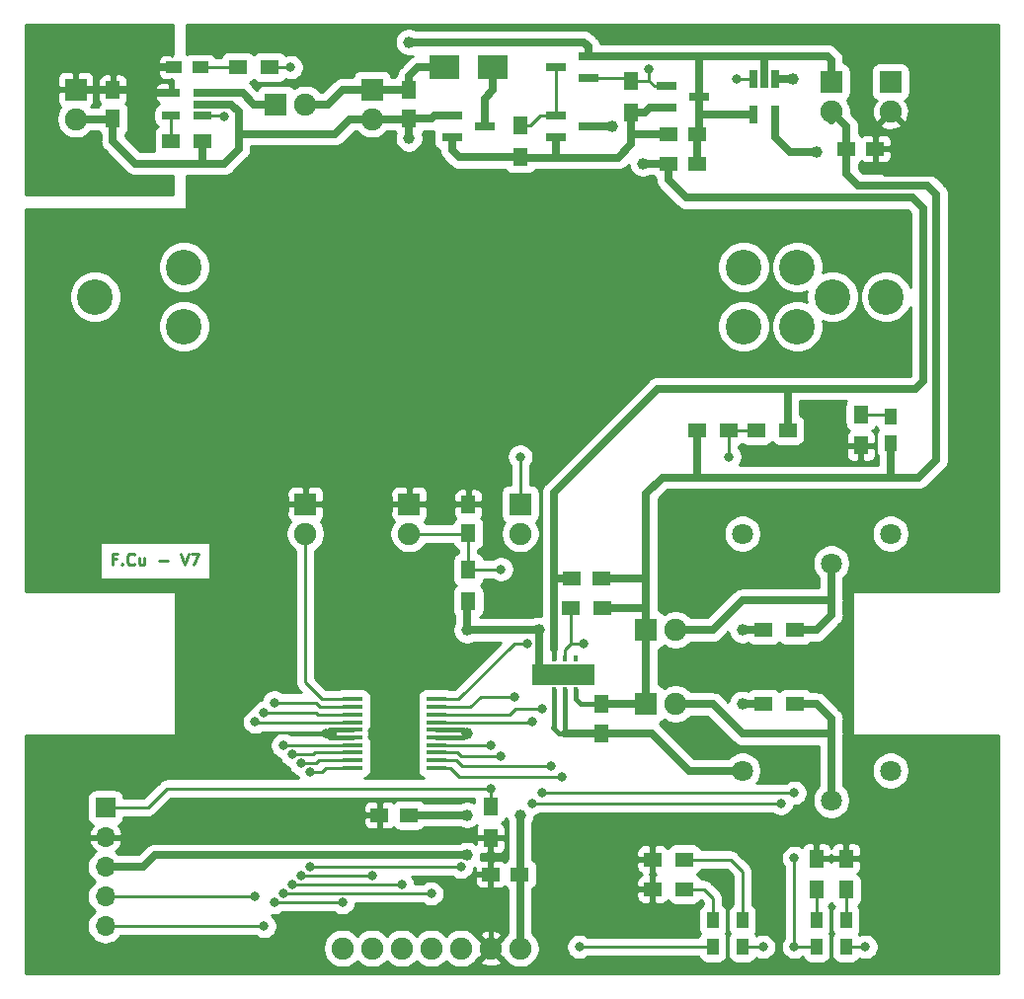
<source format=gbr>
G04 #@! TF.GenerationSoftware,KiCad,Pcbnew,(5.1.0)-1*
G04 #@! TF.CreationDate,2019-08-12T15:22:36+02:00*
G04 #@! TF.ProjectId,LampeSolaire,4c616d70-6553-46f6-9c61-6972652e6b69,7*
G04 #@! TF.SameCoordinates,Original*
G04 #@! TF.FileFunction,Copper,L1,Top*
G04 #@! TF.FilePolarity,Positive*
%FSLAX46Y46*%
G04 Gerber Fmt 4.6, Leading zero omitted, Abs format (unit mm)*
G04 Created by KiCad (PCBNEW (5.1.0)-1) date 2019-08-12 15:22:36*
%MOMM*%
%LPD*%
G04 APERTURE LIST*
%ADD10C,0.050000*%
%ADD11C,0.250000*%
%ADD12C,3.048000*%
%ADD13R,1.500000X1.250000*%
%ADD14R,2.600000X1.700000*%
%ADD15R,0.450000X0.630000*%
%ADD16R,1.700000X0.800000*%
%ADD17R,1.400000X1.000000*%
%ADD18R,1.000000X1.400000*%
%ADD19R,0.700000X1.600000*%
%ADD20R,1.560000X0.650000*%
%ADD21C,1.900000*%
%ADD22R,1.900000X1.900000*%
%ADD23R,1.500000X1.300000*%
%ADD24R,1.300000X1.500000*%
%ADD25R,1.750000X0.450000*%
%ADD26R,2.650000X2.030000*%
%ADD27R,1.250000X1.500000*%
%ADD28C,1.800000*%
%ADD29R,1.700000X1.700000*%
%ADD30O,1.700000X1.700000*%
%ADD31C,1.000000*%
%ADD32C,0.800000*%
%ADD33C,0.700000*%
%ADD34C,0.450000*%
%ADD35C,0.254000*%
G04 APERTURE END LIST*
D10*
G36*
X106982500Y-101840500D02*
G01*
X101734100Y-101840500D01*
X101737400Y-100189500D01*
X106982500Y-100189500D01*
X106982500Y-101840500D01*
G37*
X106982500Y-101840500D02*
X101734100Y-101840500D01*
X101737400Y-100189500D01*
X106982500Y-100189500D01*
X106982500Y-101840500D01*
D11*
X66046666Y-91123571D02*
X65713333Y-91123571D01*
X65713333Y-91647380D02*
X65713333Y-90647380D01*
X66189523Y-90647380D01*
X66570476Y-91552142D02*
X66618095Y-91599761D01*
X66570476Y-91647380D01*
X66522857Y-91599761D01*
X66570476Y-91552142D01*
X66570476Y-91647380D01*
X67618095Y-91552142D02*
X67570476Y-91599761D01*
X67427619Y-91647380D01*
X67332380Y-91647380D01*
X67189523Y-91599761D01*
X67094285Y-91504523D01*
X67046666Y-91409285D01*
X66999047Y-91218809D01*
X66999047Y-91075952D01*
X67046666Y-90885476D01*
X67094285Y-90790238D01*
X67189523Y-90695000D01*
X67332380Y-90647380D01*
X67427619Y-90647380D01*
X67570476Y-90695000D01*
X67618095Y-90742619D01*
X68475238Y-90980714D02*
X68475238Y-91647380D01*
X68046666Y-90980714D02*
X68046666Y-91504523D01*
X68094285Y-91599761D01*
X68189523Y-91647380D01*
X68332380Y-91647380D01*
X68427619Y-91599761D01*
X68475238Y-91552142D01*
X69713333Y-91266428D02*
X70475238Y-91266428D01*
X71570476Y-90647380D02*
X71903809Y-91647380D01*
X72237142Y-90647380D01*
X72475238Y-90647380D02*
X73141904Y-90647380D01*
X72713333Y-91647380D01*
D12*
X127460000Y-68630000D03*
X119840000Y-71170000D03*
X119840000Y-66090000D03*
X132060000Y-68630000D03*
X124440000Y-71170000D03*
X124440000Y-66090000D03*
X71840000Y-66090000D03*
X71840000Y-71170000D03*
X64220000Y-68630000D03*
D13*
X98160000Y-118160000D03*
X100660000Y-118160000D03*
D14*
X104490000Y-101015000D03*
D15*
X103540000Y-102355000D03*
X104490000Y-102355000D03*
X105440000Y-102355000D03*
X105440000Y-99675000D03*
X104490000Y-99675000D03*
X103540000Y-99675000D03*
D16*
X116050000Y-51485000D03*
X113250000Y-52435000D03*
X113250000Y-50535000D03*
X97635000Y-54025000D03*
X94835000Y-54975000D03*
X94835000Y-53075000D03*
D17*
X70980000Y-48945000D03*
X73230000Y-48945000D03*
D18*
X128620000Y-122115000D03*
X128620000Y-124365000D03*
D19*
X122585000Y-52985000D03*
X120685000Y-52985000D03*
X120685000Y-49985000D03*
X121635000Y-49985000D03*
X122585000Y-49985000D03*
D20*
X70755000Y-53070000D03*
X70755000Y-51170000D03*
X73455000Y-51170000D03*
X73455000Y-52120000D03*
X73455000Y-53070000D03*
D16*
X103725000Y-48945000D03*
X106525000Y-47995000D03*
X106525000Y-49895000D03*
X106525000Y-54025000D03*
X103725000Y-54975000D03*
X103725000Y-53075000D03*
D21*
X82265000Y-52120000D03*
D22*
X79725000Y-52120000D03*
D21*
X127350000Y-52755000D03*
D22*
X127350000Y-50215000D03*
D21*
X132430000Y-52755000D03*
D22*
X132430000Y-50215000D03*
D23*
X76470000Y-48945000D03*
X79170000Y-48945000D03*
D24*
X110205000Y-52835000D03*
X110205000Y-50135000D03*
X100680000Y-56645000D03*
X100680000Y-53945000D03*
X128620000Y-116810000D03*
X128620000Y-119510000D03*
X96235000Y-94745000D03*
X96235000Y-92045000D03*
X98140000Y-115065000D03*
X98140000Y-112365000D03*
D25*
X93485000Y-109020000D03*
X93485000Y-108370000D03*
X93485000Y-107720000D03*
X93485000Y-107070000D03*
X93485000Y-106420000D03*
X93485000Y-105770000D03*
X93485000Y-105120000D03*
X93485000Y-104470000D03*
X93485000Y-103820000D03*
X93485000Y-103170000D03*
X86285000Y-103170000D03*
X86285000Y-103820000D03*
X86285000Y-104470000D03*
X86285000Y-105120000D03*
X86285000Y-105770000D03*
X86285000Y-106420000D03*
X86285000Y-107070000D03*
X86285000Y-107720000D03*
X86285000Y-108370000D03*
X86285000Y-109020000D03*
D23*
X70755000Y-55295000D03*
X73455000Y-55295000D03*
D26*
X98325000Y-48945000D03*
X94145000Y-48945000D03*
D23*
X105045000Y-95300000D03*
X107745000Y-95300000D03*
D27*
X65755000Y-50870000D03*
X65755000Y-53370000D03*
X107665000Y-106075000D03*
X107665000Y-103575000D03*
X91155000Y-50870000D03*
X91155000Y-53370000D03*
D28*
X132430000Y-88950000D03*
X127350000Y-91490000D03*
X119730000Y-88950000D03*
X132430000Y-109270000D03*
X127350000Y-111810000D03*
X119730000Y-109270000D03*
D13*
X113400000Y-54660000D03*
X115900000Y-54660000D03*
X113400000Y-57200000D03*
X115900000Y-57200000D03*
X131140000Y-55930000D03*
X128640000Y-55930000D03*
X88635000Y-113080000D03*
X91135000Y-113080000D03*
D27*
X96235000Y-86430000D03*
X96235000Y-88930000D03*
D13*
X105145000Y-92760000D03*
X107645000Y-92760000D03*
D29*
X65120000Y-112445000D03*
D30*
X65120000Y-114985000D03*
X65120000Y-117525000D03*
X65120000Y-120065000D03*
X65120000Y-122605000D03*
D23*
X121555000Y-97205000D03*
X124255000Y-97205000D03*
X121555000Y-103555000D03*
X124255000Y-103555000D03*
D21*
X98140000Y-124510000D03*
X95600000Y-124510000D03*
X93060000Y-124510000D03*
X85440000Y-124510000D03*
X87980000Y-124510000D03*
X90520000Y-124510000D03*
X100680000Y-124510000D03*
X82265000Y-88950000D03*
D22*
X82265000Y-86410000D03*
D21*
X91155000Y-88950000D03*
D22*
X91155000Y-86410000D03*
D21*
X114015000Y-97205000D03*
D22*
X111475000Y-97205000D03*
D21*
X114015000Y-103555000D03*
D22*
X111475000Y-103555000D03*
D21*
X62580000Y-53390000D03*
D22*
X62580000Y-50850000D03*
D21*
X87980000Y-53390000D03*
D22*
X87980000Y-50850000D03*
D18*
X132430000Y-78935000D03*
X132430000Y-81185000D03*
X126080000Y-122115000D03*
X126080000Y-124365000D03*
D24*
X129890000Y-81410000D03*
X129890000Y-78710000D03*
X126080000Y-116810000D03*
X126080000Y-119510000D03*
D18*
X117190000Y-122115000D03*
X117190000Y-124365000D03*
X119730000Y-124365000D03*
X119730000Y-122115000D03*
D23*
X114730000Y-119430000D03*
X112030000Y-119430000D03*
X112030000Y-116890000D03*
X114730000Y-116890000D03*
X120920000Y-80060000D03*
X123620000Y-80060000D03*
X118540000Y-80060000D03*
X115840000Y-80060000D03*
D22*
X100680000Y-86410000D03*
D21*
X100680000Y-88950000D03*
D31*
X96108000Y-106095000D03*
X96108000Y-113080000D03*
X102331000Y-97205000D03*
X100680000Y-113080000D03*
X96108000Y-97205000D03*
X96108000Y-116534400D03*
X108554000Y-54025000D03*
X111221000Y-57200000D03*
X124048000Y-49961000D03*
D32*
X75280000Y-53136000D03*
X80995000Y-48945000D03*
X119222000Y-49961000D03*
X111729000Y-49072000D03*
X98140000Y-107111000D03*
X98140000Y-110794000D03*
X77947000Y-105079000D03*
X77947000Y-120065000D03*
X78709000Y-104317000D03*
X78709000Y-122605000D03*
D31*
X91155000Y-55041000D03*
X91155000Y-46786000D03*
X126080000Y-56184000D03*
D32*
X99029000Y-91998000D03*
X99029000Y-108000000D03*
X84043000Y-106095000D03*
X84043000Y-113080000D03*
X86710000Y-86410000D03*
X113634000Y-86410000D03*
X127985000Y-81457000D03*
X127985000Y-86410000D03*
X96235000Y-83489000D03*
X98160000Y-120045000D03*
X102331000Y-120065000D03*
D31*
X119730000Y-103555000D03*
X119730000Y-97205000D03*
D32*
X106141000Y-98348000D03*
X101315000Y-98348000D03*
X81122000Y-119049000D03*
X90520000Y-119049000D03*
X81122000Y-107873000D03*
X81884000Y-118287000D03*
X87980000Y-118287000D03*
X81884000Y-108635000D03*
X79598000Y-103428000D03*
X79598000Y-120573000D03*
X85440000Y-120573000D03*
X82646000Y-117525000D03*
X95600000Y-117525000D03*
X82646000Y-109397000D03*
X80360000Y-107111000D03*
X80360000Y-119811000D03*
X93060000Y-119811000D03*
X101696000Y-105079000D03*
X101696000Y-112064000D03*
X123032000Y-112064000D03*
X130271000Y-124383000D03*
X102585000Y-103936000D03*
X102585000Y-111175000D03*
X124175000Y-111175000D03*
X124175000Y-124383000D03*
X124175000Y-116763000D03*
X103347000Y-108889000D03*
X105760000Y-124383000D03*
X104236000Y-109778000D03*
X121508000Y-124383000D03*
X100172000Y-102920000D03*
X118587000Y-82346000D03*
X100680000Y-82346000D03*
D33*
X65735000Y-50850000D02*
X65755000Y-50870000D01*
X62580000Y-50850000D02*
X65735000Y-50850000D01*
X70755000Y-51170000D02*
X68615000Y-51170000D01*
X68315000Y-50870000D02*
X65755000Y-50870000D01*
X68615000Y-51170000D02*
X68315000Y-50870000D01*
X70980000Y-48945000D02*
X68930000Y-48945000D01*
X68315000Y-49560000D02*
X68315000Y-50870000D01*
X68930000Y-48945000D02*
X68315000Y-49560000D01*
X127350000Y-52755000D02*
X127350000Y-53517000D01*
X128640000Y-54045000D02*
X127350000Y-52755000D01*
X128640000Y-55930000D02*
X128640000Y-54045000D01*
D34*
X93485000Y-106420000D02*
X95783000Y-106420000D01*
X95783000Y-106420000D02*
X96108000Y-106095000D01*
X95783000Y-105770000D02*
X96108000Y-106095000D01*
X93485000Y-105770000D02*
X95783000Y-105770000D01*
D33*
X96108000Y-113080000D02*
X91135000Y-113080000D01*
D34*
X105440000Y-102355000D02*
X105440000Y-103108000D01*
X105440000Y-103108000D02*
X105887000Y-103555000D01*
D33*
X111475000Y-103555000D02*
X111475000Y-97205000D01*
X104490000Y-101015000D02*
X102331000Y-101015000D01*
X102331000Y-101015000D02*
X102331000Y-97205000D01*
X107645000Y-92760000D02*
X111475000Y-92760000D01*
X107745000Y-95300000D02*
X111475000Y-95300000D01*
X111475000Y-92760000D02*
X111475000Y-95300000D01*
X111475000Y-95300000D02*
X111475000Y-97205000D01*
X107645000Y-103555000D02*
X107665000Y-103575000D01*
D34*
X105887000Y-103555000D02*
X107645000Y-103555000D01*
D33*
X107685000Y-103555000D02*
X107665000Y-103575000D01*
X111475000Y-103555000D02*
X107685000Y-103555000D01*
X100680000Y-118180000D02*
X100660000Y-118160000D01*
X100680000Y-124510000D02*
X100680000Y-118180000D01*
X100680000Y-118140000D02*
X100660000Y-118160000D01*
X100680000Y-113080000D02*
X100680000Y-118140000D01*
X96108000Y-94872000D02*
X96235000Y-94745000D01*
X96108000Y-97205000D02*
X96108000Y-94872000D01*
X96108000Y-97205000D02*
X102331000Y-97205000D01*
X132430000Y-81185000D02*
X132430000Y-84124000D01*
X65120000Y-117525000D02*
X68396600Y-117525000D01*
X68396600Y-117525000D02*
X69387200Y-116534400D01*
X69387200Y-116534400D02*
X96108000Y-116534400D01*
X134843000Y-84124000D02*
X132430000Y-84124000D01*
X128640000Y-58109000D02*
X129636000Y-59105000D01*
X128640000Y-55930000D02*
X128640000Y-58109000D01*
X129636000Y-59105000D02*
X135605000Y-59105000D01*
X135605000Y-59105000D02*
X136367000Y-59867000D01*
X136367000Y-59867000D02*
X136367000Y-82600000D01*
X136367000Y-82600000D02*
X134843000Y-84124000D01*
X111475000Y-85521000D02*
X111475000Y-92760000D01*
X112872000Y-84124000D02*
X111475000Y-85521000D01*
X115840000Y-84077000D02*
X115793000Y-84124000D01*
X115840000Y-80060000D02*
X115840000Y-84077000D01*
X132430000Y-84124000D02*
X115793000Y-84124000D01*
X115793000Y-84124000D02*
X112872000Y-84124000D01*
X106525000Y-54025000D02*
X108554000Y-54025000D01*
X111221000Y-57200000D02*
X113400000Y-57200000D01*
X122609000Y-49961000D02*
X122585000Y-49985000D01*
X124048000Y-49961000D02*
X122609000Y-49961000D01*
D34*
X103540000Y-99675000D02*
X103540000Y-98790000D01*
D33*
X103540000Y-85455000D02*
X112491000Y-76504000D01*
X103606000Y-92760000D02*
X103540000Y-92694000D01*
X105145000Y-92760000D02*
X103606000Y-92760000D01*
X103540000Y-98790000D02*
X103540000Y-92694000D01*
X103540000Y-92694000D02*
X103540000Y-85455000D01*
X113400000Y-57200000D02*
X113400000Y-58617000D01*
X113400000Y-58617000D02*
X114904000Y-60121000D01*
X114904000Y-60121000D02*
X134335000Y-60121000D01*
X134335000Y-60121000D02*
X135224000Y-61010000D01*
X135224000Y-61010000D02*
X135224000Y-75869000D01*
X135224000Y-75869000D02*
X134589000Y-76504000D01*
X123620000Y-76551000D02*
X123667000Y-76504000D01*
X123620000Y-80060000D02*
X123620000Y-76551000D01*
X134589000Y-76504000D02*
X123667000Y-76504000D01*
X123667000Y-76504000D02*
X112491000Y-76504000D01*
D11*
X75214000Y-53070000D02*
X75280000Y-53136000D01*
X73455000Y-53070000D02*
X75214000Y-53070000D01*
X79170000Y-48945000D02*
X80995000Y-48945000D01*
X70755000Y-53070000D02*
X70755000Y-55295000D01*
X109965000Y-49895000D02*
X110205000Y-50135000D01*
X106525000Y-49895000D02*
X109965000Y-49895000D01*
X120685000Y-49985000D02*
X119246000Y-49985000D01*
X119246000Y-49985000D02*
X119222000Y-49961000D01*
X113250000Y-50535000D02*
X112176000Y-50535000D01*
X111729000Y-50088000D02*
X111729000Y-49072000D01*
X112176000Y-50535000D02*
X111729000Y-50088000D01*
X110252000Y-50088000D02*
X110205000Y-50135000D01*
X111729000Y-50088000D02*
X110252000Y-50088000D01*
X100680000Y-53945000D02*
X101522000Y-53945000D01*
X102392000Y-53075000D02*
X103725000Y-53075000D01*
X101522000Y-53945000D02*
X102392000Y-53075000D01*
X103725000Y-53075000D02*
X103725000Y-48945000D01*
X93485000Y-107070000D02*
X98099000Y-107070000D01*
X98099000Y-107070000D02*
X98140000Y-107111000D01*
X98140000Y-110794000D02*
X98140000Y-112365000D01*
X70403200Y-110794000D02*
X98140000Y-110794000D01*
X65120000Y-112445000D02*
X68752200Y-112445000D01*
X68752200Y-112445000D02*
X70403200Y-110794000D01*
X86285000Y-105120000D02*
X77988000Y-105120000D01*
X77988000Y-105120000D02*
X77947000Y-105079000D01*
X77947000Y-120065000D02*
X65120000Y-120065000D01*
X65120000Y-122605000D02*
X78709000Y-122605000D01*
X86285000Y-104470000D02*
X83307000Y-104470000D01*
X83307000Y-104470000D02*
X83154000Y-104317000D01*
X83154000Y-104317000D02*
X78709000Y-104317000D01*
D33*
X77820000Y-52120000D02*
X79725000Y-52120000D01*
X73455000Y-51170000D02*
X76870000Y-51170000D01*
X76870000Y-51170000D02*
X77820000Y-52120000D01*
X65735000Y-53390000D02*
X65755000Y-53370000D01*
X62580000Y-53390000D02*
X65735000Y-53390000D01*
X65755000Y-53370000D02*
X65755000Y-55295000D01*
X65755000Y-55295000D02*
X67660000Y-57200000D01*
X75280000Y-57200000D02*
X76550000Y-55930000D01*
X75915000Y-52120000D02*
X73455000Y-52120000D01*
X76550000Y-52755000D02*
X75915000Y-52120000D01*
X73455000Y-57120000D02*
X73375000Y-57200000D01*
X73455000Y-55295000D02*
X73455000Y-57120000D01*
X67660000Y-57200000D02*
X73375000Y-57200000D01*
X73375000Y-57200000D02*
X75280000Y-57200000D01*
X91135000Y-53390000D02*
X91155000Y-53370000D01*
X87980000Y-53390000D02*
X91135000Y-53390000D01*
X87980000Y-53390000D02*
X86075000Y-53390000D01*
X84805000Y-54660000D02*
X76550000Y-54660000D01*
X86075000Y-53390000D02*
X84805000Y-54660000D01*
X76550000Y-55930000D02*
X76550000Y-54660000D01*
X76550000Y-54660000D02*
X76550000Y-52755000D01*
X94835000Y-53075000D02*
X93375000Y-53075000D01*
X93080000Y-53370000D02*
X91155000Y-53370000D01*
X93375000Y-53075000D02*
X93080000Y-53370000D01*
X91155000Y-53370000D02*
X91155000Y-55041000D01*
X91155000Y-46786000D02*
X106141000Y-46786000D01*
X106525000Y-47170000D02*
X106525000Y-47995000D01*
X106141000Y-46786000D02*
X106525000Y-47170000D01*
X106525000Y-47995000D02*
X115981000Y-47995000D01*
X116050000Y-54510000D02*
X115900000Y-54660000D01*
X115900000Y-57200000D02*
X115900000Y-54660000D01*
X116050000Y-51485000D02*
X116050000Y-52885000D01*
X116150000Y-52985000D02*
X116050000Y-52885000D01*
X120685000Y-52985000D02*
X116150000Y-52985000D01*
X116050000Y-52885000D02*
X116050000Y-54510000D01*
X116050000Y-48064000D02*
X115981000Y-47995000D01*
X116050000Y-51485000D02*
X116050000Y-48064000D01*
X127350000Y-50215000D02*
X127350000Y-48310000D01*
X127350000Y-48310000D02*
X127035000Y-47995000D01*
X121635000Y-48056000D02*
X121574000Y-47995000D01*
X121635000Y-49985000D02*
X121635000Y-48056000D01*
X115981000Y-47995000D02*
X121574000Y-47995000D01*
X121574000Y-47995000D02*
X127035000Y-47995000D01*
X82265000Y-52120000D02*
X84170000Y-52120000D01*
X84170000Y-52120000D02*
X85440000Y-50850000D01*
X85440000Y-50850000D02*
X87980000Y-50850000D01*
X88000000Y-50870000D02*
X87980000Y-50850000D01*
X91155000Y-50870000D02*
X88000000Y-50870000D01*
X91155000Y-49707000D02*
X91917000Y-48945000D01*
X91155000Y-50870000D02*
X91155000Y-49707000D01*
X94145000Y-48945000D02*
X91917000Y-48945000D01*
X122585000Y-54975000D02*
X123794000Y-56184000D01*
X123794000Y-56184000D02*
X126080000Y-56184000D01*
X122585000Y-52985000D02*
X122585000Y-54975000D01*
X95426000Y-56645000D02*
X100680000Y-56645000D01*
X94835000Y-56054000D02*
X95426000Y-56645000D01*
X94835000Y-54975000D02*
X94835000Y-56054000D01*
X100727000Y-56692000D02*
X100680000Y-56645000D01*
X103728000Y-56692000D02*
X100727000Y-56692000D01*
X103728000Y-54978000D02*
X103725000Y-54975000D01*
X103728000Y-56692000D02*
X103728000Y-54978000D01*
X113250000Y-52435000D02*
X111795000Y-52435000D01*
X111395000Y-52835000D02*
X110205000Y-52835000D01*
X111795000Y-52435000D02*
X111395000Y-52835000D01*
X103728000Y-56692000D02*
X109062000Y-56692000D01*
X109062000Y-56692000D02*
X110205000Y-55549000D01*
X113400000Y-54660000D02*
X110205000Y-54660000D01*
X110205000Y-55549000D02*
X110205000Y-54660000D01*
X110205000Y-54660000D02*
X110205000Y-52835000D01*
X98325000Y-48945000D02*
X98325000Y-50919000D01*
X97635000Y-51609000D02*
X97635000Y-54025000D01*
X98325000Y-50919000D02*
X97635000Y-51609000D01*
D11*
X96235000Y-88930000D02*
X96235000Y-92045000D01*
X96215000Y-88950000D02*
X96235000Y-88930000D01*
X91155000Y-88950000D02*
X96215000Y-88950000D01*
X96282000Y-91998000D02*
X96235000Y-92045000D01*
X99029000Y-91998000D02*
X96282000Y-91998000D01*
X93485000Y-107720000D02*
X95320000Y-107720000D01*
X95600000Y-108000000D02*
X99029000Y-108000000D01*
X95320000Y-107720000D02*
X95600000Y-108000000D01*
X86285000Y-103170000D02*
X83708800Y-103170000D01*
X82265000Y-101726200D02*
X82265000Y-88950000D01*
X83708800Y-103170000D02*
X82265000Y-101726200D01*
D34*
X131140000Y-54045000D02*
X132430000Y-52755000D01*
X131140000Y-55930000D02*
X131140000Y-54045000D01*
X86285000Y-106420000D02*
X84368000Y-106420000D01*
X84368000Y-106420000D02*
X84043000Y-106095000D01*
X84368000Y-105770000D02*
X84043000Y-106095000D01*
X86285000Y-105770000D02*
X84368000Y-105770000D01*
X84043000Y-113080000D02*
X88635000Y-113080000D01*
X98160000Y-124490000D02*
X98140000Y-124510000D01*
X98160000Y-115085000D02*
X98140000Y-115065000D01*
X98160000Y-118160000D02*
X98160000Y-115085000D01*
X91175000Y-86430000D02*
X91155000Y-86410000D01*
X96235000Y-86430000D02*
X91175000Y-86430000D01*
X82265000Y-86410000D02*
X86710000Y-86410000D01*
X86710000Y-86410000D02*
X91155000Y-86410000D01*
X94504000Y-115065000D02*
X98140000Y-115065000D01*
X98160000Y-120045000D02*
X98160000Y-124490000D01*
X98160000Y-118160000D02*
X98160000Y-120045000D01*
X65200000Y-115065000D02*
X65120000Y-114985000D01*
X84043000Y-115043400D02*
X84021400Y-115065000D01*
X84043000Y-113080000D02*
X84043000Y-115043400D01*
X94504000Y-115065000D02*
X84021400Y-115065000D01*
X84021400Y-115065000D02*
X65200000Y-115065000D01*
X129890000Y-81410000D02*
X128032000Y-81410000D01*
X128032000Y-81410000D02*
X127985000Y-81457000D01*
X113634000Y-86410000D02*
X127985000Y-86410000D01*
X136494000Y-86410000D02*
X127985000Y-86410000D01*
X131140000Y-55930000D02*
X131140000Y-57307000D01*
X131140000Y-57307000D02*
X131922000Y-58089000D01*
X131922000Y-58089000D02*
X137002000Y-58089000D01*
X137002000Y-58089000D02*
X137637000Y-58724000D01*
X137637000Y-58724000D02*
X137637000Y-85267000D01*
X137637000Y-85267000D02*
X136494000Y-86410000D01*
X96235000Y-86430000D02*
X96235000Y-83489000D01*
X128620000Y-116810000D02*
X128620000Y-115239000D01*
X128620000Y-115239000D02*
X127731000Y-114350000D01*
X126080000Y-116810000D02*
X126080000Y-114350000D01*
X127731000Y-114350000D02*
X126080000Y-114350000D01*
X126080000Y-114350000D02*
X112110000Y-114350000D01*
X112030000Y-114430000D02*
X112110000Y-114350000D01*
X112030000Y-116890000D02*
X112030000Y-114430000D01*
X109824000Y-115112000D02*
X109824000Y-119430000D01*
X110586000Y-114350000D02*
X109824000Y-115112000D01*
X112110000Y-114350000D02*
X110586000Y-114350000D01*
X112030000Y-119430000D02*
X109824000Y-119430000D01*
X109189000Y-120065000D02*
X109824000Y-119430000D01*
X102331000Y-120065000D02*
X109189000Y-120065000D01*
D33*
X121555000Y-103555000D02*
X119730000Y-103555000D01*
X121555000Y-97205000D02*
X119730000Y-97205000D01*
X107665000Y-106075000D02*
X111963000Y-106075000D01*
X115158000Y-109270000D02*
X119730000Y-109270000D01*
X111963000Y-106075000D02*
X115158000Y-109270000D01*
D34*
X104025500Y-106075000D02*
X103537500Y-105587000D01*
X103540000Y-105584500D02*
X103537500Y-105587000D01*
D33*
X107665000Y-106075000D02*
X104510000Y-106075000D01*
D34*
X104510000Y-106075000D02*
X104025500Y-106075000D01*
X104490000Y-106055000D02*
X104510000Y-106075000D01*
X104490000Y-102355000D02*
X104490000Y-106055000D01*
X103540000Y-102355000D02*
X103540000Y-105584500D01*
D11*
X104490000Y-99675000D02*
X104490000Y-98856000D01*
X104998000Y-98348000D02*
X106141000Y-98348000D01*
X104490000Y-98856000D02*
X104998000Y-98348000D01*
X104998000Y-95347000D02*
X105045000Y-95300000D01*
X104998000Y-98348000D02*
X104998000Y-95347000D01*
X100172000Y-98348000D02*
X101315000Y-98348000D01*
X95350000Y-103170000D02*
X100172000Y-98348000D01*
X93485000Y-103170000D02*
X95350000Y-103170000D01*
X73230000Y-48945000D02*
X76470000Y-48945000D01*
D33*
X126080000Y-97205000D02*
X124255000Y-97205000D01*
X127350000Y-95935000D02*
X126080000Y-97205000D01*
X127350000Y-91490000D02*
X127350000Y-94665000D01*
X127350000Y-94665000D02*
X127350000Y-95935000D01*
X117190000Y-97205000D02*
X119730000Y-94665000D01*
X114015000Y-97205000D02*
X117190000Y-97205000D01*
X119730000Y-94665000D02*
X127350000Y-94665000D01*
X114015000Y-103555000D02*
X117190000Y-103555000D01*
X119730000Y-106095000D02*
X127350000Y-106095000D01*
X117190000Y-103555000D02*
X119730000Y-106095000D01*
X126080000Y-103555000D02*
X127350000Y-104825000D01*
X124255000Y-103555000D02*
X126080000Y-103555000D01*
X127350000Y-104825000D02*
X127350000Y-106095000D01*
X127350000Y-111810000D02*
X127350000Y-106095000D01*
D11*
X128620000Y-122115000D02*
X128620000Y-119510000D01*
X81122000Y-119049000D02*
X90520000Y-119049000D01*
X86285000Y-107720000D02*
X83053000Y-107720000D01*
X83053000Y-107720000D02*
X82900000Y-107873000D01*
X82900000Y-107873000D02*
X81122000Y-107873000D01*
X81884000Y-118287000D02*
X87980000Y-118287000D01*
X86285000Y-108370000D02*
X83419000Y-108370000D01*
X83419000Y-108370000D02*
X83154000Y-108635000D01*
X83154000Y-108635000D02*
X81884000Y-108635000D01*
X86285000Y-103820000D02*
X83546000Y-103820000D01*
X83546000Y-103820000D02*
X83154000Y-103428000D01*
X83154000Y-103428000D02*
X79598000Y-103428000D01*
X79598000Y-120573000D02*
X85440000Y-120573000D01*
X82646000Y-117525000D02*
X95600000Y-117525000D01*
X86285000Y-109020000D02*
X84039000Y-109020000D01*
X84039000Y-109020000D02*
X83662000Y-109397000D01*
X83662000Y-109397000D02*
X82646000Y-109397000D01*
X86285000Y-107070000D02*
X80401000Y-107070000D01*
X80401000Y-107070000D02*
X80360000Y-107111000D01*
X80360000Y-119811000D02*
X93060000Y-119811000D01*
X93485000Y-105120000D02*
X101655000Y-105120000D01*
X101655000Y-105120000D02*
X101696000Y-105079000D01*
X101696000Y-112064000D02*
X123032000Y-112064000D01*
X128638000Y-124383000D02*
X128620000Y-124365000D01*
X130271000Y-124383000D02*
X128638000Y-124383000D01*
X132205000Y-78710000D02*
X132430000Y-78935000D01*
X129890000Y-78710000D02*
X132205000Y-78710000D01*
X126080000Y-119510000D02*
X126080000Y-122115000D01*
X93485000Y-104470000D02*
X99765000Y-104470000D01*
X99765000Y-104470000D02*
X100299000Y-103936000D01*
X100299000Y-103936000D02*
X102585000Y-103936000D01*
X102585000Y-111175000D02*
X124175000Y-111175000D01*
X126062000Y-124383000D02*
X126080000Y-124365000D01*
X124175000Y-124383000D02*
X126062000Y-124383000D01*
X124175000Y-116763000D02*
X124175000Y-124383000D01*
X114730000Y-119430000D02*
X116428000Y-119430000D01*
X117190000Y-120192000D02*
X117190000Y-122115000D01*
X116428000Y-119430000D02*
X117190000Y-120192000D01*
X93485000Y-108370000D02*
X95208000Y-108370000D01*
X95208000Y-108370000D02*
X95727000Y-108889000D01*
X95727000Y-108889000D02*
X103347000Y-108889000D01*
X117172000Y-124383000D02*
X117190000Y-124365000D01*
X105760000Y-124383000D02*
X117172000Y-124383000D01*
X93485000Y-109020000D02*
X94715000Y-109020000D01*
X94715000Y-109020000D02*
X95473000Y-109778000D01*
X95473000Y-109778000D02*
X104236000Y-109778000D01*
X119730000Y-124365000D02*
X121490000Y-124365000D01*
X121490000Y-124365000D02*
X121508000Y-124383000D01*
X114730000Y-116890000D02*
X118714000Y-116890000D01*
X119730000Y-117906000D02*
X119730000Y-122115000D01*
X118714000Y-116890000D02*
X119730000Y-117906000D01*
X93485000Y-103820000D02*
X96399757Y-103820000D01*
X96399757Y-103820000D02*
X97299757Y-102920000D01*
X97299757Y-102920000D02*
X100172000Y-102920000D01*
X120920000Y-80060000D02*
X118540000Y-80060000D01*
X118587000Y-80107000D02*
X118540000Y-80060000D01*
X118587000Y-82346000D02*
X118587000Y-80107000D01*
X100680000Y-82346000D02*
X100680000Y-86410000D01*
D35*
G36*
X70873000Y-47810000D02*
G01*
X70852998Y-47810000D01*
X70852998Y-47968748D01*
X70694250Y-47810000D01*
X70280000Y-47806928D01*
X70155518Y-47819188D01*
X70035820Y-47855498D01*
X69925506Y-47914463D01*
X69828815Y-47993815D01*
X69749463Y-48090506D01*
X69690498Y-48200820D01*
X69654188Y-48320518D01*
X69641928Y-48445000D01*
X69645000Y-48659250D01*
X69803750Y-48818000D01*
X70853000Y-48818000D01*
X70853000Y-48798000D01*
X70873000Y-48798000D01*
X70873000Y-49092000D01*
X70853000Y-49092000D01*
X70853000Y-49072000D01*
X69803750Y-49072000D01*
X69645000Y-49230750D01*
X69641928Y-49445000D01*
X69654188Y-49569482D01*
X69690498Y-49689180D01*
X69749463Y-49799494D01*
X69828815Y-49896185D01*
X69925506Y-49975537D01*
X70035820Y-50034502D01*
X70155518Y-50070812D01*
X70280000Y-50083072D01*
X70694250Y-50080000D01*
X70852998Y-49921252D01*
X70852998Y-50080000D01*
X70873000Y-50080000D01*
X70873000Y-51317000D01*
X70628000Y-51317000D01*
X70628000Y-51297000D01*
X69498750Y-51297000D01*
X69340000Y-51455750D01*
X69336928Y-51495000D01*
X69349188Y-51619482D01*
X69385498Y-51739180D01*
X69444463Y-51849494D01*
X69523815Y-51946185D01*
X69620506Y-52025537D01*
X69700811Y-52068462D01*
X69695443Y-52070090D01*
X69569147Y-52137597D01*
X69458446Y-52228446D01*
X69367597Y-52339147D01*
X69300090Y-52465443D01*
X69258520Y-52602483D01*
X69244483Y-52745000D01*
X69244483Y-53395000D01*
X69258520Y-53537517D01*
X69300090Y-53674557D01*
X69367597Y-53800853D01*
X69458446Y-53911554D01*
X69569147Y-54002403D01*
X69617068Y-54028018D01*
X69599147Y-54037597D01*
X69488446Y-54128446D01*
X69397597Y-54239147D01*
X69330090Y-54365443D01*
X69288520Y-54502483D01*
X69274483Y-54645000D01*
X69274483Y-55945000D01*
X69288520Y-56087517D01*
X69299283Y-56123000D01*
X68106108Y-56123000D01*
X66832000Y-54848893D01*
X66832000Y-54689532D01*
X66896554Y-54636554D01*
X66987403Y-54525853D01*
X67054910Y-54399557D01*
X67096480Y-54262517D01*
X67110517Y-54120000D01*
X67110517Y-52620000D01*
X67096480Y-52477483D01*
X67054910Y-52340443D01*
X66987403Y-52214147D01*
X66896554Y-52103446D01*
X66841672Y-52058406D01*
X66910537Y-51974494D01*
X66969502Y-51864180D01*
X67005812Y-51744482D01*
X67018072Y-51620000D01*
X67015000Y-51155750D01*
X66856250Y-50997000D01*
X65882000Y-50997000D01*
X65882000Y-51017000D01*
X65628000Y-51017000D01*
X65628000Y-50997000D01*
X64653750Y-50997000D01*
X64495000Y-51155750D01*
X64491928Y-51620000D01*
X64504188Y-51744482D01*
X64540498Y-51864180D01*
X64599463Y-51974494D01*
X64668328Y-52058406D01*
X64613446Y-52103446D01*
X64522597Y-52214147D01*
X64469759Y-52313000D01*
X63905863Y-52313000D01*
X63981185Y-52251185D01*
X64060537Y-52154494D01*
X64119502Y-52044180D01*
X64155812Y-51924482D01*
X64168072Y-51800000D01*
X64165000Y-51135750D01*
X64006250Y-50977000D01*
X62707000Y-50977000D01*
X62707000Y-50997000D01*
X62453000Y-50997000D01*
X62453000Y-50977000D01*
X61153750Y-50977000D01*
X60995000Y-51135750D01*
X60991928Y-51800000D01*
X61004188Y-51924482D01*
X61040498Y-52044180D01*
X61099463Y-52154494D01*
X61178815Y-52251185D01*
X61272596Y-52328149D01*
X61093862Y-52595643D01*
X60967446Y-52900837D01*
X60903000Y-53224830D01*
X60903000Y-53555170D01*
X60967446Y-53879163D01*
X61093862Y-54184357D01*
X61277389Y-54459025D01*
X61510975Y-54692611D01*
X61785643Y-54876138D01*
X62090837Y-55002554D01*
X62414830Y-55067000D01*
X62745170Y-55067000D01*
X63069163Y-55002554D01*
X63374357Y-54876138D01*
X63649025Y-54692611D01*
X63874636Y-54467000D01*
X64491139Y-54467000D01*
X64522597Y-54525853D01*
X64613446Y-54636554D01*
X64678001Y-54689532D01*
X64678001Y-55242084D01*
X64672789Y-55295000D01*
X64689240Y-55462021D01*
X64693584Y-55506129D01*
X64755168Y-55709144D01*
X64855175Y-55896244D01*
X64989762Y-56060239D01*
X65030861Y-56093968D01*
X66861032Y-57924140D01*
X66894761Y-57965239D01*
X66935858Y-57998966D01*
X67058755Y-58099826D01*
X67158762Y-58153280D01*
X67245856Y-58199833D01*
X67448871Y-58261417D01*
X67607091Y-58277000D01*
X67607093Y-58277000D01*
X67660000Y-58282211D01*
X67712907Y-58277000D01*
X70873000Y-58277000D01*
X70873000Y-59873000D01*
X58302000Y-59873000D01*
X58302000Y-50845000D01*
X69336928Y-50845000D01*
X69340000Y-50884250D01*
X69498750Y-51043000D01*
X70628000Y-51043000D01*
X70628000Y-50368750D01*
X70469250Y-50210000D01*
X69975000Y-50206928D01*
X69850518Y-50219188D01*
X69730820Y-50255498D01*
X69620506Y-50314463D01*
X69523815Y-50393815D01*
X69444463Y-50490506D01*
X69385498Y-50600820D01*
X69349188Y-50720518D01*
X69336928Y-50845000D01*
X58302000Y-50845000D01*
X58302000Y-49900000D01*
X60991928Y-49900000D01*
X60995000Y-50564250D01*
X61153750Y-50723000D01*
X62453000Y-50723000D01*
X62453000Y-49423750D01*
X62707000Y-49423750D01*
X62707000Y-50723000D01*
X64006250Y-50723000D01*
X64165000Y-50564250D01*
X64167054Y-50120000D01*
X64491928Y-50120000D01*
X64495000Y-50584250D01*
X64653750Y-50743000D01*
X65628000Y-50743000D01*
X65628000Y-49643750D01*
X65882000Y-49643750D01*
X65882000Y-50743000D01*
X66856250Y-50743000D01*
X67015000Y-50584250D01*
X67018072Y-50120000D01*
X67005812Y-49995518D01*
X66969502Y-49875820D01*
X66910537Y-49765506D01*
X66831185Y-49668815D01*
X66734494Y-49589463D01*
X66624180Y-49530498D01*
X66504482Y-49494188D01*
X66380000Y-49481928D01*
X66040750Y-49485000D01*
X65882000Y-49643750D01*
X65628000Y-49643750D01*
X65469250Y-49485000D01*
X65130000Y-49481928D01*
X65005518Y-49494188D01*
X64885820Y-49530498D01*
X64775506Y-49589463D01*
X64678815Y-49668815D01*
X64599463Y-49765506D01*
X64540498Y-49875820D01*
X64504188Y-49995518D01*
X64491928Y-50120000D01*
X64167054Y-50120000D01*
X64168072Y-49900000D01*
X64155812Y-49775518D01*
X64119502Y-49655820D01*
X64060537Y-49545506D01*
X63981185Y-49448815D01*
X63884494Y-49369463D01*
X63774180Y-49310498D01*
X63654482Y-49274188D01*
X63530000Y-49261928D01*
X62865750Y-49265000D01*
X62707000Y-49423750D01*
X62453000Y-49423750D01*
X62294250Y-49265000D01*
X61630000Y-49261928D01*
X61505518Y-49274188D01*
X61385820Y-49310498D01*
X61275506Y-49369463D01*
X61178815Y-49448815D01*
X61099463Y-49545506D01*
X61040498Y-49655820D01*
X61004188Y-49775518D01*
X60991928Y-49900000D01*
X58302000Y-49900000D01*
X58302000Y-45302000D01*
X70873000Y-45302000D01*
X70873000Y-47810000D01*
X70873000Y-47810000D01*
G37*
X70873000Y-47810000D02*
X70852998Y-47810000D01*
X70852998Y-47968748D01*
X70694250Y-47810000D01*
X70280000Y-47806928D01*
X70155518Y-47819188D01*
X70035820Y-47855498D01*
X69925506Y-47914463D01*
X69828815Y-47993815D01*
X69749463Y-48090506D01*
X69690498Y-48200820D01*
X69654188Y-48320518D01*
X69641928Y-48445000D01*
X69645000Y-48659250D01*
X69803750Y-48818000D01*
X70853000Y-48818000D01*
X70853000Y-48798000D01*
X70873000Y-48798000D01*
X70873000Y-49092000D01*
X70853000Y-49092000D01*
X70853000Y-49072000D01*
X69803750Y-49072000D01*
X69645000Y-49230750D01*
X69641928Y-49445000D01*
X69654188Y-49569482D01*
X69690498Y-49689180D01*
X69749463Y-49799494D01*
X69828815Y-49896185D01*
X69925506Y-49975537D01*
X70035820Y-50034502D01*
X70155518Y-50070812D01*
X70280000Y-50083072D01*
X70694250Y-50080000D01*
X70852998Y-49921252D01*
X70852998Y-50080000D01*
X70873000Y-50080000D01*
X70873000Y-51317000D01*
X70628000Y-51317000D01*
X70628000Y-51297000D01*
X69498750Y-51297000D01*
X69340000Y-51455750D01*
X69336928Y-51495000D01*
X69349188Y-51619482D01*
X69385498Y-51739180D01*
X69444463Y-51849494D01*
X69523815Y-51946185D01*
X69620506Y-52025537D01*
X69700811Y-52068462D01*
X69695443Y-52070090D01*
X69569147Y-52137597D01*
X69458446Y-52228446D01*
X69367597Y-52339147D01*
X69300090Y-52465443D01*
X69258520Y-52602483D01*
X69244483Y-52745000D01*
X69244483Y-53395000D01*
X69258520Y-53537517D01*
X69300090Y-53674557D01*
X69367597Y-53800853D01*
X69458446Y-53911554D01*
X69569147Y-54002403D01*
X69617068Y-54028018D01*
X69599147Y-54037597D01*
X69488446Y-54128446D01*
X69397597Y-54239147D01*
X69330090Y-54365443D01*
X69288520Y-54502483D01*
X69274483Y-54645000D01*
X69274483Y-55945000D01*
X69288520Y-56087517D01*
X69299283Y-56123000D01*
X68106108Y-56123000D01*
X66832000Y-54848893D01*
X66832000Y-54689532D01*
X66896554Y-54636554D01*
X66987403Y-54525853D01*
X67054910Y-54399557D01*
X67096480Y-54262517D01*
X67110517Y-54120000D01*
X67110517Y-52620000D01*
X67096480Y-52477483D01*
X67054910Y-52340443D01*
X66987403Y-52214147D01*
X66896554Y-52103446D01*
X66841672Y-52058406D01*
X66910537Y-51974494D01*
X66969502Y-51864180D01*
X67005812Y-51744482D01*
X67018072Y-51620000D01*
X67015000Y-51155750D01*
X66856250Y-50997000D01*
X65882000Y-50997000D01*
X65882000Y-51017000D01*
X65628000Y-51017000D01*
X65628000Y-50997000D01*
X64653750Y-50997000D01*
X64495000Y-51155750D01*
X64491928Y-51620000D01*
X64504188Y-51744482D01*
X64540498Y-51864180D01*
X64599463Y-51974494D01*
X64668328Y-52058406D01*
X64613446Y-52103446D01*
X64522597Y-52214147D01*
X64469759Y-52313000D01*
X63905863Y-52313000D01*
X63981185Y-52251185D01*
X64060537Y-52154494D01*
X64119502Y-52044180D01*
X64155812Y-51924482D01*
X64168072Y-51800000D01*
X64165000Y-51135750D01*
X64006250Y-50977000D01*
X62707000Y-50977000D01*
X62707000Y-50997000D01*
X62453000Y-50997000D01*
X62453000Y-50977000D01*
X61153750Y-50977000D01*
X60995000Y-51135750D01*
X60991928Y-51800000D01*
X61004188Y-51924482D01*
X61040498Y-52044180D01*
X61099463Y-52154494D01*
X61178815Y-52251185D01*
X61272596Y-52328149D01*
X61093862Y-52595643D01*
X60967446Y-52900837D01*
X60903000Y-53224830D01*
X60903000Y-53555170D01*
X60967446Y-53879163D01*
X61093862Y-54184357D01*
X61277389Y-54459025D01*
X61510975Y-54692611D01*
X61785643Y-54876138D01*
X62090837Y-55002554D01*
X62414830Y-55067000D01*
X62745170Y-55067000D01*
X63069163Y-55002554D01*
X63374357Y-54876138D01*
X63649025Y-54692611D01*
X63874636Y-54467000D01*
X64491139Y-54467000D01*
X64522597Y-54525853D01*
X64613446Y-54636554D01*
X64678001Y-54689532D01*
X64678001Y-55242084D01*
X64672789Y-55295000D01*
X64689240Y-55462021D01*
X64693584Y-55506129D01*
X64755168Y-55709144D01*
X64855175Y-55896244D01*
X64989762Y-56060239D01*
X65030861Y-56093968D01*
X66861032Y-57924140D01*
X66894761Y-57965239D01*
X66935858Y-57998966D01*
X67058755Y-58099826D01*
X67158762Y-58153280D01*
X67245856Y-58199833D01*
X67448871Y-58261417D01*
X67607091Y-58277000D01*
X67607093Y-58277000D01*
X67660000Y-58282211D01*
X67712907Y-58277000D01*
X70873000Y-58277000D01*
X70873000Y-59873000D01*
X58302000Y-59873000D01*
X58302000Y-50845000D01*
X69336928Y-50845000D01*
X69340000Y-50884250D01*
X69498750Y-51043000D01*
X70628000Y-51043000D01*
X70628000Y-50368750D01*
X70469250Y-50210000D01*
X69975000Y-50206928D01*
X69850518Y-50219188D01*
X69730820Y-50255498D01*
X69620506Y-50314463D01*
X69523815Y-50393815D01*
X69444463Y-50490506D01*
X69385498Y-50600820D01*
X69349188Y-50720518D01*
X69336928Y-50845000D01*
X58302000Y-50845000D01*
X58302000Y-49900000D01*
X60991928Y-49900000D01*
X60995000Y-50564250D01*
X61153750Y-50723000D01*
X62453000Y-50723000D01*
X62453000Y-49423750D01*
X62707000Y-49423750D01*
X62707000Y-50723000D01*
X64006250Y-50723000D01*
X64165000Y-50564250D01*
X64167054Y-50120000D01*
X64491928Y-50120000D01*
X64495000Y-50584250D01*
X64653750Y-50743000D01*
X65628000Y-50743000D01*
X65628000Y-49643750D01*
X65882000Y-49643750D01*
X65882000Y-50743000D01*
X66856250Y-50743000D01*
X67015000Y-50584250D01*
X67018072Y-50120000D01*
X67005812Y-49995518D01*
X66969502Y-49875820D01*
X66910537Y-49765506D01*
X66831185Y-49668815D01*
X66734494Y-49589463D01*
X66624180Y-49530498D01*
X66504482Y-49494188D01*
X66380000Y-49481928D01*
X66040750Y-49485000D01*
X65882000Y-49643750D01*
X65628000Y-49643750D01*
X65469250Y-49485000D01*
X65130000Y-49481928D01*
X65005518Y-49494188D01*
X64885820Y-49530498D01*
X64775506Y-49589463D01*
X64678815Y-49668815D01*
X64599463Y-49765506D01*
X64540498Y-49875820D01*
X64504188Y-49995518D01*
X64491928Y-50120000D01*
X64167054Y-50120000D01*
X64168072Y-49900000D01*
X64155812Y-49775518D01*
X64119502Y-49655820D01*
X64060537Y-49545506D01*
X63981185Y-49448815D01*
X63884494Y-49369463D01*
X63774180Y-49310498D01*
X63654482Y-49274188D01*
X63530000Y-49261928D01*
X62865750Y-49265000D01*
X62707000Y-49423750D01*
X62453000Y-49423750D01*
X62294250Y-49265000D01*
X61630000Y-49261928D01*
X61505518Y-49274188D01*
X61385820Y-49310498D01*
X61275506Y-49369463D01*
X61178815Y-49448815D01*
X61099463Y-49545506D01*
X61040498Y-49655820D01*
X61004188Y-49775518D01*
X60991928Y-49900000D01*
X58302000Y-49900000D01*
X58302000Y-45302000D01*
X70873000Y-45302000D01*
X70873000Y-47810000D01*
G36*
X141698000Y-93903000D02*
G01*
X129255000Y-93903000D01*
X129230224Y-93905440D01*
X129206399Y-93912667D01*
X129184443Y-93924403D01*
X129165197Y-93940197D01*
X129149403Y-93959443D01*
X129137667Y-93981399D01*
X129130440Y-94005224D01*
X129128000Y-94030000D01*
X129128000Y-106095000D01*
X129130440Y-106119776D01*
X129137667Y-106143601D01*
X129149403Y-106165557D01*
X129165197Y-106184803D01*
X129184443Y-106200597D01*
X129206399Y-106212333D01*
X129230224Y-106219560D01*
X129255000Y-106222000D01*
X141698000Y-106222000D01*
X141698000Y-126698000D01*
X58302000Y-126698000D01*
X58302000Y-124344830D01*
X83763000Y-124344830D01*
X83763000Y-124675170D01*
X83827446Y-124999163D01*
X83953862Y-125304357D01*
X84137389Y-125579025D01*
X84370975Y-125812611D01*
X84645643Y-125996138D01*
X84950837Y-126122554D01*
X85274830Y-126187000D01*
X85605170Y-126187000D01*
X85929163Y-126122554D01*
X86234357Y-125996138D01*
X86509025Y-125812611D01*
X86710000Y-125611636D01*
X86910975Y-125812611D01*
X87185643Y-125996138D01*
X87490837Y-126122554D01*
X87814830Y-126187000D01*
X88145170Y-126187000D01*
X88469163Y-126122554D01*
X88774357Y-125996138D01*
X89049025Y-125812611D01*
X89250000Y-125611636D01*
X89450975Y-125812611D01*
X89725643Y-125996138D01*
X90030837Y-126122554D01*
X90354830Y-126187000D01*
X90685170Y-126187000D01*
X91009163Y-126122554D01*
X91314357Y-125996138D01*
X91589025Y-125812611D01*
X91790000Y-125611636D01*
X91990975Y-125812611D01*
X92265643Y-125996138D01*
X92570837Y-126122554D01*
X92894830Y-126187000D01*
X93225170Y-126187000D01*
X93549163Y-126122554D01*
X93854357Y-125996138D01*
X94129025Y-125812611D01*
X94330000Y-125611636D01*
X94530975Y-125812611D01*
X94805643Y-125996138D01*
X95110837Y-126122554D01*
X95434830Y-126187000D01*
X95765170Y-126187000D01*
X96089163Y-126122554D01*
X96394357Y-125996138D01*
X96669025Y-125812611D01*
X96871884Y-125609752D01*
X97219853Y-125609752D01*
X97309579Y-125869042D01*
X97590671Y-126004935D01*
X97892873Y-126083379D01*
X98204573Y-126101359D01*
X98513791Y-126058184D01*
X98808644Y-125955513D01*
X98970421Y-125869042D01*
X99060147Y-125609752D01*
X98140000Y-124689605D01*
X97219853Y-125609752D01*
X96871884Y-125609752D01*
X96902611Y-125579025D01*
X97009254Y-125419422D01*
X97040248Y-125430147D01*
X97960395Y-124510000D01*
X97040248Y-123589853D01*
X97009254Y-123600578D01*
X96902611Y-123440975D01*
X96871884Y-123410248D01*
X97219853Y-123410248D01*
X98140000Y-124330395D01*
X99060147Y-123410248D01*
X98970421Y-123150958D01*
X98689329Y-123015065D01*
X98387127Y-122936621D01*
X98075427Y-122918641D01*
X97766209Y-122961816D01*
X97471356Y-123064487D01*
X97309579Y-123150958D01*
X97219853Y-123410248D01*
X96871884Y-123410248D01*
X96669025Y-123207389D01*
X96394357Y-123023862D01*
X96089163Y-122897446D01*
X95765170Y-122833000D01*
X95434830Y-122833000D01*
X95110837Y-122897446D01*
X94805643Y-123023862D01*
X94530975Y-123207389D01*
X94330000Y-123408364D01*
X94129025Y-123207389D01*
X93854357Y-123023862D01*
X93549163Y-122897446D01*
X93225170Y-122833000D01*
X92894830Y-122833000D01*
X92570837Y-122897446D01*
X92265643Y-123023862D01*
X91990975Y-123207389D01*
X91790000Y-123408364D01*
X91589025Y-123207389D01*
X91314357Y-123023862D01*
X91009163Y-122897446D01*
X90685170Y-122833000D01*
X90354830Y-122833000D01*
X90030837Y-122897446D01*
X89725643Y-123023862D01*
X89450975Y-123207389D01*
X89250000Y-123408364D01*
X89049025Y-123207389D01*
X88774357Y-123023862D01*
X88469163Y-122897446D01*
X88145170Y-122833000D01*
X87814830Y-122833000D01*
X87490837Y-122897446D01*
X87185643Y-123023862D01*
X86910975Y-123207389D01*
X86710000Y-123408364D01*
X86509025Y-123207389D01*
X86234357Y-123023862D01*
X85929163Y-122897446D01*
X85605170Y-122833000D01*
X85274830Y-122833000D01*
X84950837Y-122897446D01*
X84645643Y-123023862D01*
X84370975Y-123207389D01*
X84137389Y-123440975D01*
X83953862Y-123715643D01*
X83827446Y-124020837D01*
X83763000Y-124344830D01*
X58302000Y-124344830D01*
X58302000Y-117525000D01*
X63535370Y-117525000D01*
X63565818Y-117834146D01*
X63655993Y-118131412D01*
X63802428Y-118405373D01*
X63999497Y-118645503D01*
X64181660Y-118795000D01*
X63999497Y-118944497D01*
X63802428Y-119184627D01*
X63655993Y-119458588D01*
X63565818Y-119755854D01*
X63535370Y-120065000D01*
X63565818Y-120374146D01*
X63655993Y-120671412D01*
X63802428Y-120945373D01*
X63999497Y-121185503D01*
X64181660Y-121335000D01*
X63999497Y-121484497D01*
X63802428Y-121724627D01*
X63655993Y-121998588D01*
X63565818Y-122295854D01*
X63535370Y-122605000D01*
X63565818Y-122914146D01*
X63655993Y-123211412D01*
X63802428Y-123485373D01*
X63999497Y-123725503D01*
X64239627Y-123922572D01*
X64513588Y-124069007D01*
X64810854Y-124159182D01*
X65042531Y-124182000D01*
X65197469Y-124182000D01*
X65429146Y-124159182D01*
X65726412Y-124069007D01*
X66000373Y-123922572D01*
X66240503Y-123725503D01*
X66437572Y-123485373D01*
X66452738Y-123457000D01*
X77967181Y-123457000D01*
X77990579Y-123480398D01*
X78175165Y-123603734D01*
X78380266Y-123688690D01*
X78598000Y-123732000D01*
X78820000Y-123732000D01*
X79037734Y-123688690D01*
X79242835Y-123603734D01*
X79427421Y-123480398D01*
X79584398Y-123323421D01*
X79707734Y-123138835D01*
X79792690Y-122933734D01*
X79836000Y-122716000D01*
X79836000Y-122494000D01*
X79792690Y-122276266D01*
X79707734Y-122071165D01*
X79584398Y-121886579D01*
X79427421Y-121729602D01*
X79339085Y-121670578D01*
X79487000Y-121700000D01*
X79709000Y-121700000D01*
X79926734Y-121656690D01*
X80131835Y-121571734D01*
X80316421Y-121448398D01*
X80339819Y-121425000D01*
X84698181Y-121425000D01*
X84721579Y-121448398D01*
X84906165Y-121571734D01*
X85111266Y-121656690D01*
X85329000Y-121700000D01*
X85551000Y-121700000D01*
X85768734Y-121656690D01*
X85973835Y-121571734D01*
X86158421Y-121448398D01*
X86315398Y-121291421D01*
X86438734Y-121106835D01*
X86523690Y-120901734D01*
X86567000Y-120684000D01*
X86567000Y-120663000D01*
X92318181Y-120663000D01*
X92341579Y-120686398D01*
X92526165Y-120809734D01*
X92731266Y-120894690D01*
X92949000Y-120938000D01*
X93171000Y-120938000D01*
X93388734Y-120894690D01*
X93593835Y-120809734D01*
X93778421Y-120686398D01*
X93935398Y-120529421D01*
X94058734Y-120344835D01*
X94143690Y-120139734D01*
X94187000Y-119922000D01*
X94187000Y-119700000D01*
X94143690Y-119482266D01*
X94058734Y-119277165D01*
X93935398Y-119092579D01*
X93778421Y-118935602D01*
X93593835Y-118812266D01*
X93528010Y-118785000D01*
X96771928Y-118785000D01*
X96784188Y-118909482D01*
X96820498Y-119029180D01*
X96879463Y-119139494D01*
X96958815Y-119236185D01*
X97055506Y-119315537D01*
X97165820Y-119374502D01*
X97285518Y-119410812D01*
X97410000Y-119423072D01*
X97874250Y-119420000D01*
X98033000Y-119261250D01*
X98033000Y-118287000D01*
X96933750Y-118287000D01*
X96775000Y-118445750D01*
X96771928Y-118785000D01*
X93528010Y-118785000D01*
X93388734Y-118727310D01*
X93171000Y-118684000D01*
X92949000Y-118684000D01*
X92731266Y-118727310D01*
X92526165Y-118812266D01*
X92341579Y-118935602D01*
X92318181Y-118959000D01*
X91647000Y-118959000D01*
X91647000Y-118938000D01*
X91603690Y-118720266D01*
X91518734Y-118515165D01*
X91426415Y-118377000D01*
X94858181Y-118377000D01*
X94881579Y-118400398D01*
X95066165Y-118523734D01*
X95271266Y-118608690D01*
X95489000Y-118652000D01*
X95711000Y-118652000D01*
X95928734Y-118608690D01*
X96133835Y-118523734D01*
X96318421Y-118400398D01*
X96475398Y-118243421D01*
X96598734Y-118058835D01*
X96683690Y-117853734D01*
X96727000Y-117636000D01*
X96727000Y-117596497D01*
X96772211Y-117566288D01*
X96775000Y-117874250D01*
X96933750Y-118033000D01*
X98033000Y-118033000D01*
X98033000Y-117058750D01*
X97874250Y-116900000D01*
X97410000Y-116896928D01*
X97285518Y-116909188D01*
X97280183Y-116910806D01*
X97287847Y-116892303D01*
X97335000Y-116655249D01*
X97335000Y-116431554D01*
X97365518Y-116440812D01*
X97490000Y-116453072D01*
X97854250Y-116450000D01*
X98013000Y-116291250D01*
X98013000Y-115192000D01*
X98267000Y-115192000D01*
X98267000Y-116291250D01*
X98425750Y-116450000D01*
X98790000Y-116453072D01*
X98914482Y-116440812D01*
X99034180Y-116404502D01*
X99144494Y-116345537D01*
X99241185Y-116266185D01*
X99320537Y-116169494D01*
X99379502Y-116059180D01*
X99415812Y-115939482D01*
X99428072Y-115815000D01*
X99425000Y-115350750D01*
X99266250Y-115192000D01*
X98267000Y-115192000D01*
X98013000Y-115192000D01*
X97013750Y-115192000D01*
X96855000Y-115350750D01*
X96853636Y-115556918D01*
X96689202Y-115447047D01*
X96465903Y-115354553D01*
X96228849Y-115307400D01*
X95987151Y-115307400D01*
X95750097Y-115354553D01*
X95526798Y-115447047D01*
X95511304Y-115457400D01*
X69440107Y-115457400D01*
X69387200Y-115452189D01*
X69334293Y-115457400D01*
X69334291Y-115457400D01*
X69176071Y-115472983D01*
X68973056Y-115534567D01*
X68785956Y-115634574D01*
X68621961Y-115769161D01*
X68588232Y-115810261D01*
X67950493Y-116448000D01*
X66276205Y-116448000D01*
X66240503Y-116404497D01*
X66000373Y-116207428D01*
X65976779Y-116194817D01*
X66001355Y-116180178D01*
X66217588Y-115985269D01*
X66391641Y-115751920D01*
X66516825Y-115489099D01*
X66561476Y-115341890D01*
X66440155Y-115112000D01*
X65247000Y-115112000D01*
X65247000Y-115132000D01*
X64993000Y-115132000D01*
X64993000Y-115112000D01*
X63799845Y-115112000D01*
X63678524Y-115341890D01*
X63723175Y-115489099D01*
X63848359Y-115751920D01*
X64022412Y-115985269D01*
X64238645Y-116180178D01*
X64263221Y-116194817D01*
X64239627Y-116207428D01*
X63999497Y-116404497D01*
X63802428Y-116644627D01*
X63655993Y-116918588D01*
X63565818Y-117215854D01*
X63535370Y-117525000D01*
X58302000Y-117525000D01*
X58302000Y-106222000D01*
X71037466Y-106222000D01*
X71062242Y-106219560D01*
X71086067Y-106212333D01*
X71108023Y-106200597D01*
X71127269Y-106184803D01*
X71143063Y-106165557D01*
X71154799Y-106143601D01*
X71162026Y-106119776D01*
X71164466Y-106095000D01*
X71164466Y-94030000D01*
X71162026Y-94005224D01*
X71154799Y-93981399D01*
X71143063Y-93959443D01*
X71127269Y-93940197D01*
X71108023Y-93924403D01*
X71086067Y-93912667D01*
X71062242Y-93905440D01*
X71037466Y-93903000D01*
X58302000Y-93903000D01*
X58302000Y-89685500D01*
X64623238Y-89685500D01*
X64623238Y-92889500D01*
X74136762Y-92889500D01*
X74136762Y-89685500D01*
X64623238Y-89685500D01*
X58302000Y-89685500D01*
X58302000Y-85460000D01*
X80676928Y-85460000D01*
X80680000Y-86124250D01*
X80838750Y-86283000D01*
X82138000Y-86283000D01*
X82138000Y-84983750D01*
X82392000Y-84983750D01*
X82392000Y-86283000D01*
X83691250Y-86283000D01*
X83850000Y-86124250D01*
X83853072Y-85460000D01*
X89566928Y-85460000D01*
X89570000Y-86124250D01*
X89728750Y-86283000D01*
X91028000Y-86283000D01*
X91028000Y-84983750D01*
X91282000Y-84983750D01*
X91282000Y-86283000D01*
X92581250Y-86283000D01*
X92740000Y-86124250D01*
X92742054Y-85680000D01*
X94971928Y-85680000D01*
X94975000Y-86144250D01*
X95133750Y-86303000D01*
X96108000Y-86303000D01*
X96108000Y-85203750D01*
X96362000Y-85203750D01*
X96362000Y-86303000D01*
X97336250Y-86303000D01*
X97495000Y-86144250D01*
X97498072Y-85680000D01*
X97485812Y-85555518D01*
X97456837Y-85460000D01*
X98999483Y-85460000D01*
X98999483Y-87360000D01*
X99013520Y-87502517D01*
X99055090Y-87639557D01*
X99122597Y-87765853D01*
X99213446Y-87876554D01*
X99321236Y-87965014D01*
X99193862Y-88155643D01*
X99067446Y-88460837D01*
X99003000Y-88784830D01*
X99003000Y-89115170D01*
X99067446Y-89439163D01*
X99193862Y-89744357D01*
X99377389Y-90019025D01*
X99610975Y-90252611D01*
X99885643Y-90436138D01*
X100190837Y-90562554D01*
X100514830Y-90627000D01*
X100845170Y-90627000D01*
X101169163Y-90562554D01*
X101474357Y-90436138D01*
X101749025Y-90252611D01*
X101982611Y-90019025D01*
X102166138Y-89744357D01*
X102292554Y-89439163D01*
X102357000Y-89115170D01*
X102357000Y-88784830D01*
X102292554Y-88460837D01*
X102166138Y-88155643D01*
X102038764Y-87965014D01*
X102146554Y-87876554D01*
X102237403Y-87765853D01*
X102304910Y-87639557D01*
X102346480Y-87502517D01*
X102360517Y-87360000D01*
X102360517Y-85460000D01*
X102346480Y-85317483D01*
X102304910Y-85180443D01*
X102237403Y-85054147D01*
X102146554Y-84943446D01*
X102035853Y-84852597D01*
X101909557Y-84785090D01*
X101772517Y-84743520D01*
X101630000Y-84729483D01*
X101532000Y-84729483D01*
X101532000Y-83087819D01*
X101555398Y-83064421D01*
X101678734Y-82879835D01*
X101763690Y-82674734D01*
X101807000Y-82457000D01*
X101807000Y-82235000D01*
X101763690Y-82017266D01*
X101678734Y-81812165D01*
X101555398Y-81627579D01*
X101398421Y-81470602D01*
X101213835Y-81347266D01*
X101008734Y-81262310D01*
X100791000Y-81219000D01*
X100569000Y-81219000D01*
X100351266Y-81262310D01*
X100146165Y-81347266D01*
X99961579Y-81470602D01*
X99804602Y-81627579D01*
X99681266Y-81812165D01*
X99596310Y-82017266D01*
X99553000Y-82235000D01*
X99553000Y-82457000D01*
X99596310Y-82674734D01*
X99681266Y-82879835D01*
X99804602Y-83064421D01*
X99828000Y-83087819D01*
X99828001Y-84729483D01*
X99730000Y-84729483D01*
X99587483Y-84743520D01*
X99450443Y-84785090D01*
X99324147Y-84852597D01*
X99213446Y-84943446D01*
X99122597Y-85054147D01*
X99055090Y-85180443D01*
X99013520Y-85317483D01*
X98999483Y-85460000D01*
X97456837Y-85460000D01*
X97449502Y-85435820D01*
X97390537Y-85325506D01*
X97311185Y-85228815D01*
X97214494Y-85149463D01*
X97104180Y-85090498D01*
X96984482Y-85054188D01*
X96860000Y-85041928D01*
X96520750Y-85045000D01*
X96362000Y-85203750D01*
X96108000Y-85203750D01*
X95949250Y-85045000D01*
X95610000Y-85041928D01*
X95485518Y-85054188D01*
X95365820Y-85090498D01*
X95255506Y-85149463D01*
X95158815Y-85228815D01*
X95079463Y-85325506D01*
X95020498Y-85435820D01*
X94984188Y-85555518D01*
X94971928Y-85680000D01*
X92742054Y-85680000D01*
X92743072Y-85460000D01*
X92730812Y-85335518D01*
X92694502Y-85215820D01*
X92635537Y-85105506D01*
X92556185Y-85008815D01*
X92459494Y-84929463D01*
X92349180Y-84870498D01*
X92229482Y-84834188D01*
X92105000Y-84821928D01*
X91440750Y-84825000D01*
X91282000Y-84983750D01*
X91028000Y-84983750D01*
X90869250Y-84825000D01*
X90205000Y-84821928D01*
X90080518Y-84834188D01*
X89960820Y-84870498D01*
X89850506Y-84929463D01*
X89753815Y-85008815D01*
X89674463Y-85105506D01*
X89615498Y-85215820D01*
X89579188Y-85335518D01*
X89566928Y-85460000D01*
X83853072Y-85460000D01*
X83840812Y-85335518D01*
X83804502Y-85215820D01*
X83745537Y-85105506D01*
X83666185Y-85008815D01*
X83569494Y-84929463D01*
X83459180Y-84870498D01*
X83339482Y-84834188D01*
X83215000Y-84821928D01*
X82550750Y-84825000D01*
X82392000Y-84983750D01*
X82138000Y-84983750D01*
X81979250Y-84825000D01*
X81315000Y-84821928D01*
X81190518Y-84834188D01*
X81070820Y-84870498D01*
X80960506Y-84929463D01*
X80863815Y-85008815D01*
X80784463Y-85105506D01*
X80725498Y-85215820D01*
X80689188Y-85335518D01*
X80676928Y-85460000D01*
X58302000Y-85460000D01*
X58302000Y-70948296D01*
X69589000Y-70948296D01*
X69589000Y-71391704D01*
X69675504Y-71826593D01*
X69845189Y-72236249D01*
X70091534Y-72604929D01*
X70405071Y-72918466D01*
X70773751Y-73164811D01*
X71183407Y-73334496D01*
X71618296Y-73421000D01*
X72061704Y-73421000D01*
X72496593Y-73334496D01*
X72906249Y-73164811D01*
X73274929Y-72918466D01*
X73588466Y-72604929D01*
X73834811Y-72236249D01*
X74004496Y-71826593D01*
X74091000Y-71391704D01*
X74091000Y-70948296D01*
X117589000Y-70948296D01*
X117589000Y-71391704D01*
X117675504Y-71826593D01*
X117845189Y-72236249D01*
X118091534Y-72604929D01*
X118405071Y-72918466D01*
X118773751Y-73164811D01*
X119183407Y-73334496D01*
X119618296Y-73421000D01*
X120061704Y-73421000D01*
X120496593Y-73334496D01*
X120906249Y-73164811D01*
X121274929Y-72918466D01*
X121588466Y-72604929D01*
X121834811Y-72236249D01*
X122004496Y-71826593D01*
X122091000Y-71391704D01*
X122091000Y-70948296D01*
X122004496Y-70513407D01*
X121834811Y-70103751D01*
X121588466Y-69735071D01*
X121274929Y-69421534D01*
X120906249Y-69175189D01*
X120496593Y-69005504D01*
X120061704Y-68919000D01*
X119618296Y-68919000D01*
X119183407Y-69005504D01*
X118773751Y-69175189D01*
X118405071Y-69421534D01*
X118091534Y-69735071D01*
X117845189Y-70103751D01*
X117675504Y-70513407D01*
X117589000Y-70948296D01*
X74091000Y-70948296D01*
X74004496Y-70513407D01*
X73834811Y-70103751D01*
X73588466Y-69735071D01*
X73274929Y-69421534D01*
X72906249Y-69175189D01*
X72496593Y-69005504D01*
X72061704Y-68919000D01*
X71618296Y-68919000D01*
X71183407Y-69005504D01*
X70773751Y-69175189D01*
X70405071Y-69421534D01*
X70091534Y-69735071D01*
X69845189Y-70103751D01*
X69675504Y-70513407D01*
X69589000Y-70948296D01*
X58302000Y-70948296D01*
X58302000Y-68408296D01*
X61969000Y-68408296D01*
X61969000Y-68851704D01*
X62055504Y-69286593D01*
X62225189Y-69696249D01*
X62471534Y-70064929D01*
X62785071Y-70378466D01*
X63153751Y-70624811D01*
X63563407Y-70794496D01*
X63998296Y-70881000D01*
X64441704Y-70881000D01*
X64876593Y-70794496D01*
X65286249Y-70624811D01*
X65654929Y-70378466D01*
X65968466Y-70064929D01*
X66214811Y-69696249D01*
X66384496Y-69286593D01*
X66471000Y-68851704D01*
X66471000Y-68408296D01*
X66384496Y-67973407D01*
X66214811Y-67563751D01*
X65968466Y-67195071D01*
X65654929Y-66881534D01*
X65286249Y-66635189D01*
X64876593Y-66465504D01*
X64441704Y-66379000D01*
X63998296Y-66379000D01*
X63563407Y-66465504D01*
X63153751Y-66635189D01*
X62785071Y-66881534D01*
X62471534Y-67195071D01*
X62225189Y-67563751D01*
X62055504Y-67973407D01*
X61969000Y-68408296D01*
X58302000Y-68408296D01*
X58302000Y-65868296D01*
X69589000Y-65868296D01*
X69589000Y-66311704D01*
X69675504Y-66746593D01*
X69845189Y-67156249D01*
X70091534Y-67524929D01*
X70405071Y-67838466D01*
X70773751Y-68084811D01*
X71183407Y-68254496D01*
X71618296Y-68341000D01*
X72061704Y-68341000D01*
X72496593Y-68254496D01*
X72906249Y-68084811D01*
X73274929Y-67838466D01*
X73588466Y-67524929D01*
X73834811Y-67156249D01*
X74004496Y-66746593D01*
X74091000Y-66311704D01*
X74091000Y-65868296D01*
X117589000Y-65868296D01*
X117589000Y-66311704D01*
X117675504Y-66746593D01*
X117845189Y-67156249D01*
X118091534Y-67524929D01*
X118405071Y-67838466D01*
X118773751Y-68084811D01*
X119183407Y-68254496D01*
X119618296Y-68341000D01*
X120061704Y-68341000D01*
X120496593Y-68254496D01*
X120906249Y-68084811D01*
X121274929Y-67838466D01*
X121588466Y-67524929D01*
X121834811Y-67156249D01*
X122004496Y-66746593D01*
X122091000Y-66311704D01*
X122091000Y-65868296D01*
X122189000Y-65868296D01*
X122189000Y-66311704D01*
X122275504Y-66746593D01*
X122445189Y-67156249D01*
X122691534Y-67524929D01*
X123005071Y-67838466D01*
X123373751Y-68084811D01*
X123783407Y-68254496D01*
X124218296Y-68341000D01*
X124661704Y-68341000D01*
X125096593Y-68254496D01*
X125252432Y-68189945D01*
X125209000Y-68408296D01*
X125209000Y-68851704D01*
X125252432Y-69070055D01*
X125096593Y-69005504D01*
X124661704Y-68919000D01*
X124218296Y-68919000D01*
X123783407Y-69005504D01*
X123373751Y-69175189D01*
X123005071Y-69421534D01*
X122691534Y-69735071D01*
X122445189Y-70103751D01*
X122275504Y-70513407D01*
X122189000Y-70948296D01*
X122189000Y-71391704D01*
X122275504Y-71826593D01*
X122445189Y-72236249D01*
X122691534Y-72604929D01*
X123005071Y-72918466D01*
X123373751Y-73164811D01*
X123783407Y-73334496D01*
X124218296Y-73421000D01*
X124661704Y-73421000D01*
X125096593Y-73334496D01*
X125506249Y-73164811D01*
X125874929Y-72918466D01*
X126188466Y-72604929D01*
X126434811Y-72236249D01*
X126604496Y-71826593D01*
X126691000Y-71391704D01*
X126691000Y-70948296D01*
X126647568Y-70729945D01*
X126803407Y-70794496D01*
X127238296Y-70881000D01*
X127681704Y-70881000D01*
X128116593Y-70794496D01*
X128526249Y-70624811D01*
X128894929Y-70378466D01*
X129208466Y-70064929D01*
X129454811Y-69696249D01*
X129624496Y-69286593D01*
X129711000Y-68851704D01*
X129711000Y-68408296D01*
X129624496Y-67973407D01*
X129454811Y-67563751D01*
X129208466Y-67195071D01*
X128894929Y-66881534D01*
X128526249Y-66635189D01*
X128116593Y-66465504D01*
X127681704Y-66379000D01*
X127238296Y-66379000D01*
X126803407Y-66465504D01*
X126647568Y-66530055D01*
X126691000Y-66311704D01*
X126691000Y-65868296D01*
X126604496Y-65433407D01*
X126434811Y-65023751D01*
X126188466Y-64655071D01*
X125874929Y-64341534D01*
X125506249Y-64095189D01*
X125096593Y-63925504D01*
X124661704Y-63839000D01*
X124218296Y-63839000D01*
X123783407Y-63925504D01*
X123373751Y-64095189D01*
X123005071Y-64341534D01*
X122691534Y-64655071D01*
X122445189Y-65023751D01*
X122275504Y-65433407D01*
X122189000Y-65868296D01*
X122091000Y-65868296D01*
X122004496Y-65433407D01*
X121834811Y-65023751D01*
X121588466Y-64655071D01*
X121274929Y-64341534D01*
X120906249Y-64095189D01*
X120496593Y-63925504D01*
X120061704Y-63839000D01*
X119618296Y-63839000D01*
X119183407Y-63925504D01*
X118773751Y-64095189D01*
X118405071Y-64341534D01*
X118091534Y-64655071D01*
X117845189Y-65023751D01*
X117675504Y-65433407D01*
X117589000Y-65868296D01*
X74091000Y-65868296D01*
X74004496Y-65433407D01*
X73834811Y-65023751D01*
X73588466Y-64655071D01*
X73274929Y-64341534D01*
X72906249Y-64095189D01*
X72496593Y-63925504D01*
X72061704Y-63839000D01*
X71618296Y-63839000D01*
X71183407Y-63925504D01*
X70773751Y-64095189D01*
X70405071Y-64341534D01*
X70091534Y-64655071D01*
X69845189Y-65023751D01*
X69675504Y-65433407D01*
X69589000Y-65868296D01*
X58302000Y-65868296D01*
X58302000Y-61127000D01*
X72000000Y-61127000D01*
X72024776Y-61124560D01*
X72048601Y-61117333D01*
X72070557Y-61105597D01*
X72089803Y-61089803D01*
X72105597Y-61070557D01*
X72117333Y-61048601D01*
X72124560Y-61024776D01*
X72127000Y-61000000D01*
X72127000Y-58277000D01*
X73322093Y-58277000D01*
X73375000Y-58282211D01*
X73427907Y-58277000D01*
X75227093Y-58277000D01*
X75280000Y-58282211D01*
X75332907Y-58277000D01*
X75332909Y-58277000D01*
X75491129Y-58261417D01*
X75694144Y-58199833D01*
X75881244Y-58099826D01*
X76045239Y-57965239D01*
X76078972Y-57924135D01*
X77274140Y-56728968D01*
X77315239Y-56695239D01*
X77449826Y-56531244D01*
X77549833Y-56344144D01*
X77611417Y-56141129D01*
X77627000Y-55982909D01*
X77627000Y-55982908D01*
X77632211Y-55930001D01*
X77627000Y-55877091D01*
X77627000Y-55737000D01*
X84752093Y-55737000D01*
X84805000Y-55742211D01*
X84857907Y-55737000D01*
X84857909Y-55737000D01*
X85016129Y-55721417D01*
X85219144Y-55659833D01*
X85406244Y-55559826D01*
X85570239Y-55425239D01*
X85603972Y-55384135D01*
X86521108Y-54467000D01*
X86685364Y-54467000D01*
X86910975Y-54692611D01*
X87185643Y-54876138D01*
X87490837Y-55002554D01*
X87814830Y-55067000D01*
X88145170Y-55067000D01*
X88469163Y-55002554D01*
X88774357Y-54876138D01*
X89049025Y-54692611D01*
X89274636Y-54467000D01*
X89891139Y-54467000D01*
X89922597Y-54525853D01*
X90000810Y-54621157D01*
X89975153Y-54683097D01*
X89928000Y-54920151D01*
X89928000Y-55161849D01*
X89975153Y-55398903D01*
X90067647Y-55622202D01*
X90201927Y-55823167D01*
X90372833Y-55994073D01*
X90573798Y-56128353D01*
X90797097Y-56220847D01*
X91034151Y-56268000D01*
X91275849Y-56268000D01*
X91512903Y-56220847D01*
X91736202Y-56128353D01*
X91937167Y-55994073D01*
X92108073Y-55823167D01*
X92242353Y-55622202D01*
X92334847Y-55398903D01*
X92382000Y-55161849D01*
X92382000Y-54920151D01*
X92334847Y-54683097D01*
X92309190Y-54621157D01*
X92387403Y-54525853D01*
X92429551Y-54447000D01*
X93027093Y-54447000D01*
X93080000Y-54452211D01*
X93132907Y-54447000D01*
X93132909Y-54447000D01*
X93268405Y-54433655D01*
X93254483Y-54575000D01*
X93254483Y-55375000D01*
X93268520Y-55517517D01*
X93310090Y-55654557D01*
X93377597Y-55780853D01*
X93468446Y-55891554D01*
X93579147Y-55982403D01*
X93705443Y-56049910D01*
X93753832Y-56064588D01*
X93758000Y-56106907D01*
X93758000Y-56106909D01*
X93773583Y-56265129D01*
X93835168Y-56468144D01*
X93935175Y-56655244D01*
X94069762Y-56819239D01*
X94110861Y-56852968D01*
X94627027Y-57369134D01*
X94660761Y-57410239D01*
X94824756Y-57544826D01*
X95011856Y-57644833D01*
X95214871Y-57706417D01*
X95373091Y-57722000D01*
X95373092Y-57722000D01*
X95425999Y-57727211D01*
X95478906Y-57722000D01*
X99380449Y-57722000D01*
X99422597Y-57800853D01*
X99513446Y-57911554D01*
X99624147Y-58002403D01*
X99750443Y-58069910D01*
X99887483Y-58111480D01*
X100030000Y-58125517D01*
X101330000Y-58125517D01*
X101472517Y-58111480D01*
X101609557Y-58069910D01*
X101735853Y-58002403D01*
X101846554Y-57911554D01*
X101937403Y-57800853D01*
X101954429Y-57769000D01*
X103675091Y-57769000D01*
X103728000Y-57774211D01*
X103780909Y-57769000D01*
X109009093Y-57769000D01*
X109062000Y-57774211D01*
X109114907Y-57769000D01*
X109114909Y-57769000D01*
X109273129Y-57753417D01*
X109476144Y-57691833D01*
X109663244Y-57591826D01*
X109827239Y-57457239D01*
X109860972Y-57416135D01*
X109994000Y-57283107D01*
X109994000Y-57320849D01*
X110041153Y-57557903D01*
X110133647Y-57781202D01*
X110267927Y-57982167D01*
X110438833Y-58153073D01*
X110639798Y-58287353D01*
X110863097Y-58379847D01*
X111100151Y-58427000D01*
X111341849Y-58427000D01*
X111578903Y-58379847D01*
X111802202Y-58287353D01*
X111817696Y-58277000D01*
X112080468Y-58277000D01*
X112133446Y-58341554D01*
X112244147Y-58432403D01*
X112323000Y-58474551D01*
X112323000Y-58564093D01*
X112317789Y-58617000D01*
X112323000Y-58669907D01*
X112323000Y-58669909D01*
X112338583Y-58828129D01*
X112400168Y-59031144D01*
X112500175Y-59218244D01*
X112634762Y-59382239D01*
X112675861Y-59415968D01*
X114105032Y-60845140D01*
X114138761Y-60886239D01*
X114302756Y-61020826D01*
X114489856Y-61120833D01*
X114692871Y-61182417D01*
X114851091Y-61198000D01*
X114851092Y-61198000D01*
X114903999Y-61203211D01*
X114956906Y-61198000D01*
X133888893Y-61198000D01*
X134147000Y-61456108D01*
X134147000Y-67786316D01*
X134054811Y-67563751D01*
X133808466Y-67195071D01*
X133494929Y-66881534D01*
X133126249Y-66635189D01*
X132716593Y-66465504D01*
X132281704Y-66379000D01*
X131838296Y-66379000D01*
X131403407Y-66465504D01*
X130993751Y-66635189D01*
X130625071Y-66881534D01*
X130311534Y-67195071D01*
X130065189Y-67563751D01*
X129895504Y-67973407D01*
X129809000Y-68408296D01*
X129809000Y-68851704D01*
X129895504Y-69286593D01*
X130065189Y-69696249D01*
X130311534Y-70064929D01*
X130625071Y-70378466D01*
X130993751Y-70624811D01*
X131403407Y-70794496D01*
X131838296Y-70881000D01*
X132281704Y-70881000D01*
X132716593Y-70794496D01*
X133126249Y-70624811D01*
X133494929Y-70378466D01*
X133808466Y-70064929D01*
X134054811Y-69696249D01*
X134147001Y-69473684D01*
X134147001Y-75422892D01*
X134142893Y-75427000D01*
X123719906Y-75427000D01*
X123666999Y-75421789D01*
X123614093Y-75427000D01*
X112543909Y-75427000D01*
X112491000Y-75421789D01*
X112279870Y-75442583D01*
X112076855Y-75504167D01*
X111889755Y-75604174D01*
X111832486Y-75651174D01*
X111725761Y-75738761D01*
X111692033Y-75779859D01*
X102815861Y-84656032D01*
X102774762Y-84689761D01*
X102741034Y-84730859D01*
X102640175Y-84853756D01*
X102540168Y-85040856D01*
X102478584Y-85243871D01*
X102457789Y-85455000D01*
X102463001Y-85507917D01*
X102463000Y-92641091D01*
X102457789Y-92694000D01*
X102463000Y-92746907D01*
X102463000Y-92746908D01*
X102463001Y-92746918D01*
X102463000Y-95980218D01*
X102451849Y-95978000D01*
X102210151Y-95978000D01*
X101973097Y-96025153D01*
X101749798Y-96117647D01*
X101734304Y-96128000D01*
X97242965Y-96128000D01*
X97290853Y-96102403D01*
X97401554Y-96011554D01*
X97492403Y-95900853D01*
X97559910Y-95774557D01*
X97601480Y-95637517D01*
X97615517Y-95495000D01*
X97615517Y-93995000D01*
X97601480Y-93852483D01*
X97559910Y-93715443D01*
X97492403Y-93589147D01*
X97401554Y-93478446D01*
X97299874Y-93395000D01*
X97401554Y-93311554D01*
X97492403Y-93200853D01*
X97559910Y-93074557D01*
X97601480Y-92937517D01*
X97610100Y-92850000D01*
X98287181Y-92850000D01*
X98310579Y-92873398D01*
X98495165Y-92996734D01*
X98700266Y-93081690D01*
X98918000Y-93125000D01*
X99140000Y-93125000D01*
X99357734Y-93081690D01*
X99562835Y-92996734D01*
X99747421Y-92873398D01*
X99904398Y-92716421D01*
X100027734Y-92531835D01*
X100112690Y-92326734D01*
X100156000Y-92109000D01*
X100156000Y-91887000D01*
X100112690Y-91669266D01*
X100027734Y-91464165D01*
X99904398Y-91279579D01*
X99747421Y-91122602D01*
X99562835Y-90999266D01*
X99357734Y-90914310D01*
X99140000Y-90871000D01*
X98918000Y-90871000D01*
X98700266Y-90914310D01*
X98495165Y-90999266D01*
X98310579Y-91122602D01*
X98287181Y-91146000D01*
X97599513Y-91146000D01*
X97559910Y-91015443D01*
X97492403Y-90889147D01*
X97401554Y-90778446D01*
X97290853Y-90687597D01*
X97164557Y-90620090D01*
X97087000Y-90596564D01*
X97087000Y-90370853D01*
X97139557Y-90354910D01*
X97265853Y-90287403D01*
X97376554Y-90196554D01*
X97467403Y-90085853D01*
X97534910Y-89959557D01*
X97576480Y-89822517D01*
X97590517Y-89680000D01*
X97590517Y-88180000D01*
X97576480Y-88037483D01*
X97534910Y-87900443D01*
X97467403Y-87774147D01*
X97376554Y-87663446D01*
X97321672Y-87618406D01*
X97390537Y-87534494D01*
X97449502Y-87424180D01*
X97485812Y-87304482D01*
X97498072Y-87180000D01*
X97495000Y-86715750D01*
X97336250Y-86557000D01*
X96362000Y-86557000D01*
X96362000Y-86577000D01*
X96108000Y-86577000D01*
X96108000Y-86557000D01*
X95133750Y-86557000D01*
X94975000Y-86715750D01*
X94971928Y-87180000D01*
X94984188Y-87304482D01*
X95020498Y-87424180D01*
X95079463Y-87534494D01*
X95148328Y-87618406D01*
X95093446Y-87663446D01*
X95002597Y-87774147D01*
X94935090Y-87900443D01*
X94893520Y-88037483D01*
X94887559Y-88098000D01*
X92602622Y-88098000D01*
X92462404Y-87888149D01*
X92556185Y-87811185D01*
X92635537Y-87714494D01*
X92694502Y-87604180D01*
X92730812Y-87484482D01*
X92743072Y-87360000D01*
X92740000Y-86695750D01*
X92581250Y-86537000D01*
X91282000Y-86537000D01*
X91282000Y-86557000D01*
X91028000Y-86557000D01*
X91028000Y-86537000D01*
X89728750Y-86537000D01*
X89570000Y-86695750D01*
X89566928Y-87360000D01*
X89579188Y-87484482D01*
X89615498Y-87604180D01*
X89674463Y-87714494D01*
X89753815Y-87811185D01*
X89847596Y-87888149D01*
X89668862Y-88155643D01*
X89542446Y-88460837D01*
X89478000Y-88784830D01*
X89478000Y-89115170D01*
X89542446Y-89439163D01*
X89668862Y-89744357D01*
X89852389Y-90019025D01*
X90085975Y-90252611D01*
X90360643Y-90436138D01*
X90665837Y-90562554D01*
X90989830Y-90627000D01*
X91320170Y-90627000D01*
X91644163Y-90562554D01*
X91949357Y-90436138D01*
X92224025Y-90252611D01*
X92457611Y-90019025D01*
X92602622Y-89802000D01*
X94891499Y-89802000D01*
X94893520Y-89822517D01*
X94935090Y-89959557D01*
X95002597Y-90085853D01*
X95093446Y-90196554D01*
X95204147Y-90287403D01*
X95330443Y-90354910D01*
X95383000Y-90370853D01*
X95383001Y-90596564D01*
X95305443Y-90620090D01*
X95179147Y-90687597D01*
X95068446Y-90778446D01*
X94977597Y-90889147D01*
X94910090Y-91015443D01*
X94868520Y-91152483D01*
X94854483Y-91295000D01*
X94854483Y-92795000D01*
X94868520Y-92937517D01*
X94910090Y-93074557D01*
X94977597Y-93200853D01*
X95068446Y-93311554D01*
X95170126Y-93395000D01*
X95068446Y-93478446D01*
X94977597Y-93589147D01*
X94910090Y-93715443D01*
X94868520Y-93852483D01*
X94854483Y-93995000D01*
X94854483Y-95495000D01*
X94868520Y-95637517D01*
X94910090Y-95774557D01*
X94977597Y-95900853D01*
X95031001Y-95965926D01*
X95031000Y-96608303D01*
X95020647Y-96623798D01*
X94928153Y-96847097D01*
X94881000Y-97084151D01*
X94881000Y-97325849D01*
X94928153Y-97562903D01*
X95020647Y-97786202D01*
X95154927Y-97987167D01*
X95325833Y-98158073D01*
X95526798Y-98292353D01*
X95750097Y-98384847D01*
X95987151Y-98432000D01*
X96228849Y-98432000D01*
X96465903Y-98384847D01*
X96689202Y-98292353D01*
X96704696Y-98282000D01*
X99033090Y-98282000D01*
X94997091Y-102318000D01*
X94729190Y-102318000D01*
X94639557Y-102270090D01*
X94502517Y-102228520D01*
X94360000Y-102214483D01*
X92610000Y-102214483D01*
X92467483Y-102228520D01*
X92330443Y-102270090D01*
X92204147Y-102337597D01*
X92093446Y-102428446D01*
X92002597Y-102539147D01*
X91935090Y-102665443D01*
X91893520Y-102802483D01*
X91879483Y-102945000D01*
X91879483Y-103395000D01*
X91889332Y-103495000D01*
X91879483Y-103595000D01*
X91879483Y-104045000D01*
X91889332Y-104145000D01*
X91879483Y-104245000D01*
X91879483Y-104695000D01*
X91889332Y-104795000D01*
X91879483Y-104895000D01*
X91879483Y-105345000D01*
X91889332Y-105445000D01*
X91879483Y-105545000D01*
X91879483Y-105995000D01*
X91889332Y-106094999D01*
X91879483Y-106195000D01*
X91879483Y-106645000D01*
X91889332Y-106745000D01*
X91879483Y-106845000D01*
X91879483Y-107295000D01*
X91889332Y-107395000D01*
X91879483Y-107495000D01*
X91879483Y-107945000D01*
X91889332Y-108045000D01*
X91879483Y-108145000D01*
X91879483Y-108595000D01*
X91889332Y-108695000D01*
X91879483Y-108795000D01*
X91879483Y-109245000D01*
X91893520Y-109387517D01*
X91935090Y-109524557D01*
X92002597Y-109650853D01*
X92093446Y-109761554D01*
X92204147Y-109852403D01*
X92330443Y-109919910D01*
X92403265Y-109942000D01*
X87366735Y-109942000D01*
X87439557Y-109919910D01*
X87565853Y-109852403D01*
X87676554Y-109761554D01*
X87767403Y-109650853D01*
X87834910Y-109524557D01*
X87876480Y-109387517D01*
X87890517Y-109245000D01*
X87890517Y-108795000D01*
X87880668Y-108695000D01*
X87890517Y-108595000D01*
X87890517Y-108145000D01*
X87880668Y-108045000D01*
X87890517Y-107945000D01*
X87890517Y-107495000D01*
X87880668Y-107395000D01*
X87890517Y-107295000D01*
X87890517Y-106845000D01*
X87876480Y-106702483D01*
X87834910Y-106565443D01*
X87767403Y-106439147D01*
X87691330Y-106346451D01*
X87746199Y-106247005D01*
X87762493Y-106195757D01*
X87795000Y-106163250D01*
X87787637Y-106095000D01*
X87795000Y-106026750D01*
X87762493Y-105994243D01*
X87746199Y-105942995D01*
X87691330Y-105843549D01*
X87767403Y-105750853D01*
X87834910Y-105624557D01*
X87876480Y-105487517D01*
X87890517Y-105345000D01*
X87890517Y-104895000D01*
X87880668Y-104795000D01*
X87890517Y-104695000D01*
X87890517Y-104245000D01*
X87880668Y-104145000D01*
X87890517Y-104045000D01*
X87890517Y-103595000D01*
X87880668Y-103495000D01*
X87890517Y-103395000D01*
X87890517Y-102945000D01*
X87876480Y-102802483D01*
X87834910Y-102665443D01*
X87767403Y-102539147D01*
X87676554Y-102428446D01*
X87565853Y-102337597D01*
X87439557Y-102270090D01*
X87302517Y-102228520D01*
X87160000Y-102214483D01*
X85410000Y-102214483D01*
X85267483Y-102228520D01*
X85130443Y-102270090D01*
X85040810Y-102318000D01*
X84061710Y-102318000D01*
X83117000Y-101373291D01*
X83117000Y-90397622D01*
X83334025Y-90252611D01*
X83567611Y-90019025D01*
X83751138Y-89744357D01*
X83877554Y-89439163D01*
X83942000Y-89115170D01*
X83942000Y-88784830D01*
X83877554Y-88460837D01*
X83751138Y-88155643D01*
X83572404Y-87888149D01*
X83666185Y-87811185D01*
X83745537Y-87714494D01*
X83804502Y-87604180D01*
X83840812Y-87484482D01*
X83853072Y-87360000D01*
X83850000Y-86695750D01*
X83691250Y-86537000D01*
X82392000Y-86537000D01*
X82392000Y-86557000D01*
X82138000Y-86557000D01*
X82138000Y-86537000D01*
X80838750Y-86537000D01*
X80680000Y-86695750D01*
X80676928Y-87360000D01*
X80689188Y-87484482D01*
X80725498Y-87604180D01*
X80784463Y-87714494D01*
X80863815Y-87811185D01*
X80957596Y-87888149D01*
X80778862Y-88155643D01*
X80652446Y-88460837D01*
X80588000Y-88784830D01*
X80588000Y-89115170D01*
X80652446Y-89439163D01*
X80778862Y-89744357D01*
X80962389Y-90019025D01*
X81195975Y-90252611D01*
X81413001Y-90397623D01*
X81413000Y-101684351D01*
X81408878Y-101726200D01*
X81413000Y-101768049D01*
X81413000Y-101768051D01*
X81425328Y-101893220D01*
X81462219Y-102014833D01*
X81474046Y-102053823D01*
X81553161Y-102201836D01*
X81566096Y-102217597D01*
X81659630Y-102331570D01*
X81692146Y-102358255D01*
X81909891Y-102576000D01*
X80339819Y-102576000D01*
X80316421Y-102552602D01*
X80131835Y-102429266D01*
X79926734Y-102344310D01*
X79709000Y-102301000D01*
X79487000Y-102301000D01*
X79269266Y-102344310D01*
X79064165Y-102429266D01*
X78879579Y-102552602D01*
X78722602Y-102709579D01*
X78599266Y-102894165D01*
X78514310Y-103099266D01*
X78492071Y-103211071D01*
X78380266Y-103233310D01*
X78175165Y-103318266D01*
X77990579Y-103441602D01*
X77833602Y-103598579D01*
X77710266Y-103783165D01*
X77625310Y-103988266D01*
X77624141Y-103994141D01*
X77618266Y-103995310D01*
X77413165Y-104080266D01*
X77228579Y-104203602D01*
X77071602Y-104360579D01*
X76948266Y-104545165D01*
X76863310Y-104750266D01*
X76820000Y-104968000D01*
X76820000Y-105190000D01*
X76863310Y-105407734D01*
X76948266Y-105612835D01*
X77071602Y-105797421D01*
X77228579Y-105954398D01*
X77413165Y-106077734D01*
X77618266Y-106162690D01*
X77836000Y-106206000D01*
X78058000Y-106206000D01*
X78275734Y-106162690D01*
X78480835Y-106077734D01*
X78639078Y-105972000D01*
X84814579Y-105972000D01*
X84807507Y-105994243D01*
X84775000Y-106026750D01*
X84782363Y-106095000D01*
X84775000Y-106163250D01*
X84807507Y-106195757D01*
X84814579Y-106218000D01*
X81052078Y-106218000D01*
X80893835Y-106112266D01*
X80688734Y-106027310D01*
X80471000Y-105984000D01*
X80249000Y-105984000D01*
X80031266Y-106027310D01*
X79826165Y-106112266D01*
X79641579Y-106235602D01*
X79484602Y-106392579D01*
X79361266Y-106577165D01*
X79276310Y-106782266D01*
X79233000Y-107000000D01*
X79233000Y-107222000D01*
X79276310Y-107439734D01*
X79361266Y-107644835D01*
X79484602Y-107829421D01*
X79641579Y-107986398D01*
X79826165Y-108109734D01*
X80031266Y-108194690D01*
X80037141Y-108195859D01*
X80038310Y-108201734D01*
X80123266Y-108406835D01*
X80246602Y-108591421D01*
X80403579Y-108748398D01*
X80588165Y-108871734D01*
X80793266Y-108956690D01*
X80799141Y-108957859D01*
X80800310Y-108963734D01*
X80885266Y-109168835D01*
X81008602Y-109353421D01*
X81165579Y-109510398D01*
X81350165Y-109633734D01*
X81555266Y-109718690D01*
X81561141Y-109719859D01*
X81562310Y-109725734D01*
X81647266Y-109930835D01*
X81654726Y-109942000D01*
X70445049Y-109942000D01*
X70403200Y-109937878D01*
X70361351Y-109942000D01*
X70361348Y-109942000D01*
X70236179Y-109954328D01*
X70075576Y-110003046D01*
X69927564Y-110082161D01*
X69797830Y-110188630D01*
X69771150Y-110221140D01*
X68399291Y-111593000D01*
X66700320Y-111593000D01*
X66686480Y-111452483D01*
X66644910Y-111315443D01*
X66577403Y-111189147D01*
X66486554Y-111078446D01*
X66375853Y-110987597D01*
X66249557Y-110920090D01*
X66112517Y-110878520D01*
X65970000Y-110864483D01*
X64270000Y-110864483D01*
X64127483Y-110878520D01*
X63990443Y-110920090D01*
X63864147Y-110987597D01*
X63753446Y-111078446D01*
X63662597Y-111189147D01*
X63595090Y-111315443D01*
X63553520Y-111452483D01*
X63539483Y-111595000D01*
X63539483Y-113295000D01*
X63553520Y-113437517D01*
X63595090Y-113574557D01*
X63662597Y-113700853D01*
X63753446Y-113811554D01*
X63864147Y-113902403D01*
X63990443Y-113969910D01*
X64026665Y-113980898D01*
X64022412Y-113984731D01*
X63848359Y-114218080D01*
X63723175Y-114480901D01*
X63678524Y-114628110D01*
X63799845Y-114858000D01*
X64993000Y-114858000D01*
X64993000Y-114838000D01*
X65247000Y-114838000D01*
X65247000Y-114858000D01*
X66440155Y-114858000D01*
X66561476Y-114628110D01*
X66516825Y-114480901D01*
X66391641Y-114218080D01*
X66217588Y-113984731D01*
X66213335Y-113980898D01*
X66249557Y-113969910D01*
X66375853Y-113902403D01*
X66486554Y-113811554D01*
X66573999Y-113705000D01*
X87246928Y-113705000D01*
X87259188Y-113829482D01*
X87295498Y-113949180D01*
X87354463Y-114059494D01*
X87433815Y-114156185D01*
X87530506Y-114235537D01*
X87640820Y-114294502D01*
X87760518Y-114330812D01*
X87885000Y-114343072D01*
X88349250Y-114340000D01*
X88508000Y-114181250D01*
X88508000Y-113207000D01*
X87408750Y-113207000D01*
X87250000Y-113365750D01*
X87246928Y-113705000D01*
X66573999Y-113705000D01*
X66577403Y-113700853D01*
X66644910Y-113574557D01*
X66686480Y-113437517D01*
X66700320Y-113297000D01*
X68710351Y-113297000D01*
X68752200Y-113301122D01*
X68794049Y-113297000D01*
X68794052Y-113297000D01*
X68919221Y-113284672D01*
X69079824Y-113235954D01*
X69227836Y-113156839D01*
X69357570Y-113050370D01*
X69384255Y-113017854D01*
X69947109Y-112455000D01*
X87246928Y-112455000D01*
X87250000Y-112794250D01*
X87408750Y-112953000D01*
X88508000Y-112953000D01*
X88508000Y-111978750D01*
X88349250Y-111820000D01*
X87885000Y-111816928D01*
X87760518Y-111829188D01*
X87640820Y-111865498D01*
X87530506Y-111924463D01*
X87433815Y-112003815D01*
X87354463Y-112100506D01*
X87295498Y-112210820D01*
X87259188Y-112330518D01*
X87246928Y-112455000D01*
X69947109Y-112455000D01*
X70756110Y-111646000D01*
X96759483Y-111646000D01*
X96759483Y-112039607D01*
X96689202Y-111992647D01*
X96465903Y-111900153D01*
X96228849Y-111853000D01*
X95987151Y-111853000D01*
X95750097Y-111900153D01*
X95526798Y-111992647D01*
X95511304Y-112003000D01*
X92454532Y-112003000D01*
X92401554Y-111938446D01*
X92290853Y-111847597D01*
X92164557Y-111780090D01*
X92027517Y-111738520D01*
X91885000Y-111724483D01*
X90385000Y-111724483D01*
X90242483Y-111738520D01*
X90105443Y-111780090D01*
X89979147Y-111847597D01*
X89868446Y-111938446D01*
X89823406Y-111993328D01*
X89739494Y-111924463D01*
X89629180Y-111865498D01*
X89509482Y-111829188D01*
X89385000Y-111816928D01*
X88920750Y-111820000D01*
X88762000Y-111978750D01*
X88762000Y-112953000D01*
X88782000Y-112953000D01*
X88782000Y-113207000D01*
X88762000Y-113207000D01*
X88762000Y-114181250D01*
X88920750Y-114340000D01*
X89385000Y-114343072D01*
X89509482Y-114330812D01*
X89629180Y-114294502D01*
X89739494Y-114235537D01*
X89823406Y-114166672D01*
X89868446Y-114221554D01*
X89979147Y-114312403D01*
X90105443Y-114379910D01*
X90242483Y-114421480D01*
X90385000Y-114435517D01*
X91885000Y-114435517D01*
X92027517Y-114421480D01*
X92164557Y-114379910D01*
X92290853Y-114312403D01*
X92401554Y-114221554D01*
X92454532Y-114157000D01*
X95511304Y-114157000D01*
X95526798Y-114167353D01*
X95750097Y-114259847D01*
X95987151Y-114307000D01*
X96228849Y-114307000D01*
X96465903Y-114259847D01*
X96689202Y-114167353D01*
X96890167Y-114033073D01*
X96955707Y-113967533D01*
X96900498Y-114070820D01*
X96864188Y-114190518D01*
X96851928Y-114315000D01*
X96855000Y-114779250D01*
X97013750Y-114938000D01*
X98013000Y-114938000D01*
X98013000Y-114918000D01*
X98267000Y-114918000D01*
X98267000Y-114938000D01*
X99266250Y-114938000D01*
X99425000Y-114779250D01*
X99428072Y-114315000D01*
X99415812Y-114190518D01*
X99379502Y-114070820D01*
X99320537Y-113960506D01*
X99241185Y-113863815D01*
X99144494Y-113784463D01*
X99112121Y-113767159D01*
X99195853Y-113722403D01*
X99306554Y-113631554D01*
X99397403Y-113520853D01*
X99464910Y-113394557D01*
X99480988Y-113341554D01*
X99500153Y-113437903D01*
X99592647Y-113661202D01*
X99603000Y-113676697D01*
X99603001Y-116874758D01*
X99504147Y-116927597D01*
X99393446Y-117018446D01*
X99348406Y-117073328D01*
X99264494Y-117004463D01*
X99154180Y-116945498D01*
X99034482Y-116909188D01*
X98910000Y-116896928D01*
X98445750Y-116900000D01*
X98287000Y-117058750D01*
X98287000Y-118033000D01*
X98307000Y-118033000D01*
X98307000Y-118287000D01*
X98287000Y-118287000D01*
X98287000Y-119261250D01*
X98445750Y-119420000D01*
X98910000Y-119423072D01*
X99034482Y-119410812D01*
X99154180Y-119374502D01*
X99264494Y-119315537D01*
X99348406Y-119246672D01*
X99393446Y-119301554D01*
X99504147Y-119392403D01*
X99603001Y-119445242D01*
X99603000Y-123215364D01*
X99377389Y-123440975D01*
X99270746Y-123600578D01*
X99239752Y-123589853D01*
X98319605Y-124510000D01*
X99239752Y-125430147D01*
X99270746Y-125419422D01*
X99377389Y-125579025D01*
X99610975Y-125812611D01*
X99885643Y-125996138D01*
X100190837Y-126122554D01*
X100514830Y-126187000D01*
X100845170Y-126187000D01*
X101169163Y-126122554D01*
X101474357Y-125996138D01*
X101749025Y-125812611D01*
X101982611Y-125579025D01*
X102166138Y-125304357D01*
X102292554Y-124999163D01*
X102357000Y-124675170D01*
X102357000Y-124344830D01*
X102342514Y-124272000D01*
X104633000Y-124272000D01*
X104633000Y-124494000D01*
X104676310Y-124711734D01*
X104761266Y-124916835D01*
X104884602Y-125101421D01*
X105041579Y-125258398D01*
X105226165Y-125381734D01*
X105431266Y-125466690D01*
X105649000Y-125510000D01*
X105871000Y-125510000D01*
X106088734Y-125466690D01*
X106293835Y-125381734D01*
X106478421Y-125258398D01*
X106501819Y-125235000D01*
X115981857Y-125235000D01*
X116015090Y-125344557D01*
X116082597Y-125470853D01*
X116173446Y-125581554D01*
X116284147Y-125672403D01*
X116410443Y-125739910D01*
X116547483Y-125781480D01*
X116690000Y-125795517D01*
X117690000Y-125795517D01*
X117832517Y-125781480D01*
X117969557Y-125739910D01*
X118095853Y-125672403D01*
X118206554Y-125581554D01*
X118297403Y-125470853D01*
X118364910Y-125344557D01*
X118406480Y-125207517D01*
X118420517Y-125065000D01*
X118420517Y-123665000D01*
X118406480Y-123522483D01*
X118364910Y-123385443D01*
X118297403Y-123259147D01*
X118281690Y-123240000D01*
X118297403Y-123220853D01*
X118364910Y-123094557D01*
X118406480Y-122957517D01*
X118420517Y-122815000D01*
X118420517Y-121415000D01*
X118406480Y-121272483D01*
X118364910Y-121135443D01*
X118297403Y-121009147D01*
X118206554Y-120898446D01*
X118095853Y-120807597D01*
X118042000Y-120778812D01*
X118042000Y-120233849D01*
X118046122Y-120192000D01*
X118042000Y-120150148D01*
X118029672Y-120024979D01*
X117980954Y-119864376D01*
X117901839Y-119716364D01*
X117795370Y-119586630D01*
X117762855Y-119559946D01*
X117060055Y-118857146D01*
X117033370Y-118824630D01*
X116903636Y-118718161D01*
X116755624Y-118639046D01*
X116595021Y-118590328D01*
X116469852Y-118578000D01*
X116469849Y-118578000D01*
X116428000Y-118573878D01*
X116386151Y-118578000D01*
X116178436Y-118578000D01*
X116154910Y-118500443D01*
X116087403Y-118374147D01*
X115996554Y-118263446D01*
X115885853Y-118172597D01*
X115862286Y-118160000D01*
X115885853Y-118147403D01*
X115996554Y-118056554D01*
X116087403Y-117945853D01*
X116154910Y-117819557D01*
X116178436Y-117742000D01*
X118361091Y-117742000D01*
X118878000Y-118258910D01*
X118878001Y-120778811D01*
X118824147Y-120807597D01*
X118713446Y-120898446D01*
X118622597Y-121009147D01*
X118555090Y-121135443D01*
X118513520Y-121272483D01*
X118499483Y-121415000D01*
X118499483Y-122815000D01*
X118513520Y-122957517D01*
X118555090Y-123094557D01*
X118622597Y-123220853D01*
X118638310Y-123240000D01*
X118622597Y-123259147D01*
X118555090Y-123385443D01*
X118513520Y-123522483D01*
X118499483Y-123665000D01*
X118499483Y-125065000D01*
X118513520Y-125207517D01*
X118555090Y-125344557D01*
X118622597Y-125470853D01*
X118713446Y-125581554D01*
X118824147Y-125672403D01*
X118950443Y-125739910D01*
X119087483Y-125781480D01*
X119230000Y-125795517D01*
X120230000Y-125795517D01*
X120372517Y-125781480D01*
X120509557Y-125739910D01*
X120635853Y-125672403D01*
X120746554Y-125581554D01*
X120837403Y-125470853D01*
X120904910Y-125344557D01*
X120907205Y-125336993D01*
X120974165Y-125381734D01*
X121179266Y-125466690D01*
X121397000Y-125510000D01*
X121619000Y-125510000D01*
X121836734Y-125466690D01*
X122041835Y-125381734D01*
X122226421Y-125258398D01*
X122383398Y-125101421D01*
X122506734Y-124916835D01*
X122591690Y-124711734D01*
X122635000Y-124494000D01*
X122635000Y-124272000D01*
X122591690Y-124054266D01*
X122506734Y-123849165D01*
X122383398Y-123664579D01*
X122226421Y-123507602D01*
X122041835Y-123384266D01*
X121836734Y-123299310D01*
X121619000Y-123256000D01*
X121397000Y-123256000D01*
X121179266Y-123299310D01*
X120974165Y-123384266D01*
X120916285Y-123422940D01*
X120904910Y-123385443D01*
X120837403Y-123259147D01*
X120821690Y-123240000D01*
X120837403Y-123220853D01*
X120904910Y-123094557D01*
X120946480Y-122957517D01*
X120960517Y-122815000D01*
X120960517Y-121415000D01*
X120946480Y-121272483D01*
X120904910Y-121135443D01*
X120837403Y-121009147D01*
X120746554Y-120898446D01*
X120635853Y-120807597D01*
X120582000Y-120778812D01*
X120582000Y-117947849D01*
X120586122Y-117906000D01*
X120580865Y-117852624D01*
X120569672Y-117738979D01*
X120520954Y-117578376D01*
X120500441Y-117540000D01*
X120441839Y-117430363D01*
X120362048Y-117333138D01*
X120335370Y-117300630D01*
X120302861Y-117273951D01*
X119680910Y-116652000D01*
X123048000Y-116652000D01*
X123048000Y-116874000D01*
X123091310Y-117091734D01*
X123176266Y-117296835D01*
X123299602Y-117481421D01*
X123323000Y-117504819D01*
X123323001Y-123641180D01*
X123299602Y-123664579D01*
X123176266Y-123849165D01*
X123091310Y-124054266D01*
X123048000Y-124272000D01*
X123048000Y-124494000D01*
X123091310Y-124711734D01*
X123176266Y-124916835D01*
X123299602Y-125101421D01*
X123456579Y-125258398D01*
X123641165Y-125381734D01*
X123846266Y-125466690D01*
X124064000Y-125510000D01*
X124286000Y-125510000D01*
X124503734Y-125466690D01*
X124708835Y-125381734D01*
X124881392Y-125266435D01*
X124905090Y-125344557D01*
X124972597Y-125470853D01*
X125063446Y-125581554D01*
X125174147Y-125672403D01*
X125300443Y-125739910D01*
X125437483Y-125781480D01*
X125580000Y-125795517D01*
X126580000Y-125795517D01*
X126722517Y-125781480D01*
X126859557Y-125739910D01*
X126985853Y-125672403D01*
X127096554Y-125581554D01*
X127187403Y-125470853D01*
X127254910Y-125344557D01*
X127296480Y-125207517D01*
X127310517Y-125065000D01*
X127310517Y-123665000D01*
X127296480Y-123522483D01*
X127254910Y-123385443D01*
X127187403Y-123259147D01*
X127171690Y-123240000D01*
X127187403Y-123220853D01*
X127254910Y-123094557D01*
X127296480Y-122957517D01*
X127310517Y-122815000D01*
X127310517Y-121415000D01*
X127296480Y-121272483D01*
X127254910Y-121135443D01*
X127187403Y-121009147D01*
X127096554Y-120898446D01*
X127089148Y-120892368D01*
X127135853Y-120867403D01*
X127246554Y-120776554D01*
X127337403Y-120665853D01*
X127350000Y-120642286D01*
X127362597Y-120665853D01*
X127453446Y-120776554D01*
X127564147Y-120867403D01*
X127610852Y-120892368D01*
X127603446Y-120898446D01*
X127512597Y-121009147D01*
X127445090Y-121135443D01*
X127403520Y-121272483D01*
X127389483Y-121415000D01*
X127389483Y-122815000D01*
X127403520Y-122957517D01*
X127445090Y-123094557D01*
X127512597Y-123220853D01*
X127528310Y-123240000D01*
X127512597Y-123259147D01*
X127445090Y-123385443D01*
X127403520Y-123522483D01*
X127389483Y-123665000D01*
X127389483Y-125065000D01*
X127403520Y-125207517D01*
X127445090Y-125344557D01*
X127512597Y-125470853D01*
X127603446Y-125581554D01*
X127714147Y-125672403D01*
X127840443Y-125739910D01*
X127977483Y-125781480D01*
X128120000Y-125795517D01*
X129120000Y-125795517D01*
X129262517Y-125781480D01*
X129399557Y-125739910D01*
X129525853Y-125672403D01*
X129636554Y-125581554D01*
X129727403Y-125470853D01*
X129768173Y-125394578D01*
X129942266Y-125466690D01*
X130160000Y-125510000D01*
X130382000Y-125510000D01*
X130599734Y-125466690D01*
X130804835Y-125381734D01*
X130989421Y-125258398D01*
X131146398Y-125101421D01*
X131269734Y-124916835D01*
X131354690Y-124711734D01*
X131398000Y-124494000D01*
X131398000Y-124272000D01*
X131354690Y-124054266D01*
X131269734Y-123849165D01*
X131146398Y-123664579D01*
X130989421Y-123507602D01*
X130804835Y-123384266D01*
X130599734Y-123299310D01*
X130382000Y-123256000D01*
X130160000Y-123256000D01*
X129942266Y-123299310D01*
X129783927Y-123364896D01*
X129727403Y-123259147D01*
X129711690Y-123240000D01*
X129727403Y-123220853D01*
X129794910Y-123094557D01*
X129836480Y-122957517D01*
X129850517Y-122815000D01*
X129850517Y-121415000D01*
X129836480Y-121272483D01*
X129794910Y-121135443D01*
X129727403Y-121009147D01*
X129636554Y-120898446D01*
X129629148Y-120892368D01*
X129675853Y-120867403D01*
X129786554Y-120776554D01*
X129877403Y-120665853D01*
X129944910Y-120539557D01*
X129986480Y-120402517D01*
X130000517Y-120260000D01*
X130000517Y-118760000D01*
X129986480Y-118617483D01*
X129944910Y-118480443D01*
X129877403Y-118354147D01*
X129786554Y-118243446D01*
X129675853Y-118152597D01*
X129592121Y-118107841D01*
X129624494Y-118090537D01*
X129721185Y-118011185D01*
X129800537Y-117914494D01*
X129859502Y-117804180D01*
X129895812Y-117684482D01*
X129908072Y-117560000D01*
X129905000Y-117095750D01*
X129746250Y-116937000D01*
X128747000Y-116937000D01*
X128747000Y-116957000D01*
X128493000Y-116957000D01*
X128493000Y-116937000D01*
X127493750Y-116937000D01*
X127350000Y-117080750D01*
X127206250Y-116937000D01*
X126207000Y-116937000D01*
X126207000Y-116957000D01*
X125953000Y-116957000D01*
X125953000Y-116937000D01*
X125933000Y-116937000D01*
X125933000Y-116683000D01*
X125953000Y-116683000D01*
X125953000Y-115583750D01*
X126207000Y-115583750D01*
X126207000Y-116683000D01*
X127206250Y-116683000D01*
X127350000Y-116539250D01*
X127493750Y-116683000D01*
X128493000Y-116683000D01*
X128493000Y-115583750D01*
X128747000Y-115583750D01*
X128747000Y-116683000D01*
X129746250Y-116683000D01*
X129905000Y-116524250D01*
X129908072Y-116060000D01*
X129895812Y-115935518D01*
X129859502Y-115815820D01*
X129800537Y-115705506D01*
X129721185Y-115608815D01*
X129624494Y-115529463D01*
X129514180Y-115470498D01*
X129394482Y-115434188D01*
X129270000Y-115421928D01*
X128905750Y-115425000D01*
X128747000Y-115583750D01*
X128493000Y-115583750D01*
X128334250Y-115425000D01*
X127970000Y-115421928D01*
X127845518Y-115434188D01*
X127725820Y-115470498D01*
X127615506Y-115529463D01*
X127518815Y-115608815D01*
X127439463Y-115705506D01*
X127380498Y-115815820D01*
X127350000Y-115916358D01*
X127319502Y-115815820D01*
X127260537Y-115705506D01*
X127181185Y-115608815D01*
X127084494Y-115529463D01*
X126974180Y-115470498D01*
X126854482Y-115434188D01*
X126730000Y-115421928D01*
X126365750Y-115425000D01*
X126207000Y-115583750D01*
X125953000Y-115583750D01*
X125794250Y-115425000D01*
X125430000Y-115421928D01*
X125305518Y-115434188D01*
X125185820Y-115470498D01*
X125075506Y-115529463D01*
X124978815Y-115608815D01*
X124899463Y-115705506D01*
X124840498Y-115815820D01*
X124831312Y-115846102D01*
X124708835Y-115764266D01*
X124503734Y-115679310D01*
X124286000Y-115636000D01*
X124064000Y-115636000D01*
X123846266Y-115679310D01*
X123641165Y-115764266D01*
X123456579Y-115887602D01*
X123299602Y-116044579D01*
X123176266Y-116229165D01*
X123091310Y-116434266D01*
X123048000Y-116652000D01*
X119680910Y-116652000D01*
X119346054Y-116317145D01*
X119319370Y-116284630D01*
X119189636Y-116178161D01*
X119041624Y-116099046D01*
X118881021Y-116050328D01*
X118755852Y-116038000D01*
X118755849Y-116038000D01*
X118714000Y-116033878D01*
X118672151Y-116038000D01*
X116178436Y-116038000D01*
X116154910Y-115960443D01*
X116087403Y-115834147D01*
X115996554Y-115723446D01*
X115885853Y-115632597D01*
X115759557Y-115565090D01*
X115622517Y-115523520D01*
X115480000Y-115509483D01*
X113980000Y-115509483D01*
X113837483Y-115523520D01*
X113700443Y-115565090D01*
X113574147Y-115632597D01*
X113463446Y-115723446D01*
X113372597Y-115834147D01*
X113327841Y-115917879D01*
X113310537Y-115885506D01*
X113231185Y-115788815D01*
X113134494Y-115709463D01*
X113024180Y-115650498D01*
X112904482Y-115614188D01*
X112780000Y-115601928D01*
X112315750Y-115605000D01*
X112157000Y-115763750D01*
X112157000Y-116763000D01*
X112177000Y-116763000D01*
X112177000Y-117017000D01*
X112157000Y-117017000D01*
X112157000Y-118016250D01*
X112300750Y-118160000D01*
X112157000Y-118303750D01*
X112157000Y-119303000D01*
X112177000Y-119303000D01*
X112177000Y-119557000D01*
X112157000Y-119557000D01*
X112157000Y-120556250D01*
X112315750Y-120715000D01*
X112780000Y-120718072D01*
X112904482Y-120705812D01*
X113024180Y-120669502D01*
X113134494Y-120610537D01*
X113231185Y-120531185D01*
X113310537Y-120434494D01*
X113327841Y-120402121D01*
X113372597Y-120485853D01*
X113463446Y-120596554D01*
X113574147Y-120687403D01*
X113700443Y-120754910D01*
X113837483Y-120796480D01*
X113980000Y-120810517D01*
X115480000Y-120810517D01*
X115622517Y-120796480D01*
X115759557Y-120754910D01*
X115885853Y-120687403D01*
X115996554Y-120596554D01*
X116087403Y-120485853D01*
X116154122Y-120361031D01*
X116338000Y-120544909D01*
X116338000Y-120778812D01*
X116284147Y-120807597D01*
X116173446Y-120898446D01*
X116082597Y-121009147D01*
X116015090Y-121135443D01*
X115973520Y-121272483D01*
X115959483Y-121415000D01*
X115959483Y-122815000D01*
X115973520Y-122957517D01*
X116015090Y-123094557D01*
X116082597Y-123220853D01*
X116098310Y-123240000D01*
X116082597Y-123259147D01*
X116015090Y-123385443D01*
X115973520Y-123522483D01*
X115972681Y-123531000D01*
X106501819Y-123531000D01*
X106478421Y-123507602D01*
X106293835Y-123384266D01*
X106088734Y-123299310D01*
X105871000Y-123256000D01*
X105649000Y-123256000D01*
X105431266Y-123299310D01*
X105226165Y-123384266D01*
X105041579Y-123507602D01*
X104884602Y-123664579D01*
X104761266Y-123849165D01*
X104676310Y-124054266D01*
X104633000Y-124272000D01*
X102342514Y-124272000D01*
X102292554Y-124020837D01*
X102166138Y-123715643D01*
X101982611Y-123440975D01*
X101757000Y-123215364D01*
X101757000Y-120080000D01*
X110641928Y-120080000D01*
X110654188Y-120204482D01*
X110690498Y-120324180D01*
X110749463Y-120434494D01*
X110828815Y-120531185D01*
X110925506Y-120610537D01*
X111035820Y-120669502D01*
X111155518Y-120705812D01*
X111280000Y-120718072D01*
X111744250Y-120715000D01*
X111903000Y-120556250D01*
X111903000Y-119557000D01*
X110803750Y-119557000D01*
X110645000Y-119715750D01*
X110641928Y-120080000D01*
X101757000Y-120080000D01*
X101757000Y-119423861D01*
X101815853Y-119392403D01*
X101926554Y-119301554D01*
X102017403Y-119190853D01*
X102084910Y-119064557D01*
X102126480Y-118927517D01*
X102140517Y-118785000D01*
X102140517Y-117540000D01*
X110641928Y-117540000D01*
X110654188Y-117664482D01*
X110690498Y-117784180D01*
X110749463Y-117894494D01*
X110828815Y-117991185D01*
X110925506Y-118070537D01*
X111035820Y-118129502D01*
X111136358Y-118160000D01*
X111035820Y-118190498D01*
X110925506Y-118249463D01*
X110828815Y-118328815D01*
X110749463Y-118425506D01*
X110690498Y-118535820D01*
X110654188Y-118655518D01*
X110641928Y-118780000D01*
X110645000Y-119144250D01*
X110803750Y-119303000D01*
X111903000Y-119303000D01*
X111903000Y-118303750D01*
X111759250Y-118160000D01*
X111903000Y-118016250D01*
X111903000Y-117017000D01*
X110803750Y-117017000D01*
X110645000Y-117175750D01*
X110641928Y-117540000D01*
X102140517Y-117540000D01*
X102140517Y-117535000D01*
X102126480Y-117392483D01*
X102084910Y-117255443D01*
X102017403Y-117129147D01*
X101926554Y-117018446D01*
X101815853Y-116927597D01*
X101757000Y-116896139D01*
X101757000Y-116240000D01*
X110641928Y-116240000D01*
X110645000Y-116604250D01*
X110803750Y-116763000D01*
X111903000Y-116763000D01*
X111903000Y-115763750D01*
X111744250Y-115605000D01*
X111280000Y-115601928D01*
X111155518Y-115614188D01*
X111035820Y-115650498D01*
X110925506Y-115709463D01*
X110828815Y-115788815D01*
X110749463Y-115885506D01*
X110690498Y-115995820D01*
X110654188Y-116115518D01*
X110641928Y-116240000D01*
X101757000Y-116240000D01*
X101757000Y-113676696D01*
X101767353Y-113661202D01*
X101859847Y-113437903D01*
X101907000Y-113200849D01*
X101907000Y-113171109D01*
X102024734Y-113147690D01*
X102229835Y-113062734D01*
X102414421Y-112939398D01*
X102437819Y-112916000D01*
X122290181Y-112916000D01*
X122313579Y-112939398D01*
X122498165Y-113062734D01*
X122703266Y-113147690D01*
X122921000Y-113191000D01*
X123143000Y-113191000D01*
X123360734Y-113147690D01*
X123565835Y-113062734D01*
X123750421Y-112939398D01*
X123907398Y-112782421D01*
X124030734Y-112597835D01*
X124115690Y-112392734D01*
X124133738Y-112302000D01*
X124286000Y-112302000D01*
X124503734Y-112258690D01*
X124708835Y-112173734D01*
X124893421Y-112050398D01*
X125050398Y-111893421D01*
X125173734Y-111708835D01*
X125258690Y-111503734D01*
X125302000Y-111286000D01*
X125302000Y-111064000D01*
X125258690Y-110846266D01*
X125173734Y-110641165D01*
X125050398Y-110456579D01*
X124893421Y-110299602D01*
X124708835Y-110176266D01*
X124503734Y-110091310D01*
X124286000Y-110048000D01*
X124064000Y-110048000D01*
X123846266Y-110091310D01*
X123641165Y-110176266D01*
X123456579Y-110299602D01*
X123433181Y-110323000D01*
X120977925Y-110323000D01*
X120993773Y-110307152D01*
X121171828Y-110040673D01*
X121294475Y-109744578D01*
X121357000Y-109430245D01*
X121357000Y-109109755D01*
X121294475Y-108795422D01*
X121171828Y-108499327D01*
X120993773Y-108232848D01*
X120767152Y-108006227D01*
X120500673Y-107828172D01*
X120204578Y-107705525D01*
X119890245Y-107643000D01*
X119569755Y-107643000D01*
X119255422Y-107705525D01*
X118959327Y-107828172D01*
X118692848Y-108006227D01*
X118506075Y-108193000D01*
X115604108Y-108193000D01*
X112761973Y-105350866D01*
X112728239Y-105309761D01*
X112606324Y-105209708D01*
X112704557Y-105179910D01*
X112830853Y-105112403D01*
X112941554Y-105021554D01*
X113030014Y-104913764D01*
X113220643Y-105041138D01*
X113525837Y-105167554D01*
X113849830Y-105232000D01*
X114180170Y-105232000D01*
X114504163Y-105167554D01*
X114809357Y-105041138D01*
X115084025Y-104857611D01*
X115309636Y-104632000D01*
X116743893Y-104632000D01*
X118931032Y-106819140D01*
X118964761Y-106860239D01*
X119128756Y-106994826D01*
X119315856Y-107094833D01*
X119518871Y-107156417D01*
X119677091Y-107172000D01*
X119677092Y-107172000D01*
X119729999Y-107177211D01*
X119782906Y-107172000D01*
X126273001Y-107172000D01*
X126273000Y-110586075D01*
X126086227Y-110772848D01*
X125908172Y-111039327D01*
X125785525Y-111335422D01*
X125723000Y-111649755D01*
X125723000Y-111970245D01*
X125785525Y-112284578D01*
X125908172Y-112580673D01*
X126086227Y-112847152D01*
X126312848Y-113073773D01*
X126579327Y-113251828D01*
X126875422Y-113374475D01*
X127189755Y-113437000D01*
X127510245Y-113437000D01*
X127824578Y-113374475D01*
X128120673Y-113251828D01*
X128387152Y-113073773D01*
X128613773Y-112847152D01*
X128791828Y-112580673D01*
X128914475Y-112284578D01*
X128977000Y-111970245D01*
X128977000Y-111649755D01*
X128914475Y-111335422D01*
X128791828Y-111039327D01*
X128613773Y-110772848D01*
X128427000Y-110586075D01*
X128427000Y-109109755D01*
X130803000Y-109109755D01*
X130803000Y-109430245D01*
X130865525Y-109744578D01*
X130988172Y-110040673D01*
X131166227Y-110307152D01*
X131392848Y-110533773D01*
X131659327Y-110711828D01*
X131955422Y-110834475D01*
X132269755Y-110897000D01*
X132590245Y-110897000D01*
X132904578Y-110834475D01*
X133200673Y-110711828D01*
X133467152Y-110533773D01*
X133693773Y-110307152D01*
X133871828Y-110040673D01*
X133994475Y-109744578D01*
X134057000Y-109430245D01*
X134057000Y-109109755D01*
X133994475Y-108795422D01*
X133871828Y-108499327D01*
X133693773Y-108232848D01*
X133467152Y-108006227D01*
X133200673Y-107828172D01*
X132904578Y-107705525D01*
X132590245Y-107643000D01*
X132269755Y-107643000D01*
X131955422Y-107705525D01*
X131659327Y-107828172D01*
X131392848Y-108006227D01*
X131166227Y-108232848D01*
X130988172Y-108499327D01*
X130865525Y-108795422D01*
X130803000Y-109109755D01*
X128427000Y-109109755D01*
X128427000Y-106147909D01*
X128432211Y-106095000D01*
X128427000Y-106042091D01*
X128427000Y-104877906D01*
X128432211Y-104824999D01*
X128422554Y-104726954D01*
X128411417Y-104613871D01*
X128349833Y-104410856D01*
X128249826Y-104223756D01*
X128115239Y-104059761D01*
X128074140Y-104026032D01*
X126878972Y-102830865D01*
X126845239Y-102789761D01*
X126681244Y-102655174D01*
X126494144Y-102555167D01*
X126291129Y-102493583D01*
X126132909Y-102478000D01*
X126132907Y-102478000D01*
X126080000Y-102472789D01*
X126027093Y-102478000D01*
X125595048Y-102478000D01*
X125521554Y-102388446D01*
X125410853Y-102297597D01*
X125284557Y-102230090D01*
X125147517Y-102188520D01*
X125005000Y-102174483D01*
X123505000Y-102174483D01*
X123362483Y-102188520D01*
X123225443Y-102230090D01*
X123099147Y-102297597D01*
X122988446Y-102388446D01*
X122905000Y-102490126D01*
X122821554Y-102388446D01*
X122710853Y-102297597D01*
X122584557Y-102230090D01*
X122447517Y-102188520D01*
X122305000Y-102174483D01*
X120805000Y-102174483D01*
X120662483Y-102188520D01*
X120525443Y-102230090D01*
X120399147Y-102297597D01*
X120288446Y-102388446D01*
X120245711Y-102440520D01*
X120087903Y-102375153D01*
X119850849Y-102328000D01*
X119609151Y-102328000D01*
X119372097Y-102375153D01*
X119148798Y-102467647D01*
X118947833Y-102601927D01*
X118776927Y-102772833D01*
X118642647Y-102973798D01*
X118550153Y-103197097D01*
X118517809Y-103359702D01*
X117988973Y-102830866D01*
X117955239Y-102789761D01*
X117791244Y-102655174D01*
X117604144Y-102555167D01*
X117401129Y-102493583D01*
X117242909Y-102478000D01*
X117242907Y-102478000D01*
X117190000Y-102472789D01*
X117137093Y-102478000D01*
X115309636Y-102478000D01*
X115084025Y-102252389D01*
X114809357Y-102068862D01*
X114504163Y-101942446D01*
X114180170Y-101878000D01*
X113849830Y-101878000D01*
X113525837Y-101942446D01*
X113220643Y-102068862D01*
X113030014Y-102196236D01*
X112941554Y-102088446D01*
X112830853Y-101997597D01*
X112704557Y-101930090D01*
X112567517Y-101888520D01*
X112552000Y-101886992D01*
X112552000Y-98873008D01*
X112567517Y-98871480D01*
X112704557Y-98829910D01*
X112830853Y-98762403D01*
X112941554Y-98671554D01*
X113030014Y-98563764D01*
X113220643Y-98691138D01*
X113525837Y-98817554D01*
X113849830Y-98882000D01*
X114180170Y-98882000D01*
X114504163Y-98817554D01*
X114809357Y-98691138D01*
X115084025Y-98507611D01*
X115309636Y-98282000D01*
X117137093Y-98282000D01*
X117190000Y-98287211D01*
X117242907Y-98282000D01*
X117242909Y-98282000D01*
X117401129Y-98266417D01*
X117604144Y-98204833D01*
X117791244Y-98104826D01*
X117955239Y-97970239D01*
X117988973Y-97929134D01*
X118517809Y-97400298D01*
X118550153Y-97562903D01*
X118642647Y-97786202D01*
X118776927Y-97987167D01*
X118947833Y-98158073D01*
X119148798Y-98292353D01*
X119372097Y-98384847D01*
X119609151Y-98432000D01*
X119850849Y-98432000D01*
X120087903Y-98384847D01*
X120245711Y-98319480D01*
X120288446Y-98371554D01*
X120399147Y-98462403D01*
X120525443Y-98529910D01*
X120662483Y-98571480D01*
X120805000Y-98585517D01*
X122305000Y-98585517D01*
X122447517Y-98571480D01*
X122584557Y-98529910D01*
X122710853Y-98462403D01*
X122821554Y-98371554D01*
X122905000Y-98269874D01*
X122988446Y-98371554D01*
X123099147Y-98462403D01*
X123225443Y-98529910D01*
X123362483Y-98571480D01*
X123505000Y-98585517D01*
X125005000Y-98585517D01*
X125147517Y-98571480D01*
X125284557Y-98529910D01*
X125410853Y-98462403D01*
X125521554Y-98371554D01*
X125595048Y-98282000D01*
X126027093Y-98282000D01*
X126080000Y-98287211D01*
X126132907Y-98282000D01*
X126132909Y-98282000D01*
X126291129Y-98266417D01*
X126494144Y-98204833D01*
X126681244Y-98104826D01*
X126845239Y-97970239D01*
X126878972Y-97929135D01*
X128074140Y-96733968D01*
X128115239Y-96700239D01*
X128249826Y-96536244D01*
X128349833Y-96349144D01*
X128411417Y-96146129D01*
X128427000Y-95987909D01*
X128427000Y-95987908D01*
X128432211Y-95935001D01*
X128427000Y-95882094D01*
X128427000Y-94717909D01*
X128432211Y-94665000D01*
X128427000Y-94612091D01*
X128427000Y-92713925D01*
X128613773Y-92527152D01*
X128791828Y-92260673D01*
X128914475Y-91964578D01*
X128977000Y-91650245D01*
X128977000Y-91329755D01*
X128914475Y-91015422D01*
X128791828Y-90719327D01*
X128613773Y-90452848D01*
X128387152Y-90226227D01*
X128120673Y-90048172D01*
X127824578Y-89925525D01*
X127510245Y-89863000D01*
X127189755Y-89863000D01*
X126875422Y-89925525D01*
X126579327Y-90048172D01*
X126312848Y-90226227D01*
X126086227Y-90452848D01*
X125908172Y-90719327D01*
X125785525Y-91015422D01*
X125723000Y-91329755D01*
X125723000Y-91650245D01*
X125785525Y-91964578D01*
X125908172Y-92260673D01*
X126086227Y-92527152D01*
X126273000Y-92713925D01*
X126273001Y-93588000D01*
X119782906Y-93588000D01*
X119729999Y-93582789D01*
X119677092Y-93588000D01*
X119677091Y-93588000D01*
X119518871Y-93603583D01*
X119315856Y-93665167D01*
X119128756Y-93765174D01*
X118964761Y-93899761D01*
X118931032Y-93940860D01*
X116743893Y-96128000D01*
X115309636Y-96128000D01*
X115084025Y-95902389D01*
X114809357Y-95718862D01*
X114504163Y-95592446D01*
X114180170Y-95528000D01*
X113849830Y-95528000D01*
X113525837Y-95592446D01*
X113220643Y-95718862D01*
X113030014Y-95846236D01*
X112941554Y-95738446D01*
X112830853Y-95647597D01*
X112704557Y-95580090D01*
X112567517Y-95538520D01*
X112552000Y-95536992D01*
X112552000Y-95352909D01*
X112557211Y-95300000D01*
X112552000Y-95247091D01*
X112552000Y-92812909D01*
X112557211Y-92760000D01*
X112552000Y-92707091D01*
X112552000Y-88789755D01*
X118103000Y-88789755D01*
X118103000Y-89110245D01*
X118165525Y-89424578D01*
X118288172Y-89720673D01*
X118466227Y-89987152D01*
X118692848Y-90213773D01*
X118959327Y-90391828D01*
X119255422Y-90514475D01*
X119569755Y-90577000D01*
X119890245Y-90577000D01*
X120204578Y-90514475D01*
X120500673Y-90391828D01*
X120767152Y-90213773D01*
X120993773Y-89987152D01*
X121171828Y-89720673D01*
X121294475Y-89424578D01*
X121357000Y-89110245D01*
X121357000Y-88789755D01*
X130803000Y-88789755D01*
X130803000Y-89110245D01*
X130865525Y-89424578D01*
X130988172Y-89720673D01*
X131166227Y-89987152D01*
X131392848Y-90213773D01*
X131659327Y-90391828D01*
X131955422Y-90514475D01*
X132269755Y-90577000D01*
X132590245Y-90577000D01*
X132904578Y-90514475D01*
X133200673Y-90391828D01*
X133467152Y-90213773D01*
X133693773Y-89987152D01*
X133871828Y-89720673D01*
X133994475Y-89424578D01*
X134057000Y-89110245D01*
X134057000Y-88789755D01*
X133994475Y-88475422D01*
X133871828Y-88179327D01*
X133693773Y-87912848D01*
X133467152Y-87686227D01*
X133200673Y-87508172D01*
X132904578Y-87385525D01*
X132590245Y-87323000D01*
X132269755Y-87323000D01*
X131955422Y-87385525D01*
X131659327Y-87508172D01*
X131392848Y-87686227D01*
X131166227Y-87912848D01*
X130988172Y-88179327D01*
X130865525Y-88475422D01*
X130803000Y-88789755D01*
X121357000Y-88789755D01*
X121294475Y-88475422D01*
X121171828Y-88179327D01*
X120993773Y-87912848D01*
X120767152Y-87686227D01*
X120500673Y-87508172D01*
X120204578Y-87385525D01*
X119890245Y-87323000D01*
X119569755Y-87323000D01*
X119255422Y-87385525D01*
X118959327Y-87508172D01*
X118692848Y-87686227D01*
X118466227Y-87912848D01*
X118288172Y-88179327D01*
X118165525Y-88475422D01*
X118103000Y-88789755D01*
X112552000Y-88789755D01*
X112552000Y-85967107D01*
X113318108Y-85201000D01*
X115740093Y-85201000D01*
X115793000Y-85206211D01*
X115845907Y-85201000D01*
X132377091Y-85201000D01*
X132430000Y-85206211D01*
X132482909Y-85201000D01*
X134790093Y-85201000D01*
X134843000Y-85206211D01*
X134895907Y-85201000D01*
X134895909Y-85201000D01*
X135054129Y-85185417D01*
X135257144Y-85123833D01*
X135444244Y-85023826D01*
X135608239Y-84889239D01*
X135641972Y-84848135D01*
X137091140Y-83398968D01*
X137132239Y-83365239D01*
X137266826Y-83201244D01*
X137366833Y-83014144D01*
X137428417Y-82811129D01*
X137444000Y-82652909D01*
X137444000Y-82652908D01*
X137449211Y-82600001D01*
X137444000Y-82547094D01*
X137444000Y-59919907D01*
X137449211Y-59867000D01*
X137433378Y-59706244D01*
X137428417Y-59655871D01*
X137366833Y-59452856D01*
X137293751Y-59316129D01*
X137266826Y-59265755D01*
X137165966Y-59142858D01*
X137132239Y-59101761D01*
X137091139Y-59068031D01*
X136403972Y-58380865D01*
X136370239Y-58339761D01*
X136206244Y-58205174D01*
X136019144Y-58105167D01*
X135816129Y-58043583D01*
X135657909Y-58028000D01*
X135657907Y-58028000D01*
X135605000Y-58022789D01*
X135552093Y-58028000D01*
X130082108Y-58028000D01*
X129717000Y-57662893D01*
X129717000Y-57204551D01*
X129795853Y-57162403D01*
X129906554Y-57071554D01*
X129951594Y-57016672D01*
X130035506Y-57085537D01*
X130145820Y-57144502D01*
X130265518Y-57180812D01*
X130390000Y-57193072D01*
X130854250Y-57190000D01*
X131013000Y-57031250D01*
X131013000Y-56057000D01*
X131267000Y-56057000D01*
X131267000Y-57031250D01*
X131425750Y-57190000D01*
X131890000Y-57193072D01*
X132014482Y-57180812D01*
X132134180Y-57144502D01*
X132244494Y-57085537D01*
X132341185Y-57006185D01*
X132420537Y-56909494D01*
X132479502Y-56799180D01*
X132515812Y-56679482D01*
X132528072Y-56555000D01*
X132525000Y-56215750D01*
X132366250Y-56057000D01*
X131267000Y-56057000D01*
X131013000Y-56057000D01*
X130993000Y-56057000D01*
X130993000Y-55803000D01*
X131013000Y-55803000D01*
X131013000Y-54828750D01*
X131267000Y-54828750D01*
X131267000Y-55803000D01*
X132366250Y-55803000D01*
X132525000Y-55644250D01*
X132528072Y-55305000D01*
X132515812Y-55180518D01*
X132479502Y-55060820D01*
X132420537Y-54950506D01*
X132341185Y-54853815D01*
X132244494Y-54774463D01*
X132134180Y-54715498D01*
X132014482Y-54679188D01*
X131890000Y-54666928D01*
X131425750Y-54670000D01*
X131267000Y-54828750D01*
X131013000Y-54828750D01*
X130854250Y-54670000D01*
X130390000Y-54666928D01*
X130265518Y-54679188D01*
X130145820Y-54715498D01*
X130035506Y-54774463D01*
X129951594Y-54843328D01*
X129906554Y-54788446D01*
X129795853Y-54697597D01*
X129717000Y-54655449D01*
X129717000Y-54097906D01*
X129722211Y-54044999D01*
X129716917Y-53991245D01*
X129703474Y-53854752D01*
X131509853Y-53854752D01*
X131599579Y-54114042D01*
X131880671Y-54249935D01*
X132182873Y-54328379D01*
X132494573Y-54346359D01*
X132803791Y-54303184D01*
X133098644Y-54200513D01*
X133260421Y-54114042D01*
X133350147Y-53854752D01*
X132430000Y-52934605D01*
X131509853Y-53854752D01*
X129703474Y-53854752D01*
X129701417Y-53833871D01*
X129639833Y-53630856D01*
X129539826Y-53443756D01*
X129405239Y-53279761D01*
X129364140Y-53246032D01*
X129027000Y-52908892D01*
X129027000Y-52589830D01*
X128962554Y-52265837D01*
X128836138Y-51960643D01*
X128708764Y-51770014D01*
X128816554Y-51681554D01*
X128907403Y-51570853D01*
X128974910Y-51444557D01*
X129016480Y-51307517D01*
X129030517Y-51165000D01*
X129030517Y-49265000D01*
X130749483Y-49265000D01*
X130749483Y-51165000D01*
X130763520Y-51307517D01*
X130805090Y-51444557D01*
X130872597Y-51570853D01*
X130963446Y-51681554D01*
X131074147Y-51772403D01*
X131200443Y-51839910D01*
X131261826Y-51858530D01*
X131070958Y-51924579D01*
X130935065Y-52205671D01*
X130856621Y-52507873D01*
X130838641Y-52819573D01*
X130881816Y-53128791D01*
X130984487Y-53423644D01*
X131070958Y-53585421D01*
X131330248Y-53675147D01*
X132250395Y-52755000D01*
X132236253Y-52740858D01*
X132415858Y-52561253D01*
X132430000Y-52575395D01*
X132444143Y-52561253D01*
X132623748Y-52740858D01*
X132609605Y-52755000D01*
X133529752Y-53675147D01*
X133789042Y-53585421D01*
X133924935Y-53304329D01*
X134003379Y-53002127D01*
X134021359Y-52690427D01*
X133978184Y-52381209D01*
X133875513Y-52086356D01*
X133789042Y-51924579D01*
X133598174Y-51858530D01*
X133659557Y-51839910D01*
X133785853Y-51772403D01*
X133896554Y-51681554D01*
X133987403Y-51570853D01*
X134054910Y-51444557D01*
X134096480Y-51307517D01*
X134110517Y-51165000D01*
X134110517Y-49265000D01*
X134096480Y-49122483D01*
X134054910Y-48985443D01*
X133987403Y-48859147D01*
X133896554Y-48748446D01*
X133785853Y-48657597D01*
X133659557Y-48590090D01*
X133522517Y-48548520D01*
X133380000Y-48534483D01*
X131480000Y-48534483D01*
X131337483Y-48548520D01*
X131200443Y-48590090D01*
X131074147Y-48657597D01*
X130963446Y-48748446D01*
X130872597Y-48859147D01*
X130805090Y-48985443D01*
X130763520Y-49122483D01*
X130749483Y-49265000D01*
X129030517Y-49265000D01*
X129016480Y-49122483D01*
X128974910Y-48985443D01*
X128907403Y-48859147D01*
X128816554Y-48748446D01*
X128705853Y-48657597D01*
X128579557Y-48590090D01*
X128442517Y-48548520D01*
X128427000Y-48546992D01*
X128427000Y-48362906D01*
X128432211Y-48309999D01*
X128422941Y-48215878D01*
X128411417Y-48098871D01*
X128349833Y-47895856D01*
X128249826Y-47708756D01*
X128115239Y-47544761D01*
X128074134Y-47511027D01*
X127833973Y-47270866D01*
X127800239Y-47229761D01*
X127636244Y-47095174D01*
X127449144Y-46995167D01*
X127246129Y-46933583D01*
X127087909Y-46918000D01*
X127087907Y-46918000D01*
X127035000Y-46912789D01*
X126982093Y-46918000D01*
X121626907Y-46918000D01*
X121574000Y-46912789D01*
X121521093Y-46918000D01*
X116033907Y-46918000D01*
X115981000Y-46912789D01*
X115928093Y-46918000D01*
X107647667Y-46918000D01*
X107566555Y-46893395D01*
X107524833Y-46755856D01*
X107424826Y-46568756D01*
X107290239Y-46404761D01*
X107249134Y-46371027D01*
X106939973Y-46061866D01*
X106906239Y-46020761D01*
X106742244Y-45886174D01*
X106555144Y-45786167D01*
X106352129Y-45724583D01*
X106193909Y-45709000D01*
X106193907Y-45709000D01*
X106141000Y-45703789D01*
X106088093Y-45709000D01*
X91751696Y-45709000D01*
X91736202Y-45698647D01*
X91512903Y-45606153D01*
X91275849Y-45559000D01*
X91034151Y-45559000D01*
X90797097Y-45606153D01*
X90573798Y-45698647D01*
X90372833Y-45832927D01*
X90201927Y-46003833D01*
X90067647Y-46204798D01*
X89975153Y-46428097D01*
X89928000Y-46665151D01*
X89928000Y-46906849D01*
X89975153Y-47143903D01*
X90067647Y-47367202D01*
X90201927Y-47568167D01*
X90372833Y-47739073D01*
X90573798Y-47873353D01*
X90797097Y-47965847D01*
X91034151Y-48013000D01*
X91275849Y-48013000D01*
X91435280Y-47981287D01*
X91422141Y-47988310D01*
X91315755Y-48045174D01*
X91250327Y-48098870D01*
X91151761Y-48179761D01*
X91118031Y-48220861D01*
X90430861Y-48908032D01*
X90389762Y-48941761D01*
X90255175Y-49105756D01*
X90155168Y-49292856D01*
X90093583Y-49495871D01*
X90089103Y-49541356D01*
X90013446Y-49603446D01*
X89922597Y-49714147D01*
X89880449Y-49793000D01*
X89649978Y-49793000D01*
X89646480Y-49757483D01*
X89604910Y-49620443D01*
X89537403Y-49494147D01*
X89446554Y-49383446D01*
X89335853Y-49292597D01*
X89209557Y-49225090D01*
X89072517Y-49183520D01*
X88930000Y-49169483D01*
X87030000Y-49169483D01*
X86887483Y-49183520D01*
X86750443Y-49225090D01*
X86624147Y-49292597D01*
X86513446Y-49383446D01*
X86422597Y-49494147D01*
X86355090Y-49620443D01*
X86313520Y-49757483D01*
X86311992Y-49773000D01*
X85492906Y-49773000D01*
X85439999Y-49767789D01*
X85387092Y-49773000D01*
X85387091Y-49773000D01*
X85228871Y-49788583D01*
X85025856Y-49850167D01*
X84838756Y-49950174D01*
X84674761Y-50084761D01*
X84641032Y-50125860D01*
X83723893Y-51043000D01*
X83559636Y-51043000D01*
X83334025Y-50817389D01*
X83059357Y-50633862D01*
X82754163Y-50507446D01*
X82430170Y-50443000D01*
X82099830Y-50443000D01*
X81775837Y-50507446D01*
X81470643Y-50633862D01*
X81280014Y-50761236D01*
X81191554Y-50653446D01*
X81080853Y-50562597D01*
X80954557Y-50495090D01*
X80817517Y-50453520D01*
X80675000Y-50439483D01*
X78775000Y-50439483D01*
X78632483Y-50453520D01*
X78495443Y-50495090D01*
X78369147Y-50562597D01*
X78258446Y-50653446D01*
X78167597Y-50764147D01*
X78104779Y-50881671D01*
X77668972Y-50445865D01*
X77635239Y-50404761D01*
X77478650Y-50276252D01*
X77499557Y-50269910D01*
X77625853Y-50202403D01*
X77736554Y-50111554D01*
X77820000Y-50009874D01*
X77903446Y-50111554D01*
X78014147Y-50202403D01*
X78140443Y-50269910D01*
X78277483Y-50311480D01*
X78420000Y-50325517D01*
X79920000Y-50325517D01*
X80062517Y-50311480D01*
X80199557Y-50269910D01*
X80325853Y-50202403D01*
X80436554Y-50111554D01*
X80527403Y-50000853D01*
X80540393Y-49976551D01*
X80666266Y-50028690D01*
X80884000Y-50072000D01*
X81106000Y-50072000D01*
X81323734Y-50028690D01*
X81528835Y-49943734D01*
X81713421Y-49820398D01*
X81870398Y-49663421D01*
X81993734Y-49478835D01*
X82078690Y-49273734D01*
X82122000Y-49056000D01*
X82122000Y-48834000D01*
X82078690Y-48616266D01*
X81993734Y-48411165D01*
X81870398Y-48226579D01*
X81713421Y-48069602D01*
X81528835Y-47946266D01*
X81323734Y-47861310D01*
X81106000Y-47818000D01*
X80884000Y-47818000D01*
X80666266Y-47861310D01*
X80540393Y-47913449D01*
X80527403Y-47889147D01*
X80436554Y-47778446D01*
X80325853Y-47687597D01*
X80199557Y-47620090D01*
X80062517Y-47578520D01*
X79920000Y-47564483D01*
X78420000Y-47564483D01*
X78277483Y-47578520D01*
X78140443Y-47620090D01*
X78014147Y-47687597D01*
X77903446Y-47778446D01*
X77820000Y-47880126D01*
X77736554Y-47778446D01*
X77625853Y-47687597D01*
X77499557Y-47620090D01*
X77362517Y-47578520D01*
X77220000Y-47564483D01*
X75720000Y-47564483D01*
X75577483Y-47578520D01*
X75440443Y-47620090D01*
X75314147Y-47687597D01*
X75203446Y-47778446D01*
X75112597Y-47889147D01*
X75045090Y-48015443D01*
X75021564Y-48093000D01*
X74566188Y-48093000D01*
X74537403Y-48039147D01*
X74446554Y-47928446D01*
X74335853Y-47837597D01*
X74209557Y-47770090D01*
X74072517Y-47728520D01*
X73930000Y-47714483D01*
X72530000Y-47714483D01*
X72387483Y-47728520D01*
X72250443Y-47770090D01*
X72127000Y-47836072D01*
X72127000Y-45302000D01*
X141698001Y-45302000D01*
X141698000Y-93903000D01*
X141698000Y-93903000D01*
G37*
X141698000Y-93903000D02*
X129255000Y-93903000D01*
X129230224Y-93905440D01*
X129206399Y-93912667D01*
X129184443Y-93924403D01*
X129165197Y-93940197D01*
X129149403Y-93959443D01*
X129137667Y-93981399D01*
X129130440Y-94005224D01*
X129128000Y-94030000D01*
X129128000Y-106095000D01*
X129130440Y-106119776D01*
X129137667Y-106143601D01*
X129149403Y-106165557D01*
X129165197Y-106184803D01*
X129184443Y-106200597D01*
X129206399Y-106212333D01*
X129230224Y-106219560D01*
X129255000Y-106222000D01*
X141698000Y-106222000D01*
X141698000Y-126698000D01*
X58302000Y-126698000D01*
X58302000Y-124344830D01*
X83763000Y-124344830D01*
X83763000Y-124675170D01*
X83827446Y-124999163D01*
X83953862Y-125304357D01*
X84137389Y-125579025D01*
X84370975Y-125812611D01*
X84645643Y-125996138D01*
X84950837Y-126122554D01*
X85274830Y-126187000D01*
X85605170Y-126187000D01*
X85929163Y-126122554D01*
X86234357Y-125996138D01*
X86509025Y-125812611D01*
X86710000Y-125611636D01*
X86910975Y-125812611D01*
X87185643Y-125996138D01*
X87490837Y-126122554D01*
X87814830Y-126187000D01*
X88145170Y-126187000D01*
X88469163Y-126122554D01*
X88774357Y-125996138D01*
X89049025Y-125812611D01*
X89250000Y-125611636D01*
X89450975Y-125812611D01*
X89725643Y-125996138D01*
X90030837Y-126122554D01*
X90354830Y-126187000D01*
X90685170Y-126187000D01*
X91009163Y-126122554D01*
X91314357Y-125996138D01*
X91589025Y-125812611D01*
X91790000Y-125611636D01*
X91990975Y-125812611D01*
X92265643Y-125996138D01*
X92570837Y-126122554D01*
X92894830Y-126187000D01*
X93225170Y-126187000D01*
X93549163Y-126122554D01*
X93854357Y-125996138D01*
X94129025Y-125812611D01*
X94330000Y-125611636D01*
X94530975Y-125812611D01*
X94805643Y-125996138D01*
X95110837Y-126122554D01*
X95434830Y-126187000D01*
X95765170Y-126187000D01*
X96089163Y-126122554D01*
X96394357Y-125996138D01*
X96669025Y-125812611D01*
X96871884Y-125609752D01*
X97219853Y-125609752D01*
X97309579Y-125869042D01*
X97590671Y-126004935D01*
X97892873Y-126083379D01*
X98204573Y-126101359D01*
X98513791Y-126058184D01*
X98808644Y-125955513D01*
X98970421Y-125869042D01*
X99060147Y-125609752D01*
X98140000Y-124689605D01*
X97219853Y-125609752D01*
X96871884Y-125609752D01*
X96902611Y-125579025D01*
X97009254Y-125419422D01*
X97040248Y-125430147D01*
X97960395Y-124510000D01*
X97040248Y-123589853D01*
X97009254Y-123600578D01*
X96902611Y-123440975D01*
X96871884Y-123410248D01*
X97219853Y-123410248D01*
X98140000Y-124330395D01*
X99060147Y-123410248D01*
X98970421Y-123150958D01*
X98689329Y-123015065D01*
X98387127Y-122936621D01*
X98075427Y-122918641D01*
X97766209Y-122961816D01*
X97471356Y-123064487D01*
X97309579Y-123150958D01*
X97219853Y-123410248D01*
X96871884Y-123410248D01*
X96669025Y-123207389D01*
X96394357Y-123023862D01*
X96089163Y-122897446D01*
X95765170Y-122833000D01*
X95434830Y-122833000D01*
X95110837Y-122897446D01*
X94805643Y-123023862D01*
X94530975Y-123207389D01*
X94330000Y-123408364D01*
X94129025Y-123207389D01*
X93854357Y-123023862D01*
X93549163Y-122897446D01*
X93225170Y-122833000D01*
X92894830Y-122833000D01*
X92570837Y-122897446D01*
X92265643Y-123023862D01*
X91990975Y-123207389D01*
X91790000Y-123408364D01*
X91589025Y-123207389D01*
X91314357Y-123023862D01*
X91009163Y-122897446D01*
X90685170Y-122833000D01*
X90354830Y-122833000D01*
X90030837Y-122897446D01*
X89725643Y-123023862D01*
X89450975Y-123207389D01*
X89250000Y-123408364D01*
X89049025Y-123207389D01*
X88774357Y-123023862D01*
X88469163Y-122897446D01*
X88145170Y-122833000D01*
X87814830Y-122833000D01*
X87490837Y-122897446D01*
X87185643Y-123023862D01*
X86910975Y-123207389D01*
X86710000Y-123408364D01*
X86509025Y-123207389D01*
X86234357Y-123023862D01*
X85929163Y-122897446D01*
X85605170Y-122833000D01*
X85274830Y-122833000D01*
X84950837Y-122897446D01*
X84645643Y-123023862D01*
X84370975Y-123207389D01*
X84137389Y-123440975D01*
X83953862Y-123715643D01*
X83827446Y-124020837D01*
X83763000Y-124344830D01*
X58302000Y-124344830D01*
X58302000Y-117525000D01*
X63535370Y-117525000D01*
X63565818Y-117834146D01*
X63655993Y-118131412D01*
X63802428Y-118405373D01*
X63999497Y-118645503D01*
X64181660Y-118795000D01*
X63999497Y-118944497D01*
X63802428Y-119184627D01*
X63655993Y-119458588D01*
X63565818Y-119755854D01*
X63535370Y-120065000D01*
X63565818Y-120374146D01*
X63655993Y-120671412D01*
X63802428Y-120945373D01*
X63999497Y-121185503D01*
X64181660Y-121335000D01*
X63999497Y-121484497D01*
X63802428Y-121724627D01*
X63655993Y-121998588D01*
X63565818Y-122295854D01*
X63535370Y-122605000D01*
X63565818Y-122914146D01*
X63655993Y-123211412D01*
X63802428Y-123485373D01*
X63999497Y-123725503D01*
X64239627Y-123922572D01*
X64513588Y-124069007D01*
X64810854Y-124159182D01*
X65042531Y-124182000D01*
X65197469Y-124182000D01*
X65429146Y-124159182D01*
X65726412Y-124069007D01*
X66000373Y-123922572D01*
X66240503Y-123725503D01*
X66437572Y-123485373D01*
X66452738Y-123457000D01*
X77967181Y-123457000D01*
X77990579Y-123480398D01*
X78175165Y-123603734D01*
X78380266Y-123688690D01*
X78598000Y-123732000D01*
X78820000Y-123732000D01*
X79037734Y-123688690D01*
X79242835Y-123603734D01*
X79427421Y-123480398D01*
X79584398Y-123323421D01*
X79707734Y-123138835D01*
X79792690Y-122933734D01*
X79836000Y-122716000D01*
X79836000Y-122494000D01*
X79792690Y-122276266D01*
X79707734Y-122071165D01*
X79584398Y-121886579D01*
X79427421Y-121729602D01*
X79339085Y-121670578D01*
X79487000Y-121700000D01*
X79709000Y-121700000D01*
X79926734Y-121656690D01*
X80131835Y-121571734D01*
X80316421Y-121448398D01*
X80339819Y-121425000D01*
X84698181Y-121425000D01*
X84721579Y-121448398D01*
X84906165Y-121571734D01*
X85111266Y-121656690D01*
X85329000Y-121700000D01*
X85551000Y-121700000D01*
X85768734Y-121656690D01*
X85973835Y-121571734D01*
X86158421Y-121448398D01*
X86315398Y-121291421D01*
X86438734Y-121106835D01*
X86523690Y-120901734D01*
X86567000Y-120684000D01*
X86567000Y-120663000D01*
X92318181Y-120663000D01*
X92341579Y-120686398D01*
X92526165Y-120809734D01*
X92731266Y-120894690D01*
X92949000Y-120938000D01*
X93171000Y-120938000D01*
X93388734Y-120894690D01*
X93593835Y-120809734D01*
X93778421Y-120686398D01*
X93935398Y-120529421D01*
X94058734Y-120344835D01*
X94143690Y-120139734D01*
X94187000Y-119922000D01*
X94187000Y-119700000D01*
X94143690Y-119482266D01*
X94058734Y-119277165D01*
X93935398Y-119092579D01*
X93778421Y-118935602D01*
X93593835Y-118812266D01*
X93528010Y-118785000D01*
X96771928Y-118785000D01*
X96784188Y-118909482D01*
X96820498Y-119029180D01*
X96879463Y-119139494D01*
X96958815Y-119236185D01*
X97055506Y-119315537D01*
X97165820Y-119374502D01*
X97285518Y-119410812D01*
X97410000Y-119423072D01*
X97874250Y-119420000D01*
X98033000Y-119261250D01*
X98033000Y-118287000D01*
X96933750Y-118287000D01*
X96775000Y-118445750D01*
X96771928Y-118785000D01*
X93528010Y-118785000D01*
X93388734Y-118727310D01*
X93171000Y-118684000D01*
X92949000Y-118684000D01*
X92731266Y-118727310D01*
X92526165Y-118812266D01*
X92341579Y-118935602D01*
X92318181Y-118959000D01*
X91647000Y-118959000D01*
X91647000Y-118938000D01*
X91603690Y-118720266D01*
X91518734Y-118515165D01*
X91426415Y-118377000D01*
X94858181Y-118377000D01*
X94881579Y-118400398D01*
X95066165Y-118523734D01*
X95271266Y-118608690D01*
X95489000Y-118652000D01*
X95711000Y-118652000D01*
X95928734Y-118608690D01*
X96133835Y-118523734D01*
X96318421Y-118400398D01*
X96475398Y-118243421D01*
X96598734Y-118058835D01*
X96683690Y-117853734D01*
X96727000Y-117636000D01*
X96727000Y-117596497D01*
X96772211Y-117566288D01*
X96775000Y-117874250D01*
X96933750Y-118033000D01*
X98033000Y-118033000D01*
X98033000Y-117058750D01*
X97874250Y-116900000D01*
X97410000Y-116896928D01*
X97285518Y-116909188D01*
X97280183Y-116910806D01*
X97287847Y-116892303D01*
X97335000Y-116655249D01*
X97335000Y-116431554D01*
X97365518Y-116440812D01*
X97490000Y-116453072D01*
X97854250Y-116450000D01*
X98013000Y-116291250D01*
X98013000Y-115192000D01*
X98267000Y-115192000D01*
X98267000Y-116291250D01*
X98425750Y-116450000D01*
X98790000Y-116453072D01*
X98914482Y-116440812D01*
X99034180Y-116404502D01*
X99144494Y-116345537D01*
X99241185Y-116266185D01*
X99320537Y-116169494D01*
X99379502Y-116059180D01*
X99415812Y-115939482D01*
X99428072Y-115815000D01*
X99425000Y-115350750D01*
X99266250Y-115192000D01*
X98267000Y-115192000D01*
X98013000Y-115192000D01*
X97013750Y-115192000D01*
X96855000Y-115350750D01*
X96853636Y-115556918D01*
X96689202Y-115447047D01*
X96465903Y-115354553D01*
X96228849Y-115307400D01*
X95987151Y-115307400D01*
X95750097Y-115354553D01*
X95526798Y-115447047D01*
X95511304Y-115457400D01*
X69440107Y-115457400D01*
X69387200Y-115452189D01*
X69334293Y-115457400D01*
X69334291Y-115457400D01*
X69176071Y-115472983D01*
X68973056Y-115534567D01*
X68785956Y-115634574D01*
X68621961Y-115769161D01*
X68588232Y-115810261D01*
X67950493Y-116448000D01*
X66276205Y-116448000D01*
X66240503Y-116404497D01*
X66000373Y-116207428D01*
X65976779Y-116194817D01*
X66001355Y-116180178D01*
X66217588Y-115985269D01*
X66391641Y-115751920D01*
X66516825Y-115489099D01*
X66561476Y-115341890D01*
X66440155Y-115112000D01*
X65247000Y-115112000D01*
X65247000Y-115132000D01*
X64993000Y-115132000D01*
X64993000Y-115112000D01*
X63799845Y-115112000D01*
X63678524Y-115341890D01*
X63723175Y-115489099D01*
X63848359Y-115751920D01*
X64022412Y-115985269D01*
X64238645Y-116180178D01*
X64263221Y-116194817D01*
X64239627Y-116207428D01*
X63999497Y-116404497D01*
X63802428Y-116644627D01*
X63655993Y-116918588D01*
X63565818Y-117215854D01*
X63535370Y-117525000D01*
X58302000Y-117525000D01*
X58302000Y-106222000D01*
X71037466Y-106222000D01*
X71062242Y-106219560D01*
X71086067Y-106212333D01*
X71108023Y-106200597D01*
X71127269Y-106184803D01*
X71143063Y-106165557D01*
X71154799Y-106143601D01*
X71162026Y-106119776D01*
X71164466Y-106095000D01*
X71164466Y-94030000D01*
X71162026Y-94005224D01*
X71154799Y-93981399D01*
X71143063Y-93959443D01*
X71127269Y-93940197D01*
X71108023Y-93924403D01*
X71086067Y-93912667D01*
X71062242Y-93905440D01*
X71037466Y-93903000D01*
X58302000Y-93903000D01*
X58302000Y-89685500D01*
X64623238Y-89685500D01*
X64623238Y-92889500D01*
X74136762Y-92889500D01*
X74136762Y-89685500D01*
X64623238Y-89685500D01*
X58302000Y-89685500D01*
X58302000Y-85460000D01*
X80676928Y-85460000D01*
X80680000Y-86124250D01*
X80838750Y-86283000D01*
X82138000Y-86283000D01*
X82138000Y-84983750D01*
X82392000Y-84983750D01*
X82392000Y-86283000D01*
X83691250Y-86283000D01*
X83850000Y-86124250D01*
X83853072Y-85460000D01*
X89566928Y-85460000D01*
X89570000Y-86124250D01*
X89728750Y-86283000D01*
X91028000Y-86283000D01*
X91028000Y-84983750D01*
X91282000Y-84983750D01*
X91282000Y-86283000D01*
X92581250Y-86283000D01*
X92740000Y-86124250D01*
X92742054Y-85680000D01*
X94971928Y-85680000D01*
X94975000Y-86144250D01*
X95133750Y-86303000D01*
X96108000Y-86303000D01*
X96108000Y-85203750D01*
X96362000Y-85203750D01*
X96362000Y-86303000D01*
X97336250Y-86303000D01*
X97495000Y-86144250D01*
X97498072Y-85680000D01*
X97485812Y-85555518D01*
X97456837Y-85460000D01*
X98999483Y-85460000D01*
X98999483Y-87360000D01*
X99013520Y-87502517D01*
X99055090Y-87639557D01*
X99122597Y-87765853D01*
X99213446Y-87876554D01*
X99321236Y-87965014D01*
X99193862Y-88155643D01*
X99067446Y-88460837D01*
X99003000Y-88784830D01*
X99003000Y-89115170D01*
X99067446Y-89439163D01*
X99193862Y-89744357D01*
X99377389Y-90019025D01*
X99610975Y-90252611D01*
X99885643Y-90436138D01*
X100190837Y-90562554D01*
X100514830Y-90627000D01*
X100845170Y-90627000D01*
X101169163Y-90562554D01*
X101474357Y-90436138D01*
X101749025Y-90252611D01*
X101982611Y-90019025D01*
X102166138Y-89744357D01*
X102292554Y-89439163D01*
X102357000Y-89115170D01*
X102357000Y-88784830D01*
X102292554Y-88460837D01*
X102166138Y-88155643D01*
X102038764Y-87965014D01*
X102146554Y-87876554D01*
X102237403Y-87765853D01*
X102304910Y-87639557D01*
X102346480Y-87502517D01*
X102360517Y-87360000D01*
X102360517Y-85460000D01*
X102346480Y-85317483D01*
X102304910Y-85180443D01*
X102237403Y-85054147D01*
X102146554Y-84943446D01*
X102035853Y-84852597D01*
X101909557Y-84785090D01*
X101772517Y-84743520D01*
X101630000Y-84729483D01*
X101532000Y-84729483D01*
X101532000Y-83087819D01*
X101555398Y-83064421D01*
X101678734Y-82879835D01*
X101763690Y-82674734D01*
X101807000Y-82457000D01*
X101807000Y-82235000D01*
X101763690Y-82017266D01*
X101678734Y-81812165D01*
X101555398Y-81627579D01*
X101398421Y-81470602D01*
X101213835Y-81347266D01*
X101008734Y-81262310D01*
X100791000Y-81219000D01*
X100569000Y-81219000D01*
X100351266Y-81262310D01*
X100146165Y-81347266D01*
X99961579Y-81470602D01*
X99804602Y-81627579D01*
X99681266Y-81812165D01*
X99596310Y-82017266D01*
X99553000Y-82235000D01*
X99553000Y-82457000D01*
X99596310Y-82674734D01*
X99681266Y-82879835D01*
X99804602Y-83064421D01*
X99828000Y-83087819D01*
X99828001Y-84729483D01*
X99730000Y-84729483D01*
X99587483Y-84743520D01*
X99450443Y-84785090D01*
X99324147Y-84852597D01*
X99213446Y-84943446D01*
X99122597Y-85054147D01*
X99055090Y-85180443D01*
X99013520Y-85317483D01*
X98999483Y-85460000D01*
X97456837Y-85460000D01*
X97449502Y-85435820D01*
X97390537Y-85325506D01*
X97311185Y-85228815D01*
X97214494Y-85149463D01*
X97104180Y-85090498D01*
X96984482Y-85054188D01*
X96860000Y-85041928D01*
X96520750Y-85045000D01*
X96362000Y-85203750D01*
X96108000Y-85203750D01*
X95949250Y-85045000D01*
X95610000Y-85041928D01*
X95485518Y-85054188D01*
X95365820Y-85090498D01*
X95255506Y-85149463D01*
X95158815Y-85228815D01*
X95079463Y-85325506D01*
X95020498Y-85435820D01*
X94984188Y-85555518D01*
X94971928Y-85680000D01*
X92742054Y-85680000D01*
X92743072Y-85460000D01*
X92730812Y-85335518D01*
X92694502Y-85215820D01*
X92635537Y-85105506D01*
X92556185Y-85008815D01*
X92459494Y-84929463D01*
X92349180Y-84870498D01*
X92229482Y-84834188D01*
X92105000Y-84821928D01*
X91440750Y-84825000D01*
X91282000Y-84983750D01*
X91028000Y-84983750D01*
X90869250Y-84825000D01*
X90205000Y-84821928D01*
X90080518Y-84834188D01*
X89960820Y-84870498D01*
X89850506Y-84929463D01*
X89753815Y-85008815D01*
X89674463Y-85105506D01*
X89615498Y-85215820D01*
X89579188Y-85335518D01*
X89566928Y-85460000D01*
X83853072Y-85460000D01*
X83840812Y-85335518D01*
X83804502Y-85215820D01*
X83745537Y-85105506D01*
X83666185Y-85008815D01*
X83569494Y-84929463D01*
X83459180Y-84870498D01*
X83339482Y-84834188D01*
X83215000Y-84821928D01*
X82550750Y-84825000D01*
X82392000Y-84983750D01*
X82138000Y-84983750D01*
X81979250Y-84825000D01*
X81315000Y-84821928D01*
X81190518Y-84834188D01*
X81070820Y-84870498D01*
X80960506Y-84929463D01*
X80863815Y-85008815D01*
X80784463Y-85105506D01*
X80725498Y-85215820D01*
X80689188Y-85335518D01*
X80676928Y-85460000D01*
X58302000Y-85460000D01*
X58302000Y-70948296D01*
X69589000Y-70948296D01*
X69589000Y-71391704D01*
X69675504Y-71826593D01*
X69845189Y-72236249D01*
X70091534Y-72604929D01*
X70405071Y-72918466D01*
X70773751Y-73164811D01*
X71183407Y-73334496D01*
X71618296Y-73421000D01*
X72061704Y-73421000D01*
X72496593Y-73334496D01*
X72906249Y-73164811D01*
X73274929Y-72918466D01*
X73588466Y-72604929D01*
X73834811Y-72236249D01*
X74004496Y-71826593D01*
X74091000Y-71391704D01*
X74091000Y-70948296D01*
X117589000Y-70948296D01*
X117589000Y-71391704D01*
X117675504Y-71826593D01*
X117845189Y-72236249D01*
X118091534Y-72604929D01*
X118405071Y-72918466D01*
X118773751Y-73164811D01*
X119183407Y-73334496D01*
X119618296Y-73421000D01*
X120061704Y-73421000D01*
X120496593Y-73334496D01*
X120906249Y-73164811D01*
X121274929Y-72918466D01*
X121588466Y-72604929D01*
X121834811Y-72236249D01*
X122004496Y-71826593D01*
X122091000Y-71391704D01*
X122091000Y-70948296D01*
X122004496Y-70513407D01*
X121834811Y-70103751D01*
X121588466Y-69735071D01*
X121274929Y-69421534D01*
X120906249Y-69175189D01*
X120496593Y-69005504D01*
X120061704Y-68919000D01*
X119618296Y-68919000D01*
X119183407Y-69005504D01*
X118773751Y-69175189D01*
X118405071Y-69421534D01*
X118091534Y-69735071D01*
X117845189Y-70103751D01*
X117675504Y-70513407D01*
X117589000Y-70948296D01*
X74091000Y-70948296D01*
X74004496Y-70513407D01*
X73834811Y-70103751D01*
X73588466Y-69735071D01*
X73274929Y-69421534D01*
X72906249Y-69175189D01*
X72496593Y-69005504D01*
X72061704Y-68919000D01*
X71618296Y-68919000D01*
X71183407Y-69005504D01*
X70773751Y-69175189D01*
X70405071Y-69421534D01*
X70091534Y-69735071D01*
X69845189Y-70103751D01*
X69675504Y-70513407D01*
X69589000Y-70948296D01*
X58302000Y-70948296D01*
X58302000Y-68408296D01*
X61969000Y-68408296D01*
X61969000Y-68851704D01*
X62055504Y-69286593D01*
X62225189Y-69696249D01*
X62471534Y-70064929D01*
X62785071Y-70378466D01*
X63153751Y-70624811D01*
X63563407Y-70794496D01*
X63998296Y-70881000D01*
X64441704Y-70881000D01*
X64876593Y-70794496D01*
X65286249Y-70624811D01*
X65654929Y-70378466D01*
X65968466Y-70064929D01*
X66214811Y-69696249D01*
X66384496Y-69286593D01*
X66471000Y-68851704D01*
X66471000Y-68408296D01*
X66384496Y-67973407D01*
X66214811Y-67563751D01*
X65968466Y-67195071D01*
X65654929Y-66881534D01*
X65286249Y-66635189D01*
X64876593Y-66465504D01*
X64441704Y-66379000D01*
X63998296Y-66379000D01*
X63563407Y-66465504D01*
X63153751Y-66635189D01*
X62785071Y-66881534D01*
X62471534Y-67195071D01*
X62225189Y-67563751D01*
X62055504Y-67973407D01*
X61969000Y-68408296D01*
X58302000Y-68408296D01*
X58302000Y-65868296D01*
X69589000Y-65868296D01*
X69589000Y-66311704D01*
X69675504Y-66746593D01*
X69845189Y-67156249D01*
X70091534Y-67524929D01*
X70405071Y-67838466D01*
X70773751Y-68084811D01*
X71183407Y-68254496D01*
X71618296Y-68341000D01*
X72061704Y-68341000D01*
X72496593Y-68254496D01*
X72906249Y-68084811D01*
X73274929Y-67838466D01*
X73588466Y-67524929D01*
X73834811Y-67156249D01*
X74004496Y-66746593D01*
X74091000Y-66311704D01*
X74091000Y-65868296D01*
X117589000Y-65868296D01*
X117589000Y-66311704D01*
X117675504Y-66746593D01*
X117845189Y-67156249D01*
X118091534Y-67524929D01*
X118405071Y-67838466D01*
X118773751Y-68084811D01*
X119183407Y-68254496D01*
X119618296Y-68341000D01*
X120061704Y-68341000D01*
X120496593Y-68254496D01*
X120906249Y-68084811D01*
X121274929Y-67838466D01*
X121588466Y-67524929D01*
X121834811Y-67156249D01*
X122004496Y-66746593D01*
X122091000Y-66311704D01*
X122091000Y-65868296D01*
X122189000Y-65868296D01*
X122189000Y-66311704D01*
X122275504Y-66746593D01*
X122445189Y-67156249D01*
X122691534Y-67524929D01*
X123005071Y-67838466D01*
X123373751Y-68084811D01*
X123783407Y-68254496D01*
X124218296Y-68341000D01*
X124661704Y-68341000D01*
X125096593Y-68254496D01*
X125252432Y-68189945D01*
X125209000Y-68408296D01*
X125209000Y-68851704D01*
X125252432Y-69070055D01*
X125096593Y-69005504D01*
X124661704Y-68919000D01*
X124218296Y-68919000D01*
X123783407Y-69005504D01*
X123373751Y-69175189D01*
X123005071Y-69421534D01*
X122691534Y-69735071D01*
X122445189Y-70103751D01*
X122275504Y-70513407D01*
X122189000Y-70948296D01*
X122189000Y-71391704D01*
X122275504Y-71826593D01*
X122445189Y-72236249D01*
X122691534Y-72604929D01*
X123005071Y-72918466D01*
X123373751Y-73164811D01*
X123783407Y-73334496D01*
X124218296Y-73421000D01*
X124661704Y-73421000D01*
X125096593Y-73334496D01*
X125506249Y-73164811D01*
X125874929Y-72918466D01*
X126188466Y-72604929D01*
X126434811Y-72236249D01*
X126604496Y-71826593D01*
X126691000Y-71391704D01*
X126691000Y-70948296D01*
X126647568Y-70729945D01*
X126803407Y-70794496D01*
X127238296Y-70881000D01*
X127681704Y-70881000D01*
X128116593Y-70794496D01*
X128526249Y-70624811D01*
X128894929Y-70378466D01*
X129208466Y-70064929D01*
X129454811Y-69696249D01*
X129624496Y-69286593D01*
X129711000Y-68851704D01*
X129711000Y-68408296D01*
X129624496Y-67973407D01*
X129454811Y-67563751D01*
X129208466Y-67195071D01*
X128894929Y-66881534D01*
X128526249Y-66635189D01*
X128116593Y-66465504D01*
X127681704Y-66379000D01*
X127238296Y-66379000D01*
X126803407Y-66465504D01*
X126647568Y-66530055D01*
X126691000Y-66311704D01*
X126691000Y-65868296D01*
X126604496Y-65433407D01*
X126434811Y-65023751D01*
X126188466Y-64655071D01*
X125874929Y-64341534D01*
X125506249Y-64095189D01*
X125096593Y-63925504D01*
X124661704Y-63839000D01*
X124218296Y-63839000D01*
X123783407Y-63925504D01*
X123373751Y-64095189D01*
X123005071Y-64341534D01*
X122691534Y-64655071D01*
X122445189Y-65023751D01*
X122275504Y-65433407D01*
X122189000Y-65868296D01*
X122091000Y-65868296D01*
X122004496Y-65433407D01*
X121834811Y-65023751D01*
X121588466Y-64655071D01*
X121274929Y-64341534D01*
X120906249Y-64095189D01*
X120496593Y-63925504D01*
X120061704Y-63839000D01*
X119618296Y-63839000D01*
X119183407Y-63925504D01*
X118773751Y-64095189D01*
X118405071Y-64341534D01*
X118091534Y-64655071D01*
X117845189Y-65023751D01*
X117675504Y-65433407D01*
X117589000Y-65868296D01*
X74091000Y-65868296D01*
X74004496Y-65433407D01*
X73834811Y-65023751D01*
X73588466Y-64655071D01*
X73274929Y-64341534D01*
X72906249Y-64095189D01*
X72496593Y-63925504D01*
X72061704Y-63839000D01*
X71618296Y-63839000D01*
X71183407Y-63925504D01*
X70773751Y-64095189D01*
X70405071Y-64341534D01*
X70091534Y-64655071D01*
X69845189Y-65023751D01*
X69675504Y-65433407D01*
X69589000Y-65868296D01*
X58302000Y-65868296D01*
X58302000Y-61127000D01*
X72000000Y-61127000D01*
X72024776Y-61124560D01*
X72048601Y-61117333D01*
X72070557Y-61105597D01*
X72089803Y-61089803D01*
X72105597Y-61070557D01*
X72117333Y-61048601D01*
X72124560Y-61024776D01*
X72127000Y-61000000D01*
X72127000Y-58277000D01*
X73322093Y-58277000D01*
X73375000Y-58282211D01*
X73427907Y-58277000D01*
X75227093Y-58277000D01*
X75280000Y-58282211D01*
X75332907Y-58277000D01*
X75332909Y-58277000D01*
X75491129Y-58261417D01*
X75694144Y-58199833D01*
X75881244Y-58099826D01*
X76045239Y-57965239D01*
X76078972Y-57924135D01*
X77274140Y-56728968D01*
X77315239Y-56695239D01*
X77449826Y-56531244D01*
X77549833Y-56344144D01*
X77611417Y-56141129D01*
X77627000Y-55982909D01*
X77627000Y-55982908D01*
X77632211Y-55930001D01*
X77627000Y-55877091D01*
X77627000Y-55737000D01*
X84752093Y-55737000D01*
X84805000Y-55742211D01*
X84857907Y-55737000D01*
X84857909Y-55737000D01*
X85016129Y-55721417D01*
X85219144Y-55659833D01*
X85406244Y-55559826D01*
X85570239Y-55425239D01*
X85603972Y-55384135D01*
X86521108Y-54467000D01*
X86685364Y-54467000D01*
X86910975Y-54692611D01*
X87185643Y-54876138D01*
X87490837Y-55002554D01*
X87814830Y-55067000D01*
X88145170Y-55067000D01*
X88469163Y-55002554D01*
X88774357Y-54876138D01*
X89049025Y-54692611D01*
X89274636Y-54467000D01*
X89891139Y-54467000D01*
X89922597Y-54525853D01*
X90000810Y-54621157D01*
X89975153Y-54683097D01*
X89928000Y-54920151D01*
X89928000Y-55161849D01*
X89975153Y-55398903D01*
X90067647Y-55622202D01*
X90201927Y-55823167D01*
X90372833Y-55994073D01*
X90573798Y-56128353D01*
X90797097Y-56220847D01*
X91034151Y-56268000D01*
X91275849Y-56268000D01*
X91512903Y-56220847D01*
X91736202Y-56128353D01*
X91937167Y-55994073D01*
X92108073Y-55823167D01*
X92242353Y-55622202D01*
X92334847Y-55398903D01*
X92382000Y-55161849D01*
X92382000Y-54920151D01*
X92334847Y-54683097D01*
X92309190Y-54621157D01*
X92387403Y-54525853D01*
X92429551Y-54447000D01*
X93027093Y-54447000D01*
X93080000Y-54452211D01*
X93132907Y-54447000D01*
X93132909Y-54447000D01*
X93268405Y-54433655D01*
X93254483Y-54575000D01*
X93254483Y-55375000D01*
X93268520Y-55517517D01*
X93310090Y-55654557D01*
X93377597Y-55780853D01*
X93468446Y-55891554D01*
X93579147Y-55982403D01*
X93705443Y-56049910D01*
X93753832Y-56064588D01*
X93758000Y-56106907D01*
X93758000Y-56106909D01*
X93773583Y-56265129D01*
X93835168Y-56468144D01*
X93935175Y-56655244D01*
X94069762Y-56819239D01*
X94110861Y-56852968D01*
X94627027Y-57369134D01*
X94660761Y-57410239D01*
X94824756Y-57544826D01*
X95011856Y-57644833D01*
X95214871Y-57706417D01*
X95373091Y-57722000D01*
X95373092Y-57722000D01*
X95425999Y-57727211D01*
X95478906Y-57722000D01*
X99380449Y-57722000D01*
X99422597Y-57800853D01*
X99513446Y-57911554D01*
X99624147Y-58002403D01*
X99750443Y-58069910D01*
X99887483Y-58111480D01*
X100030000Y-58125517D01*
X101330000Y-58125517D01*
X101472517Y-58111480D01*
X101609557Y-58069910D01*
X101735853Y-58002403D01*
X101846554Y-57911554D01*
X101937403Y-57800853D01*
X101954429Y-57769000D01*
X103675091Y-57769000D01*
X103728000Y-57774211D01*
X103780909Y-57769000D01*
X109009093Y-57769000D01*
X109062000Y-57774211D01*
X109114907Y-57769000D01*
X109114909Y-57769000D01*
X109273129Y-57753417D01*
X109476144Y-57691833D01*
X109663244Y-57591826D01*
X109827239Y-57457239D01*
X109860972Y-57416135D01*
X109994000Y-57283107D01*
X109994000Y-57320849D01*
X110041153Y-57557903D01*
X110133647Y-57781202D01*
X110267927Y-57982167D01*
X110438833Y-58153073D01*
X110639798Y-58287353D01*
X110863097Y-58379847D01*
X111100151Y-58427000D01*
X111341849Y-58427000D01*
X111578903Y-58379847D01*
X111802202Y-58287353D01*
X111817696Y-58277000D01*
X112080468Y-58277000D01*
X112133446Y-58341554D01*
X112244147Y-58432403D01*
X112323000Y-58474551D01*
X112323000Y-58564093D01*
X112317789Y-58617000D01*
X112323000Y-58669907D01*
X112323000Y-58669909D01*
X112338583Y-58828129D01*
X112400168Y-59031144D01*
X112500175Y-59218244D01*
X112634762Y-59382239D01*
X112675861Y-59415968D01*
X114105032Y-60845140D01*
X114138761Y-60886239D01*
X114302756Y-61020826D01*
X114489856Y-61120833D01*
X114692871Y-61182417D01*
X114851091Y-61198000D01*
X114851092Y-61198000D01*
X114903999Y-61203211D01*
X114956906Y-61198000D01*
X133888893Y-61198000D01*
X134147000Y-61456108D01*
X134147000Y-67786316D01*
X134054811Y-67563751D01*
X133808466Y-67195071D01*
X133494929Y-66881534D01*
X133126249Y-66635189D01*
X132716593Y-66465504D01*
X132281704Y-66379000D01*
X131838296Y-66379000D01*
X131403407Y-66465504D01*
X130993751Y-66635189D01*
X130625071Y-66881534D01*
X130311534Y-67195071D01*
X130065189Y-67563751D01*
X129895504Y-67973407D01*
X129809000Y-68408296D01*
X129809000Y-68851704D01*
X129895504Y-69286593D01*
X130065189Y-69696249D01*
X130311534Y-70064929D01*
X130625071Y-70378466D01*
X130993751Y-70624811D01*
X131403407Y-70794496D01*
X131838296Y-70881000D01*
X132281704Y-70881000D01*
X132716593Y-70794496D01*
X133126249Y-70624811D01*
X133494929Y-70378466D01*
X133808466Y-70064929D01*
X134054811Y-69696249D01*
X134147001Y-69473684D01*
X134147001Y-75422892D01*
X134142893Y-75427000D01*
X123719906Y-75427000D01*
X123666999Y-75421789D01*
X123614093Y-75427000D01*
X112543909Y-75427000D01*
X112491000Y-75421789D01*
X112279870Y-75442583D01*
X112076855Y-75504167D01*
X111889755Y-75604174D01*
X111832486Y-75651174D01*
X111725761Y-75738761D01*
X111692033Y-75779859D01*
X102815861Y-84656032D01*
X102774762Y-84689761D01*
X102741034Y-84730859D01*
X102640175Y-84853756D01*
X102540168Y-85040856D01*
X102478584Y-85243871D01*
X102457789Y-85455000D01*
X102463001Y-85507917D01*
X102463000Y-92641091D01*
X102457789Y-92694000D01*
X102463000Y-92746907D01*
X102463000Y-92746908D01*
X102463001Y-92746918D01*
X102463000Y-95980218D01*
X102451849Y-95978000D01*
X102210151Y-95978000D01*
X101973097Y-96025153D01*
X101749798Y-96117647D01*
X101734304Y-96128000D01*
X97242965Y-96128000D01*
X97290853Y-96102403D01*
X97401554Y-96011554D01*
X97492403Y-95900853D01*
X97559910Y-95774557D01*
X97601480Y-95637517D01*
X97615517Y-95495000D01*
X97615517Y-93995000D01*
X97601480Y-93852483D01*
X97559910Y-93715443D01*
X97492403Y-93589147D01*
X97401554Y-93478446D01*
X97299874Y-93395000D01*
X97401554Y-93311554D01*
X97492403Y-93200853D01*
X97559910Y-93074557D01*
X97601480Y-92937517D01*
X97610100Y-92850000D01*
X98287181Y-92850000D01*
X98310579Y-92873398D01*
X98495165Y-92996734D01*
X98700266Y-93081690D01*
X98918000Y-93125000D01*
X99140000Y-93125000D01*
X99357734Y-93081690D01*
X99562835Y-92996734D01*
X99747421Y-92873398D01*
X99904398Y-92716421D01*
X100027734Y-92531835D01*
X100112690Y-92326734D01*
X100156000Y-92109000D01*
X100156000Y-91887000D01*
X100112690Y-91669266D01*
X100027734Y-91464165D01*
X99904398Y-91279579D01*
X99747421Y-91122602D01*
X99562835Y-90999266D01*
X99357734Y-90914310D01*
X99140000Y-90871000D01*
X98918000Y-90871000D01*
X98700266Y-90914310D01*
X98495165Y-90999266D01*
X98310579Y-91122602D01*
X98287181Y-91146000D01*
X97599513Y-91146000D01*
X97559910Y-91015443D01*
X97492403Y-90889147D01*
X97401554Y-90778446D01*
X97290853Y-90687597D01*
X97164557Y-90620090D01*
X97087000Y-90596564D01*
X97087000Y-90370853D01*
X97139557Y-90354910D01*
X97265853Y-90287403D01*
X97376554Y-90196554D01*
X97467403Y-90085853D01*
X97534910Y-89959557D01*
X97576480Y-89822517D01*
X97590517Y-89680000D01*
X97590517Y-88180000D01*
X97576480Y-88037483D01*
X97534910Y-87900443D01*
X97467403Y-87774147D01*
X97376554Y-87663446D01*
X97321672Y-87618406D01*
X97390537Y-87534494D01*
X97449502Y-87424180D01*
X97485812Y-87304482D01*
X97498072Y-87180000D01*
X97495000Y-86715750D01*
X97336250Y-86557000D01*
X96362000Y-86557000D01*
X96362000Y-86577000D01*
X96108000Y-86577000D01*
X96108000Y-86557000D01*
X95133750Y-86557000D01*
X94975000Y-86715750D01*
X94971928Y-87180000D01*
X94984188Y-87304482D01*
X95020498Y-87424180D01*
X95079463Y-87534494D01*
X95148328Y-87618406D01*
X95093446Y-87663446D01*
X95002597Y-87774147D01*
X94935090Y-87900443D01*
X94893520Y-88037483D01*
X94887559Y-88098000D01*
X92602622Y-88098000D01*
X92462404Y-87888149D01*
X92556185Y-87811185D01*
X92635537Y-87714494D01*
X92694502Y-87604180D01*
X92730812Y-87484482D01*
X92743072Y-87360000D01*
X92740000Y-86695750D01*
X92581250Y-86537000D01*
X91282000Y-86537000D01*
X91282000Y-86557000D01*
X91028000Y-86557000D01*
X91028000Y-86537000D01*
X89728750Y-86537000D01*
X89570000Y-86695750D01*
X89566928Y-87360000D01*
X89579188Y-87484482D01*
X89615498Y-87604180D01*
X89674463Y-87714494D01*
X89753815Y-87811185D01*
X89847596Y-87888149D01*
X89668862Y-88155643D01*
X89542446Y-88460837D01*
X89478000Y-88784830D01*
X89478000Y-89115170D01*
X89542446Y-89439163D01*
X89668862Y-89744357D01*
X89852389Y-90019025D01*
X90085975Y-90252611D01*
X90360643Y-90436138D01*
X90665837Y-90562554D01*
X90989830Y-90627000D01*
X91320170Y-90627000D01*
X91644163Y-90562554D01*
X91949357Y-90436138D01*
X92224025Y-90252611D01*
X92457611Y-90019025D01*
X92602622Y-89802000D01*
X94891499Y-89802000D01*
X94893520Y-89822517D01*
X94935090Y-89959557D01*
X95002597Y-90085853D01*
X95093446Y-90196554D01*
X95204147Y-90287403D01*
X95330443Y-90354910D01*
X95383000Y-90370853D01*
X95383001Y-90596564D01*
X95305443Y-90620090D01*
X95179147Y-90687597D01*
X95068446Y-90778446D01*
X94977597Y-90889147D01*
X94910090Y-91015443D01*
X94868520Y-91152483D01*
X94854483Y-91295000D01*
X94854483Y-92795000D01*
X94868520Y-92937517D01*
X94910090Y-93074557D01*
X94977597Y-93200853D01*
X95068446Y-93311554D01*
X95170126Y-93395000D01*
X95068446Y-93478446D01*
X94977597Y-93589147D01*
X94910090Y-93715443D01*
X94868520Y-93852483D01*
X94854483Y-93995000D01*
X94854483Y-95495000D01*
X94868520Y-95637517D01*
X94910090Y-95774557D01*
X94977597Y-95900853D01*
X95031001Y-95965926D01*
X95031000Y-96608303D01*
X95020647Y-96623798D01*
X94928153Y-96847097D01*
X94881000Y-97084151D01*
X94881000Y-97325849D01*
X94928153Y-97562903D01*
X95020647Y-97786202D01*
X95154927Y-97987167D01*
X95325833Y-98158073D01*
X95526798Y-98292353D01*
X95750097Y-98384847D01*
X95987151Y-98432000D01*
X96228849Y-98432000D01*
X96465903Y-98384847D01*
X96689202Y-98292353D01*
X96704696Y-98282000D01*
X99033090Y-98282000D01*
X94997091Y-102318000D01*
X94729190Y-102318000D01*
X94639557Y-102270090D01*
X94502517Y-102228520D01*
X94360000Y-102214483D01*
X92610000Y-102214483D01*
X92467483Y-102228520D01*
X92330443Y-102270090D01*
X92204147Y-102337597D01*
X92093446Y-102428446D01*
X92002597Y-102539147D01*
X91935090Y-102665443D01*
X91893520Y-102802483D01*
X91879483Y-102945000D01*
X91879483Y-103395000D01*
X91889332Y-103495000D01*
X91879483Y-103595000D01*
X91879483Y-104045000D01*
X91889332Y-104145000D01*
X91879483Y-104245000D01*
X91879483Y-104695000D01*
X91889332Y-104795000D01*
X91879483Y-104895000D01*
X91879483Y-105345000D01*
X91889332Y-105445000D01*
X91879483Y-105545000D01*
X91879483Y-105995000D01*
X91889332Y-106094999D01*
X91879483Y-106195000D01*
X91879483Y-106645000D01*
X91889332Y-106745000D01*
X91879483Y-106845000D01*
X91879483Y-107295000D01*
X91889332Y-107395000D01*
X91879483Y-107495000D01*
X91879483Y-107945000D01*
X91889332Y-108045000D01*
X91879483Y-108145000D01*
X91879483Y-108595000D01*
X91889332Y-108695000D01*
X91879483Y-108795000D01*
X91879483Y-109245000D01*
X91893520Y-109387517D01*
X91935090Y-109524557D01*
X92002597Y-109650853D01*
X92093446Y-109761554D01*
X92204147Y-109852403D01*
X92330443Y-109919910D01*
X92403265Y-109942000D01*
X87366735Y-109942000D01*
X87439557Y-109919910D01*
X87565853Y-109852403D01*
X87676554Y-109761554D01*
X87767403Y-109650853D01*
X87834910Y-109524557D01*
X87876480Y-109387517D01*
X87890517Y-109245000D01*
X87890517Y-108795000D01*
X87880668Y-108695000D01*
X87890517Y-108595000D01*
X87890517Y-108145000D01*
X87880668Y-108045000D01*
X87890517Y-107945000D01*
X87890517Y-107495000D01*
X87880668Y-107395000D01*
X87890517Y-107295000D01*
X87890517Y-106845000D01*
X87876480Y-106702483D01*
X87834910Y-106565443D01*
X87767403Y-106439147D01*
X87691330Y-106346451D01*
X87746199Y-106247005D01*
X87762493Y-106195757D01*
X87795000Y-106163250D01*
X87787637Y-106095000D01*
X87795000Y-106026750D01*
X87762493Y-105994243D01*
X87746199Y-105942995D01*
X87691330Y-105843549D01*
X87767403Y-105750853D01*
X87834910Y-105624557D01*
X87876480Y-105487517D01*
X87890517Y-105345000D01*
X87890517Y-104895000D01*
X87880668Y-104795000D01*
X87890517Y-104695000D01*
X87890517Y-104245000D01*
X87880668Y-104145000D01*
X87890517Y-104045000D01*
X87890517Y-103595000D01*
X87880668Y-103495000D01*
X87890517Y-103395000D01*
X87890517Y-102945000D01*
X87876480Y-102802483D01*
X87834910Y-102665443D01*
X87767403Y-102539147D01*
X87676554Y-102428446D01*
X87565853Y-102337597D01*
X87439557Y-102270090D01*
X87302517Y-102228520D01*
X87160000Y-102214483D01*
X85410000Y-102214483D01*
X85267483Y-102228520D01*
X85130443Y-102270090D01*
X85040810Y-102318000D01*
X84061710Y-102318000D01*
X83117000Y-101373291D01*
X83117000Y-90397622D01*
X83334025Y-90252611D01*
X83567611Y-90019025D01*
X83751138Y-89744357D01*
X83877554Y-89439163D01*
X83942000Y-89115170D01*
X83942000Y-88784830D01*
X83877554Y-88460837D01*
X83751138Y-88155643D01*
X83572404Y-87888149D01*
X83666185Y-87811185D01*
X83745537Y-87714494D01*
X83804502Y-87604180D01*
X83840812Y-87484482D01*
X83853072Y-87360000D01*
X83850000Y-86695750D01*
X83691250Y-86537000D01*
X82392000Y-86537000D01*
X82392000Y-86557000D01*
X82138000Y-86557000D01*
X82138000Y-86537000D01*
X80838750Y-86537000D01*
X80680000Y-86695750D01*
X80676928Y-87360000D01*
X80689188Y-87484482D01*
X80725498Y-87604180D01*
X80784463Y-87714494D01*
X80863815Y-87811185D01*
X80957596Y-87888149D01*
X80778862Y-88155643D01*
X80652446Y-88460837D01*
X80588000Y-88784830D01*
X80588000Y-89115170D01*
X80652446Y-89439163D01*
X80778862Y-89744357D01*
X80962389Y-90019025D01*
X81195975Y-90252611D01*
X81413001Y-90397623D01*
X81413000Y-101684351D01*
X81408878Y-101726200D01*
X81413000Y-101768049D01*
X81413000Y-101768051D01*
X81425328Y-101893220D01*
X81462219Y-102014833D01*
X81474046Y-102053823D01*
X81553161Y-102201836D01*
X81566096Y-102217597D01*
X81659630Y-102331570D01*
X81692146Y-102358255D01*
X81909891Y-102576000D01*
X80339819Y-102576000D01*
X80316421Y-102552602D01*
X80131835Y-102429266D01*
X79926734Y-102344310D01*
X79709000Y-102301000D01*
X79487000Y-102301000D01*
X79269266Y-102344310D01*
X79064165Y-102429266D01*
X78879579Y-102552602D01*
X78722602Y-102709579D01*
X78599266Y-102894165D01*
X78514310Y-103099266D01*
X78492071Y-103211071D01*
X78380266Y-103233310D01*
X78175165Y-103318266D01*
X77990579Y-103441602D01*
X77833602Y-103598579D01*
X77710266Y-103783165D01*
X77625310Y-103988266D01*
X77624141Y-103994141D01*
X77618266Y-103995310D01*
X77413165Y-104080266D01*
X77228579Y-104203602D01*
X77071602Y-104360579D01*
X76948266Y-104545165D01*
X76863310Y-104750266D01*
X76820000Y-104968000D01*
X76820000Y-105190000D01*
X76863310Y-105407734D01*
X76948266Y-105612835D01*
X77071602Y-105797421D01*
X77228579Y-105954398D01*
X77413165Y-106077734D01*
X77618266Y-106162690D01*
X77836000Y-106206000D01*
X78058000Y-106206000D01*
X78275734Y-106162690D01*
X78480835Y-106077734D01*
X78639078Y-105972000D01*
X84814579Y-105972000D01*
X84807507Y-105994243D01*
X84775000Y-106026750D01*
X84782363Y-106095000D01*
X84775000Y-106163250D01*
X84807507Y-106195757D01*
X84814579Y-106218000D01*
X81052078Y-106218000D01*
X80893835Y-106112266D01*
X80688734Y-106027310D01*
X80471000Y-105984000D01*
X80249000Y-105984000D01*
X80031266Y-106027310D01*
X79826165Y-106112266D01*
X79641579Y-106235602D01*
X79484602Y-106392579D01*
X79361266Y-106577165D01*
X79276310Y-106782266D01*
X79233000Y-107000000D01*
X79233000Y-107222000D01*
X79276310Y-107439734D01*
X79361266Y-107644835D01*
X79484602Y-107829421D01*
X79641579Y-107986398D01*
X79826165Y-108109734D01*
X80031266Y-108194690D01*
X80037141Y-108195859D01*
X80038310Y-108201734D01*
X80123266Y-108406835D01*
X80246602Y-108591421D01*
X80403579Y-108748398D01*
X80588165Y-108871734D01*
X80793266Y-108956690D01*
X80799141Y-108957859D01*
X80800310Y-108963734D01*
X80885266Y-109168835D01*
X81008602Y-109353421D01*
X81165579Y-109510398D01*
X81350165Y-109633734D01*
X81555266Y-109718690D01*
X81561141Y-109719859D01*
X81562310Y-109725734D01*
X81647266Y-109930835D01*
X81654726Y-109942000D01*
X70445049Y-109942000D01*
X70403200Y-109937878D01*
X70361351Y-109942000D01*
X70361348Y-109942000D01*
X70236179Y-109954328D01*
X70075576Y-110003046D01*
X69927564Y-110082161D01*
X69797830Y-110188630D01*
X69771150Y-110221140D01*
X68399291Y-111593000D01*
X66700320Y-111593000D01*
X66686480Y-111452483D01*
X66644910Y-111315443D01*
X66577403Y-111189147D01*
X66486554Y-111078446D01*
X66375853Y-110987597D01*
X66249557Y-110920090D01*
X66112517Y-110878520D01*
X65970000Y-110864483D01*
X64270000Y-110864483D01*
X64127483Y-110878520D01*
X63990443Y-110920090D01*
X63864147Y-110987597D01*
X63753446Y-111078446D01*
X63662597Y-111189147D01*
X63595090Y-111315443D01*
X63553520Y-111452483D01*
X63539483Y-111595000D01*
X63539483Y-113295000D01*
X63553520Y-113437517D01*
X63595090Y-113574557D01*
X63662597Y-113700853D01*
X63753446Y-113811554D01*
X63864147Y-113902403D01*
X63990443Y-113969910D01*
X64026665Y-113980898D01*
X64022412Y-113984731D01*
X63848359Y-114218080D01*
X63723175Y-114480901D01*
X63678524Y-114628110D01*
X63799845Y-114858000D01*
X64993000Y-114858000D01*
X64993000Y-114838000D01*
X65247000Y-114838000D01*
X65247000Y-114858000D01*
X66440155Y-114858000D01*
X66561476Y-114628110D01*
X66516825Y-114480901D01*
X66391641Y-114218080D01*
X66217588Y-113984731D01*
X66213335Y-113980898D01*
X66249557Y-113969910D01*
X66375853Y-113902403D01*
X66486554Y-113811554D01*
X66573999Y-113705000D01*
X87246928Y-113705000D01*
X87259188Y-113829482D01*
X87295498Y-113949180D01*
X87354463Y-114059494D01*
X87433815Y-114156185D01*
X87530506Y-114235537D01*
X87640820Y-114294502D01*
X87760518Y-114330812D01*
X87885000Y-114343072D01*
X88349250Y-114340000D01*
X88508000Y-114181250D01*
X88508000Y-113207000D01*
X87408750Y-113207000D01*
X87250000Y-113365750D01*
X87246928Y-113705000D01*
X66573999Y-113705000D01*
X66577403Y-113700853D01*
X66644910Y-113574557D01*
X66686480Y-113437517D01*
X66700320Y-113297000D01*
X68710351Y-113297000D01*
X68752200Y-113301122D01*
X68794049Y-113297000D01*
X68794052Y-113297000D01*
X68919221Y-113284672D01*
X69079824Y-113235954D01*
X69227836Y-113156839D01*
X69357570Y-113050370D01*
X69384255Y-113017854D01*
X69947109Y-112455000D01*
X87246928Y-112455000D01*
X87250000Y-112794250D01*
X87408750Y-112953000D01*
X88508000Y-112953000D01*
X88508000Y-111978750D01*
X88349250Y-111820000D01*
X87885000Y-111816928D01*
X87760518Y-111829188D01*
X87640820Y-111865498D01*
X87530506Y-111924463D01*
X87433815Y-112003815D01*
X87354463Y-112100506D01*
X87295498Y-112210820D01*
X87259188Y-112330518D01*
X87246928Y-112455000D01*
X69947109Y-112455000D01*
X70756110Y-111646000D01*
X96759483Y-111646000D01*
X96759483Y-112039607D01*
X96689202Y-111992647D01*
X96465903Y-111900153D01*
X96228849Y-111853000D01*
X95987151Y-111853000D01*
X95750097Y-111900153D01*
X95526798Y-111992647D01*
X95511304Y-112003000D01*
X92454532Y-112003000D01*
X92401554Y-111938446D01*
X92290853Y-111847597D01*
X92164557Y-111780090D01*
X92027517Y-111738520D01*
X91885000Y-111724483D01*
X90385000Y-111724483D01*
X90242483Y-111738520D01*
X90105443Y-111780090D01*
X89979147Y-111847597D01*
X89868446Y-111938446D01*
X89823406Y-111993328D01*
X89739494Y-111924463D01*
X89629180Y-111865498D01*
X89509482Y-111829188D01*
X89385000Y-111816928D01*
X88920750Y-111820000D01*
X88762000Y-111978750D01*
X88762000Y-112953000D01*
X88782000Y-112953000D01*
X88782000Y-113207000D01*
X88762000Y-113207000D01*
X88762000Y-114181250D01*
X88920750Y-114340000D01*
X89385000Y-114343072D01*
X89509482Y-114330812D01*
X89629180Y-114294502D01*
X89739494Y-114235537D01*
X89823406Y-114166672D01*
X89868446Y-114221554D01*
X89979147Y-114312403D01*
X90105443Y-114379910D01*
X90242483Y-114421480D01*
X90385000Y-114435517D01*
X91885000Y-114435517D01*
X92027517Y-114421480D01*
X92164557Y-114379910D01*
X92290853Y-114312403D01*
X92401554Y-114221554D01*
X92454532Y-114157000D01*
X95511304Y-114157000D01*
X95526798Y-114167353D01*
X95750097Y-114259847D01*
X95987151Y-114307000D01*
X96228849Y-114307000D01*
X96465903Y-114259847D01*
X96689202Y-114167353D01*
X96890167Y-114033073D01*
X96955707Y-113967533D01*
X96900498Y-114070820D01*
X96864188Y-114190518D01*
X96851928Y-114315000D01*
X96855000Y-114779250D01*
X97013750Y-114938000D01*
X98013000Y-114938000D01*
X98013000Y-114918000D01*
X98267000Y-114918000D01*
X98267000Y-114938000D01*
X99266250Y-114938000D01*
X99425000Y-114779250D01*
X99428072Y-114315000D01*
X99415812Y-114190518D01*
X99379502Y-114070820D01*
X99320537Y-113960506D01*
X99241185Y-113863815D01*
X99144494Y-113784463D01*
X99112121Y-113767159D01*
X99195853Y-113722403D01*
X99306554Y-113631554D01*
X99397403Y-113520853D01*
X99464910Y-113394557D01*
X99480988Y-113341554D01*
X99500153Y-113437903D01*
X99592647Y-113661202D01*
X99603000Y-113676697D01*
X99603001Y-116874758D01*
X99504147Y-116927597D01*
X99393446Y-117018446D01*
X99348406Y-117073328D01*
X99264494Y-117004463D01*
X99154180Y-116945498D01*
X99034482Y-116909188D01*
X98910000Y-116896928D01*
X98445750Y-116900000D01*
X98287000Y-117058750D01*
X98287000Y-118033000D01*
X98307000Y-118033000D01*
X98307000Y-118287000D01*
X98287000Y-118287000D01*
X98287000Y-119261250D01*
X98445750Y-119420000D01*
X98910000Y-119423072D01*
X99034482Y-119410812D01*
X99154180Y-119374502D01*
X99264494Y-119315537D01*
X99348406Y-119246672D01*
X99393446Y-119301554D01*
X99504147Y-119392403D01*
X99603001Y-119445242D01*
X99603000Y-123215364D01*
X99377389Y-123440975D01*
X99270746Y-123600578D01*
X99239752Y-123589853D01*
X98319605Y-124510000D01*
X99239752Y-125430147D01*
X99270746Y-125419422D01*
X99377389Y-125579025D01*
X99610975Y-125812611D01*
X99885643Y-125996138D01*
X100190837Y-126122554D01*
X100514830Y-126187000D01*
X100845170Y-126187000D01*
X101169163Y-126122554D01*
X101474357Y-125996138D01*
X101749025Y-125812611D01*
X101982611Y-125579025D01*
X102166138Y-125304357D01*
X102292554Y-124999163D01*
X102357000Y-124675170D01*
X102357000Y-124344830D01*
X102342514Y-124272000D01*
X104633000Y-124272000D01*
X104633000Y-124494000D01*
X104676310Y-124711734D01*
X104761266Y-124916835D01*
X104884602Y-125101421D01*
X105041579Y-125258398D01*
X105226165Y-125381734D01*
X105431266Y-125466690D01*
X105649000Y-125510000D01*
X105871000Y-125510000D01*
X106088734Y-125466690D01*
X106293835Y-125381734D01*
X106478421Y-125258398D01*
X106501819Y-125235000D01*
X115981857Y-125235000D01*
X116015090Y-125344557D01*
X116082597Y-125470853D01*
X116173446Y-125581554D01*
X116284147Y-125672403D01*
X116410443Y-125739910D01*
X116547483Y-125781480D01*
X116690000Y-125795517D01*
X117690000Y-125795517D01*
X117832517Y-125781480D01*
X117969557Y-125739910D01*
X118095853Y-125672403D01*
X118206554Y-125581554D01*
X118297403Y-125470853D01*
X118364910Y-125344557D01*
X118406480Y-125207517D01*
X118420517Y-125065000D01*
X118420517Y-123665000D01*
X118406480Y-123522483D01*
X118364910Y-123385443D01*
X118297403Y-123259147D01*
X118281690Y-123240000D01*
X118297403Y-123220853D01*
X118364910Y-123094557D01*
X118406480Y-122957517D01*
X118420517Y-122815000D01*
X118420517Y-121415000D01*
X118406480Y-121272483D01*
X118364910Y-121135443D01*
X118297403Y-121009147D01*
X118206554Y-120898446D01*
X118095853Y-120807597D01*
X118042000Y-120778812D01*
X118042000Y-120233849D01*
X118046122Y-120192000D01*
X118042000Y-120150148D01*
X118029672Y-120024979D01*
X117980954Y-119864376D01*
X117901839Y-119716364D01*
X117795370Y-119586630D01*
X117762855Y-119559946D01*
X117060055Y-118857146D01*
X117033370Y-118824630D01*
X116903636Y-118718161D01*
X116755624Y-118639046D01*
X116595021Y-118590328D01*
X116469852Y-118578000D01*
X116469849Y-118578000D01*
X116428000Y-118573878D01*
X116386151Y-118578000D01*
X116178436Y-118578000D01*
X116154910Y-118500443D01*
X116087403Y-118374147D01*
X115996554Y-118263446D01*
X115885853Y-118172597D01*
X115862286Y-118160000D01*
X115885853Y-118147403D01*
X115996554Y-118056554D01*
X116087403Y-117945853D01*
X116154910Y-117819557D01*
X116178436Y-117742000D01*
X118361091Y-117742000D01*
X118878000Y-118258910D01*
X118878001Y-120778811D01*
X118824147Y-120807597D01*
X118713446Y-120898446D01*
X118622597Y-121009147D01*
X118555090Y-121135443D01*
X118513520Y-121272483D01*
X118499483Y-121415000D01*
X118499483Y-122815000D01*
X118513520Y-122957517D01*
X118555090Y-123094557D01*
X118622597Y-123220853D01*
X118638310Y-123240000D01*
X118622597Y-123259147D01*
X118555090Y-123385443D01*
X118513520Y-123522483D01*
X118499483Y-123665000D01*
X118499483Y-125065000D01*
X118513520Y-125207517D01*
X118555090Y-125344557D01*
X118622597Y-125470853D01*
X118713446Y-125581554D01*
X118824147Y-125672403D01*
X118950443Y-125739910D01*
X119087483Y-125781480D01*
X119230000Y-125795517D01*
X120230000Y-125795517D01*
X120372517Y-125781480D01*
X120509557Y-125739910D01*
X120635853Y-125672403D01*
X120746554Y-125581554D01*
X120837403Y-125470853D01*
X120904910Y-125344557D01*
X120907205Y-125336993D01*
X120974165Y-125381734D01*
X121179266Y-125466690D01*
X121397000Y-125510000D01*
X121619000Y-125510000D01*
X121836734Y-125466690D01*
X122041835Y-125381734D01*
X122226421Y-125258398D01*
X122383398Y-125101421D01*
X122506734Y-124916835D01*
X122591690Y-124711734D01*
X122635000Y-124494000D01*
X122635000Y-124272000D01*
X122591690Y-124054266D01*
X122506734Y-123849165D01*
X122383398Y-123664579D01*
X122226421Y-123507602D01*
X122041835Y-123384266D01*
X121836734Y-123299310D01*
X121619000Y-123256000D01*
X121397000Y-123256000D01*
X121179266Y-123299310D01*
X120974165Y-123384266D01*
X120916285Y-123422940D01*
X120904910Y-123385443D01*
X120837403Y-123259147D01*
X120821690Y-123240000D01*
X120837403Y-123220853D01*
X120904910Y-123094557D01*
X120946480Y-122957517D01*
X120960517Y-122815000D01*
X120960517Y-121415000D01*
X120946480Y-121272483D01*
X120904910Y-121135443D01*
X120837403Y-121009147D01*
X120746554Y-120898446D01*
X120635853Y-120807597D01*
X120582000Y-120778812D01*
X120582000Y-117947849D01*
X120586122Y-117906000D01*
X120580865Y-117852624D01*
X120569672Y-117738979D01*
X120520954Y-117578376D01*
X120500441Y-117540000D01*
X120441839Y-117430363D01*
X120362048Y-117333138D01*
X120335370Y-117300630D01*
X120302861Y-117273951D01*
X119680910Y-116652000D01*
X123048000Y-116652000D01*
X123048000Y-116874000D01*
X123091310Y-117091734D01*
X123176266Y-117296835D01*
X123299602Y-117481421D01*
X123323000Y-117504819D01*
X123323001Y-123641180D01*
X123299602Y-123664579D01*
X123176266Y-123849165D01*
X123091310Y-124054266D01*
X123048000Y-124272000D01*
X123048000Y-124494000D01*
X123091310Y-124711734D01*
X123176266Y-124916835D01*
X123299602Y-125101421D01*
X123456579Y-125258398D01*
X123641165Y-125381734D01*
X123846266Y-125466690D01*
X124064000Y-125510000D01*
X124286000Y-125510000D01*
X124503734Y-125466690D01*
X124708835Y-125381734D01*
X124881392Y-125266435D01*
X124905090Y-125344557D01*
X124972597Y-125470853D01*
X125063446Y-125581554D01*
X125174147Y-125672403D01*
X125300443Y-125739910D01*
X125437483Y-125781480D01*
X125580000Y-125795517D01*
X126580000Y-125795517D01*
X126722517Y-125781480D01*
X126859557Y-125739910D01*
X126985853Y-125672403D01*
X127096554Y-125581554D01*
X127187403Y-125470853D01*
X127254910Y-125344557D01*
X127296480Y-125207517D01*
X127310517Y-125065000D01*
X127310517Y-123665000D01*
X127296480Y-123522483D01*
X127254910Y-123385443D01*
X127187403Y-123259147D01*
X127171690Y-123240000D01*
X127187403Y-123220853D01*
X127254910Y-123094557D01*
X127296480Y-122957517D01*
X127310517Y-122815000D01*
X127310517Y-121415000D01*
X127296480Y-121272483D01*
X127254910Y-121135443D01*
X127187403Y-121009147D01*
X127096554Y-120898446D01*
X127089148Y-120892368D01*
X127135853Y-120867403D01*
X127246554Y-120776554D01*
X127337403Y-120665853D01*
X127350000Y-120642286D01*
X127362597Y-120665853D01*
X127453446Y-120776554D01*
X127564147Y-120867403D01*
X127610852Y-120892368D01*
X127603446Y-120898446D01*
X127512597Y-121009147D01*
X127445090Y-121135443D01*
X127403520Y-121272483D01*
X127389483Y-121415000D01*
X127389483Y-122815000D01*
X127403520Y-122957517D01*
X127445090Y-123094557D01*
X127512597Y-123220853D01*
X127528310Y-123240000D01*
X127512597Y-123259147D01*
X127445090Y-123385443D01*
X127403520Y-123522483D01*
X127389483Y-123665000D01*
X127389483Y-125065000D01*
X127403520Y-125207517D01*
X127445090Y-125344557D01*
X127512597Y-125470853D01*
X127603446Y-125581554D01*
X127714147Y-125672403D01*
X127840443Y-125739910D01*
X127977483Y-125781480D01*
X128120000Y-125795517D01*
X129120000Y-125795517D01*
X129262517Y-125781480D01*
X129399557Y-125739910D01*
X129525853Y-125672403D01*
X129636554Y-125581554D01*
X129727403Y-125470853D01*
X129768173Y-125394578D01*
X129942266Y-125466690D01*
X130160000Y-125510000D01*
X130382000Y-125510000D01*
X130599734Y-125466690D01*
X130804835Y-125381734D01*
X130989421Y-125258398D01*
X131146398Y-125101421D01*
X131269734Y-124916835D01*
X131354690Y-124711734D01*
X131398000Y-124494000D01*
X131398000Y-124272000D01*
X131354690Y-124054266D01*
X131269734Y-123849165D01*
X131146398Y-123664579D01*
X130989421Y-123507602D01*
X130804835Y-123384266D01*
X130599734Y-123299310D01*
X130382000Y-123256000D01*
X130160000Y-123256000D01*
X129942266Y-123299310D01*
X129783927Y-123364896D01*
X129727403Y-123259147D01*
X129711690Y-123240000D01*
X129727403Y-123220853D01*
X129794910Y-123094557D01*
X129836480Y-122957517D01*
X129850517Y-122815000D01*
X129850517Y-121415000D01*
X129836480Y-121272483D01*
X129794910Y-121135443D01*
X129727403Y-121009147D01*
X129636554Y-120898446D01*
X129629148Y-120892368D01*
X129675853Y-120867403D01*
X129786554Y-120776554D01*
X129877403Y-120665853D01*
X129944910Y-120539557D01*
X129986480Y-120402517D01*
X130000517Y-120260000D01*
X130000517Y-118760000D01*
X129986480Y-118617483D01*
X129944910Y-118480443D01*
X129877403Y-118354147D01*
X129786554Y-118243446D01*
X129675853Y-118152597D01*
X129592121Y-118107841D01*
X129624494Y-118090537D01*
X129721185Y-118011185D01*
X129800537Y-117914494D01*
X129859502Y-117804180D01*
X129895812Y-117684482D01*
X129908072Y-117560000D01*
X129905000Y-117095750D01*
X129746250Y-116937000D01*
X128747000Y-116937000D01*
X128747000Y-116957000D01*
X128493000Y-116957000D01*
X128493000Y-116937000D01*
X127493750Y-116937000D01*
X127350000Y-117080750D01*
X127206250Y-116937000D01*
X126207000Y-116937000D01*
X126207000Y-116957000D01*
X125953000Y-116957000D01*
X125953000Y-116937000D01*
X125933000Y-116937000D01*
X125933000Y-116683000D01*
X125953000Y-116683000D01*
X125953000Y-115583750D01*
X126207000Y-115583750D01*
X126207000Y-116683000D01*
X127206250Y-116683000D01*
X127350000Y-116539250D01*
X127493750Y-116683000D01*
X128493000Y-116683000D01*
X128493000Y-115583750D01*
X128747000Y-115583750D01*
X128747000Y-116683000D01*
X129746250Y-116683000D01*
X129905000Y-116524250D01*
X129908072Y-116060000D01*
X129895812Y-115935518D01*
X129859502Y-115815820D01*
X129800537Y-115705506D01*
X129721185Y-115608815D01*
X129624494Y-115529463D01*
X129514180Y-115470498D01*
X129394482Y-115434188D01*
X129270000Y-115421928D01*
X128905750Y-115425000D01*
X128747000Y-115583750D01*
X128493000Y-115583750D01*
X128334250Y-115425000D01*
X127970000Y-115421928D01*
X127845518Y-115434188D01*
X127725820Y-115470498D01*
X127615506Y-115529463D01*
X127518815Y-115608815D01*
X127439463Y-115705506D01*
X127380498Y-115815820D01*
X127350000Y-115916358D01*
X127319502Y-115815820D01*
X127260537Y-115705506D01*
X127181185Y-115608815D01*
X127084494Y-115529463D01*
X126974180Y-115470498D01*
X126854482Y-115434188D01*
X126730000Y-115421928D01*
X126365750Y-115425000D01*
X126207000Y-115583750D01*
X125953000Y-115583750D01*
X125794250Y-115425000D01*
X125430000Y-115421928D01*
X125305518Y-115434188D01*
X125185820Y-115470498D01*
X125075506Y-115529463D01*
X124978815Y-115608815D01*
X124899463Y-115705506D01*
X124840498Y-115815820D01*
X124831312Y-115846102D01*
X124708835Y-115764266D01*
X124503734Y-115679310D01*
X124286000Y-115636000D01*
X124064000Y-115636000D01*
X123846266Y-115679310D01*
X123641165Y-115764266D01*
X123456579Y-115887602D01*
X123299602Y-116044579D01*
X123176266Y-116229165D01*
X123091310Y-116434266D01*
X123048000Y-116652000D01*
X119680910Y-116652000D01*
X119346054Y-116317145D01*
X119319370Y-116284630D01*
X119189636Y-116178161D01*
X119041624Y-116099046D01*
X118881021Y-116050328D01*
X118755852Y-116038000D01*
X118755849Y-116038000D01*
X118714000Y-116033878D01*
X118672151Y-116038000D01*
X116178436Y-116038000D01*
X116154910Y-115960443D01*
X116087403Y-115834147D01*
X115996554Y-115723446D01*
X115885853Y-115632597D01*
X115759557Y-115565090D01*
X115622517Y-115523520D01*
X115480000Y-115509483D01*
X113980000Y-115509483D01*
X113837483Y-115523520D01*
X113700443Y-115565090D01*
X113574147Y-115632597D01*
X113463446Y-115723446D01*
X113372597Y-115834147D01*
X113327841Y-115917879D01*
X113310537Y-115885506D01*
X113231185Y-115788815D01*
X113134494Y-115709463D01*
X113024180Y-115650498D01*
X112904482Y-115614188D01*
X112780000Y-115601928D01*
X112315750Y-115605000D01*
X112157000Y-115763750D01*
X112157000Y-116763000D01*
X112177000Y-116763000D01*
X112177000Y-117017000D01*
X112157000Y-117017000D01*
X112157000Y-118016250D01*
X112300750Y-118160000D01*
X112157000Y-118303750D01*
X112157000Y-119303000D01*
X112177000Y-119303000D01*
X112177000Y-119557000D01*
X112157000Y-119557000D01*
X112157000Y-120556250D01*
X112315750Y-120715000D01*
X112780000Y-120718072D01*
X112904482Y-120705812D01*
X113024180Y-120669502D01*
X113134494Y-120610537D01*
X113231185Y-120531185D01*
X113310537Y-120434494D01*
X113327841Y-120402121D01*
X113372597Y-120485853D01*
X113463446Y-120596554D01*
X113574147Y-120687403D01*
X113700443Y-120754910D01*
X113837483Y-120796480D01*
X113980000Y-120810517D01*
X115480000Y-120810517D01*
X115622517Y-120796480D01*
X115759557Y-120754910D01*
X115885853Y-120687403D01*
X115996554Y-120596554D01*
X116087403Y-120485853D01*
X116154122Y-120361031D01*
X116338000Y-120544909D01*
X116338000Y-120778812D01*
X116284147Y-120807597D01*
X116173446Y-120898446D01*
X116082597Y-121009147D01*
X116015090Y-121135443D01*
X115973520Y-121272483D01*
X115959483Y-121415000D01*
X115959483Y-122815000D01*
X115973520Y-122957517D01*
X116015090Y-123094557D01*
X116082597Y-123220853D01*
X116098310Y-123240000D01*
X116082597Y-123259147D01*
X116015090Y-123385443D01*
X115973520Y-123522483D01*
X115972681Y-123531000D01*
X106501819Y-123531000D01*
X106478421Y-123507602D01*
X106293835Y-123384266D01*
X106088734Y-123299310D01*
X105871000Y-123256000D01*
X105649000Y-123256000D01*
X105431266Y-123299310D01*
X105226165Y-123384266D01*
X105041579Y-123507602D01*
X104884602Y-123664579D01*
X104761266Y-123849165D01*
X104676310Y-124054266D01*
X104633000Y-124272000D01*
X102342514Y-124272000D01*
X102292554Y-124020837D01*
X102166138Y-123715643D01*
X101982611Y-123440975D01*
X101757000Y-123215364D01*
X101757000Y-120080000D01*
X110641928Y-120080000D01*
X110654188Y-120204482D01*
X110690498Y-120324180D01*
X110749463Y-120434494D01*
X110828815Y-120531185D01*
X110925506Y-120610537D01*
X111035820Y-120669502D01*
X111155518Y-120705812D01*
X111280000Y-120718072D01*
X111744250Y-120715000D01*
X111903000Y-120556250D01*
X111903000Y-119557000D01*
X110803750Y-119557000D01*
X110645000Y-119715750D01*
X110641928Y-120080000D01*
X101757000Y-120080000D01*
X101757000Y-119423861D01*
X101815853Y-119392403D01*
X101926554Y-119301554D01*
X102017403Y-119190853D01*
X102084910Y-119064557D01*
X102126480Y-118927517D01*
X102140517Y-118785000D01*
X102140517Y-117540000D01*
X110641928Y-117540000D01*
X110654188Y-117664482D01*
X110690498Y-117784180D01*
X110749463Y-117894494D01*
X110828815Y-117991185D01*
X110925506Y-118070537D01*
X111035820Y-118129502D01*
X111136358Y-118160000D01*
X111035820Y-118190498D01*
X110925506Y-118249463D01*
X110828815Y-118328815D01*
X110749463Y-118425506D01*
X110690498Y-118535820D01*
X110654188Y-118655518D01*
X110641928Y-118780000D01*
X110645000Y-119144250D01*
X110803750Y-119303000D01*
X111903000Y-119303000D01*
X111903000Y-118303750D01*
X111759250Y-118160000D01*
X111903000Y-118016250D01*
X111903000Y-117017000D01*
X110803750Y-117017000D01*
X110645000Y-117175750D01*
X110641928Y-117540000D01*
X102140517Y-117540000D01*
X102140517Y-117535000D01*
X102126480Y-117392483D01*
X102084910Y-117255443D01*
X102017403Y-117129147D01*
X101926554Y-117018446D01*
X101815853Y-116927597D01*
X101757000Y-116896139D01*
X101757000Y-116240000D01*
X110641928Y-116240000D01*
X110645000Y-116604250D01*
X110803750Y-116763000D01*
X111903000Y-116763000D01*
X111903000Y-115763750D01*
X111744250Y-115605000D01*
X111280000Y-115601928D01*
X111155518Y-115614188D01*
X111035820Y-115650498D01*
X110925506Y-115709463D01*
X110828815Y-115788815D01*
X110749463Y-115885506D01*
X110690498Y-115995820D01*
X110654188Y-116115518D01*
X110641928Y-116240000D01*
X101757000Y-116240000D01*
X101757000Y-113676696D01*
X101767353Y-113661202D01*
X101859847Y-113437903D01*
X101907000Y-113200849D01*
X101907000Y-113171109D01*
X102024734Y-113147690D01*
X102229835Y-113062734D01*
X102414421Y-112939398D01*
X102437819Y-112916000D01*
X122290181Y-112916000D01*
X122313579Y-112939398D01*
X122498165Y-113062734D01*
X122703266Y-113147690D01*
X122921000Y-113191000D01*
X123143000Y-113191000D01*
X123360734Y-113147690D01*
X123565835Y-113062734D01*
X123750421Y-112939398D01*
X123907398Y-112782421D01*
X124030734Y-112597835D01*
X124115690Y-112392734D01*
X124133738Y-112302000D01*
X124286000Y-112302000D01*
X124503734Y-112258690D01*
X124708835Y-112173734D01*
X124893421Y-112050398D01*
X125050398Y-111893421D01*
X125173734Y-111708835D01*
X125258690Y-111503734D01*
X125302000Y-111286000D01*
X125302000Y-111064000D01*
X125258690Y-110846266D01*
X125173734Y-110641165D01*
X125050398Y-110456579D01*
X124893421Y-110299602D01*
X124708835Y-110176266D01*
X124503734Y-110091310D01*
X124286000Y-110048000D01*
X124064000Y-110048000D01*
X123846266Y-110091310D01*
X123641165Y-110176266D01*
X123456579Y-110299602D01*
X123433181Y-110323000D01*
X120977925Y-110323000D01*
X120993773Y-110307152D01*
X121171828Y-110040673D01*
X121294475Y-109744578D01*
X121357000Y-109430245D01*
X121357000Y-109109755D01*
X121294475Y-108795422D01*
X121171828Y-108499327D01*
X120993773Y-108232848D01*
X120767152Y-108006227D01*
X120500673Y-107828172D01*
X120204578Y-107705525D01*
X119890245Y-107643000D01*
X119569755Y-107643000D01*
X119255422Y-107705525D01*
X118959327Y-107828172D01*
X118692848Y-108006227D01*
X118506075Y-108193000D01*
X115604108Y-108193000D01*
X112761973Y-105350866D01*
X112728239Y-105309761D01*
X112606324Y-105209708D01*
X112704557Y-105179910D01*
X112830853Y-105112403D01*
X112941554Y-105021554D01*
X113030014Y-104913764D01*
X113220643Y-105041138D01*
X113525837Y-105167554D01*
X113849830Y-105232000D01*
X114180170Y-105232000D01*
X114504163Y-105167554D01*
X114809357Y-105041138D01*
X115084025Y-104857611D01*
X115309636Y-104632000D01*
X116743893Y-104632000D01*
X118931032Y-106819140D01*
X118964761Y-106860239D01*
X119128756Y-106994826D01*
X119315856Y-107094833D01*
X119518871Y-107156417D01*
X119677091Y-107172000D01*
X119677092Y-107172000D01*
X119729999Y-107177211D01*
X119782906Y-107172000D01*
X126273001Y-107172000D01*
X126273000Y-110586075D01*
X126086227Y-110772848D01*
X125908172Y-111039327D01*
X125785525Y-111335422D01*
X125723000Y-111649755D01*
X125723000Y-111970245D01*
X125785525Y-112284578D01*
X125908172Y-112580673D01*
X126086227Y-112847152D01*
X126312848Y-113073773D01*
X126579327Y-113251828D01*
X126875422Y-113374475D01*
X127189755Y-113437000D01*
X127510245Y-113437000D01*
X127824578Y-113374475D01*
X128120673Y-113251828D01*
X128387152Y-113073773D01*
X128613773Y-112847152D01*
X128791828Y-112580673D01*
X128914475Y-112284578D01*
X128977000Y-111970245D01*
X128977000Y-111649755D01*
X128914475Y-111335422D01*
X128791828Y-111039327D01*
X128613773Y-110772848D01*
X128427000Y-110586075D01*
X128427000Y-109109755D01*
X130803000Y-109109755D01*
X130803000Y-109430245D01*
X130865525Y-109744578D01*
X130988172Y-110040673D01*
X131166227Y-110307152D01*
X131392848Y-110533773D01*
X131659327Y-110711828D01*
X131955422Y-110834475D01*
X132269755Y-110897000D01*
X132590245Y-110897000D01*
X132904578Y-110834475D01*
X133200673Y-110711828D01*
X133467152Y-110533773D01*
X133693773Y-110307152D01*
X133871828Y-110040673D01*
X133994475Y-109744578D01*
X134057000Y-109430245D01*
X134057000Y-109109755D01*
X133994475Y-108795422D01*
X133871828Y-108499327D01*
X133693773Y-108232848D01*
X133467152Y-108006227D01*
X133200673Y-107828172D01*
X132904578Y-107705525D01*
X132590245Y-107643000D01*
X132269755Y-107643000D01*
X131955422Y-107705525D01*
X131659327Y-107828172D01*
X131392848Y-108006227D01*
X131166227Y-108232848D01*
X130988172Y-108499327D01*
X130865525Y-108795422D01*
X130803000Y-109109755D01*
X128427000Y-109109755D01*
X128427000Y-106147909D01*
X128432211Y-106095000D01*
X128427000Y-106042091D01*
X128427000Y-104877906D01*
X128432211Y-104824999D01*
X128422554Y-104726954D01*
X128411417Y-104613871D01*
X128349833Y-104410856D01*
X128249826Y-104223756D01*
X128115239Y-104059761D01*
X128074140Y-104026032D01*
X126878972Y-102830865D01*
X126845239Y-102789761D01*
X126681244Y-102655174D01*
X126494144Y-102555167D01*
X126291129Y-102493583D01*
X126132909Y-102478000D01*
X126132907Y-102478000D01*
X126080000Y-102472789D01*
X126027093Y-102478000D01*
X125595048Y-102478000D01*
X125521554Y-102388446D01*
X125410853Y-102297597D01*
X125284557Y-102230090D01*
X125147517Y-102188520D01*
X125005000Y-102174483D01*
X123505000Y-102174483D01*
X123362483Y-102188520D01*
X123225443Y-102230090D01*
X123099147Y-102297597D01*
X122988446Y-102388446D01*
X122905000Y-102490126D01*
X122821554Y-102388446D01*
X122710853Y-102297597D01*
X122584557Y-102230090D01*
X122447517Y-102188520D01*
X122305000Y-102174483D01*
X120805000Y-102174483D01*
X120662483Y-102188520D01*
X120525443Y-102230090D01*
X120399147Y-102297597D01*
X120288446Y-102388446D01*
X120245711Y-102440520D01*
X120087903Y-102375153D01*
X119850849Y-102328000D01*
X119609151Y-102328000D01*
X119372097Y-102375153D01*
X119148798Y-102467647D01*
X118947833Y-102601927D01*
X118776927Y-102772833D01*
X118642647Y-102973798D01*
X118550153Y-103197097D01*
X118517809Y-103359702D01*
X117988973Y-102830866D01*
X117955239Y-102789761D01*
X117791244Y-102655174D01*
X117604144Y-102555167D01*
X117401129Y-102493583D01*
X117242909Y-102478000D01*
X117242907Y-102478000D01*
X117190000Y-102472789D01*
X117137093Y-102478000D01*
X115309636Y-102478000D01*
X115084025Y-102252389D01*
X114809357Y-102068862D01*
X114504163Y-101942446D01*
X114180170Y-101878000D01*
X113849830Y-101878000D01*
X113525837Y-101942446D01*
X113220643Y-102068862D01*
X113030014Y-102196236D01*
X112941554Y-102088446D01*
X112830853Y-101997597D01*
X112704557Y-101930090D01*
X112567517Y-101888520D01*
X112552000Y-101886992D01*
X112552000Y-98873008D01*
X112567517Y-98871480D01*
X112704557Y-98829910D01*
X112830853Y-98762403D01*
X112941554Y-98671554D01*
X113030014Y-98563764D01*
X113220643Y-98691138D01*
X113525837Y-98817554D01*
X113849830Y-98882000D01*
X114180170Y-98882000D01*
X114504163Y-98817554D01*
X114809357Y-98691138D01*
X115084025Y-98507611D01*
X115309636Y-98282000D01*
X117137093Y-98282000D01*
X117190000Y-98287211D01*
X117242907Y-98282000D01*
X117242909Y-98282000D01*
X117401129Y-98266417D01*
X117604144Y-98204833D01*
X117791244Y-98104826D01*
X117955239Y-97970239D01*
X117988973Y-97929134D01*
X118517809Y-97400298D01*
X118550153Y-97562903D01*
X118642647Y-97786202D01*
X118776927Y-97987167D01*
X118947833Y-98158073D01*
X119148798Y-98292353D01*
X119372097Y-98384847D01*
X119609151Y-98432000D01*
X119850849Y-98432000D01*
X120087903Y-98384847D01*
X120245711Y-98319480D01*
X120288446Y-98371554D01*
X120399147Y-98462403D01*
X120525443Y-98529910D01*
X120662483Y-98571480D01*
X120805000Y-98585517D01*
X122305000Y-98585517D01*
X122447517Y-98571480D01*
X122584557Y-98529910D01*
X122710853Y-98462403D01*
X122821554Y-98371554D01*
X122905000Y-98269874D01*
X122988446Y-98371554D01*
X123099147Y-98462403D01*
X123225443Y-98529910D01*
X123362483Y-98571480D01*
X123505000Y-98585517D01*
X125005000Y-98585517D01*
X125147517Y-98571480D01*
X125284557Y-98529910D01*
X125410853Y-98462403D01*
X125521554Y-98371554D01*
X125595048Y-98282000D01*
X126027093Y-98282000D01*
X126080000Y-98287211D01*
X126132907Y-98282000D01*
X126132909Y-98282000D01*
X126291129Y-98266417D01*
X126494144Y-98204833D01*
X126681244Y-98104826D01*
X126845239Y-97970239D01*
X126878972Y-97929135D01*
X128074140Y-96733968D01*
X128115239Y-96700239D01*
X128249826Y-96536244D01*
X128349833Y-96349144D01*
X128411417Y-96146129D01*
X128427000Y-95987909D01*
X128427000Y-95987908D01*
X128432211Y-95935001D01*
X128427000Y-95882094D01*
X128427000Y-94717909D01*
X128432211Y-94665000D01*
X128427000Y-94612091D01*
X128427000Y-92713925D01*
X128613773Y-92527152D01*
X128791828Y-92260673D01*
X128914475Y-91964578D01*
X128977000Y-91650245D01*
X128977000Y-91329755D01*
X128914475Y-91015422D01*
X128791828Y-90719327D01*
X128613773Y-90452848D01*
X128387152Y-90226227D01*
X128120673Y-90048172D01*
X127824578Y-89925525D01*
X127510245Y-89863000D01*
X127189755Y-89863000D01*
X126875422Y-89925525D01*
X126579327Y-90048172D01*
X126312848Y-90226227D01*
X126086227Y-90452848D01*
X125908172Y-90719327D01*
X125785525Y-91015422D01*
X125723000Y-91329755D01*
X125723000Y-91650245D01*
X125785525Y-91964578D01*
X125908172Y-92260673D01*
X126086227Y-92527152D01*
X126273000Y-92713925D01*
X126273001Y-93588000D01*
X119782906Y-93588000D01*
X119729999Y-93582789D01*
X119677092Y-93588000D01*
X119677091Y-93588000D01*
X119518871Y-93603583D01*
X119315856Y-93665167D01*
X119128756Y-93765174D01*
X118964761Y-93899761D01*
X118931032Y-93940860D01*
X116743893Y-96128000D01*
X115309636Y-96128000D01*
X115084025Y-95902389D01*
X114809357Y-95718862D01*
X114504163Y-95592446D01*
X114180170Y-95528000D01*
X113849830Y-95528000D01*
X113525837Y-95592446D01*
X113220643Y-95718862D01*
X113030014Y-95846236D01*
X112941554Y-95738446D01*
X112830853Y-95647597D01*
X112704557Y-95580090D01*
X112567517Y-95538520D01*
X112552000Y-95536992D01*
X112552000Y-95352909D01*
X112557211Y-95300000D01*
X112552000Y-95247091D01*
X112552000Y-92812909D01*
X112557211Y-92760000D01*
X112552000Y-92707091D01*
X112552000Y-88789755D01*
X118103000Y-88789755D01*
X118103000Y-89110245D01*
X118165525Y-89424578D01*
X118288172Y-89720673D01*
X118466227Y-89987152D01*
X118692848Y-90213773D01*
X118959327Y-90391828D01*
X119255422Y-90514475D01*
X119569755Y-90577000D01*
X119890245Y-90577000D01*
X120204578Y-90514475D01*
X120500673Y-90391828D01*
X120767152Y-90213773D01*
X120993773Y-89987152D01*
X121171828Y-89720673D01*
X121294475Y-89424578D01*
X121357000Y-89110245D01*
X121357000Y-88789755D01*
X130803000Y-88789755D01*
X130803000Y-89110245D01*
X130865525Y-89424578D01*
X130988172Y-89720673D01*
X131166227Y-89987152D01*
X131392848Y-90213773D01*
X131659327Y-90391828D01*
X131955422Y-90514475D01*
X132269755Y-90577000D01*
X132590245Y-90577000D01*
X132904578Y-90514475D01*
X133200673Y-90391828D01*
X133467152Y-90213773D01*
X133693773Y-89987152D01*
X133871828Y-89720673D01*
X133994475Y-89424578D01*
X134057000Y-89110245D01*
X134057000Y-88789755D01*
X133994475Y-88475422D01*
X133871828Y-88179327D01*
X133693773Y-87912848D01*
X133467152Y-87686227D01*
X133200673Y-87508172D01*
X132904578Y-87385525D01*
X132590245Y-87323000D01*
X132269755Y-87323000D01*
X131955422Y-87385525D01*
X131659327Y-87508172D01*
X131392848Y-87686227D01*
X131166227Y-87912848D01*
X130988172Y-88179327D01*
X130865525Y-88475422D01*
X130803000Y-88789755D01*
X121357000Y-88789755D01*
X121294475Y-88475422D01*
X121171828Y-88179327D01*
X120993773Y-87912848D01*
X120767152Y-87686227D01*
X120500673Y-87508172D01*
X120204578Y-87385525D01*
X119890245Y-87323000D01*
X119569755Y-87323000D01*
X119255422Y-87385525D01*
X118959327Y-87508172D01*
X118692848Y-87686227D01*
X118466227Y-87912848D01*
X118288172Y-88179327D01*
X118165525Y-88475422D01*
X118103000Y-88789755D01*
X112552000Y-88789755D01*
X112552000Y-85967107D01*
X113318108Y-85201000D01*
X115740093Y-85201000D01*
X115793000Y-85206211D01*
X115845907Y-85201000D01*
X132377091Y-85201000D01*
X132430000Y-85206211D01*
X132482909Y-85201000D01*
X134790093Y-85201000D01*
X134843000Y-85206211D01*
X134895907Y-85201000D01*
X134895909Y-85201000D01*
X135054129Y-85185417D01*
X135257144Y-85123833D01*
X135444244Y-85023826D01*
X135608239Y-84889239D01*
X135641972Y-84848135D01*
X137091140Y-83398968D01*
X137132239Y-83365239D01*
X137266826Y-83201244D01*
X137366833Y-83014144D01*
X137428417Y-82811129D01*
X137444000Y-82652909D01*
X137444000Y-82652908D01*
X137449211Y-82600001D01*
X137444000Y-82547094D01*
X137444000Y-59919907D01*
X137449211Y-59867000D01*
X137433378Y-59706244D01*
X137428417Y-59655871D01*
X137366833Y-59452856D01*
X137293751Y-59316129D01*
X137266826Y-59265755D01*
X137165966Y-59142858D01*
X137132239Y-59101761D01*
X137091139Y-59068031D01*
X136403972Y-58380865D01*
X136370239Y-58339761D01*
X136206244Y-58205174D01*
X136019144Y-58105167D01*
X135816129Y-58043583D01*
X135657909Y-58028000D01*
X135657907Y-58028000D01*
X135605000Y-58022789D01*
X135552093Y-58028000D01*
X130082108Y-58028000D01*
X129717000Y-57662893D01*
X129717000Y-57204551D01*
X129795853Y-57162403D01*
X129906554Y-57071554D01*
X129951594Y-57016672D01*
X130035506Y-57085537D01*
X130145820Y-57144502D01*
X130265518Y-57180812D01*
X130390000Y-57193072D01*
X130854250Y-57190000D01*
X131013000Y-57031250D01*
X131013000Y-56057000D01*
X131267000Y-56057000D01*
X131267000Y-57031250D01*
X131425750Y-57190000D01*
X131890000Y-57193072D01*
X132014482Y-57180812D01*
X132134180Y-57144502D01*
X132244494Y-57085537D01*
X132341185Y-57006185D01*
X132420537Y-56909494D01*
X132479502Y-56799180D01*
X132515812Y-56679482D01*
X132528072Y-56555000D01*
X132525000Y-56215750D01*
X132366250Y-56057000D01*
X131267000Y-56057000D01*
X131013000Y-56057000D01*
X130993000Y-56057000D01*
X130993000Y-55803000D01*
X131013000Y-55803000D01*
X131013000Y-54828750D01*
X131267000Y-54828750D01*
X131267000Y-55803000D01*
X132366250Y-55803000D01*
X132525000Y-55644250D01*
X132528072Y-55305000D01*
X132515812Y-55180518D01*
X132479502Y-55060820D01*
X132420537Y-54950506D01*
X132341185Y-54853815D01*
X132244494Y-54774463D01*
X132134180Y-54715498D01*
X132014482Y-54679188D01*
X131890000Y-54666928D01*
X131425750Y-54670000D01*
X131267000Y-54828750D01*
X131013000Y-54828750D01*
X130854250Y-54670000D01*
X130390000Y-54666928D01*
X130265518Y-54679188D01*
X130145820Y-54715498D01*
X130035506Y-54774463D01*
X129951594Y-54843328D01*
X129906554Y-54788446D01*
X129795853Y-54697597D01*
X129717000Y-54655449D01*
X129717000Y-54097906D01*
X129722211Y-54044999D01*
X129716917Y-53991245D01*
X129703474Y-53854752D01*
X131509853Y-53854752D01*
X131599579Y-54114042D01*
X131880671Y-54249935D01*
X132182873Y-54328379D01*
X132494573Y-54346359D01*
X132803791Y-54303184D01*
X133098644Y-54200513D01*
X133260421Y-54114042D01*
X133350147Y-53854752D01*
X132430000Y-52934605D01*
X131509853Y-53854752D01*
X129703474Y-53854752D01*
X129701417Y-53833871D01*
X129639833Y-53630856D01*
X129539826Y-53443756D01*
X129405239Y-53279761D01*
X129364140Y-53246032D01*
X129027000Y-52908892D01*
X129027000Y-52589830D01*
X128962554Y-52265837D01*
X128836138Y-51960643D01*
X128708764Y-51770014D01*
X128816554Y-51681554D01*
X128907403Y-51570853D01*
X128974910Y-51444557D01*
X129016480Y-51307517D01*
X129030517Y-51165000D01*
X129030517Y-49265000D01*
X130749483Y-49265000D01*
X130749483Y-51165000D01*
X130763520Y-51307517D01*
X130805090Y-51444557D01*
X130872597Y-51570853D01*
X130963446Y-51681554D01*
X131074147Y-51772403D01*
X131200443Y-51839910D01*
X131261826Y-51858530D01*
X131070958Y-51924579D01*
X130935065Y-52205671D01*
X130856621Y-52507873D01*
X130838641Y-52819573D01*
X130881816Y-53128791D01*
X130984487Y-53423644D01*
X131070958Y-53585421D01*
X131330248Y-53675147D01*
X132250395Y-52755000D01*
X132236253Y-52740858D01*
X132415858Y-52561253D01*
X132430000Y-52575395D01*
X132444143Y-52561253D01*
X132623748Y-52740858D01*
X132609605Y-52755000D01*
X133529752Y-53675147D01*
X133789042Y-53585421D01*
X133924935Y-53304329D01*
X134003379Y-53002127D01*
X134021359Y-52690427D01*
X133978184Y-52381209D01*
X133875513Y-52086356D01*
X133789042Y-51924579D01*
X133598174Y-51858530D01*
X133659557Y-51839910D01*
X133785853Y-51772403D01*
X133896554Y-51681554D01*
X133987403Y-51570853D01*
X134054910Y-51444557D01*
X134096480Y-51307517D01*
X134110517Y-51165000D01*
X134110517Y-49265000D01*
X134096480Y-49122483D01*
X134054910Y-48985443D01*
X133987403Y-48859147D01*
X133896554Y-48748446D01*
X133785853Y-48657597D01*
X133659557Y-48590090D01*
X133522517Y-48548520D01*
X133380000Y-48534483D01*
X131480000Y-48534483D01*
X131337483Y-48548520D01*
X131200443Y-48590090D01*
X131074147Y-48657597D01*
X130963446Y-48748446D01*
X130872597Y-48859147D01*
X130805090Y-48985443D01*
X130763520Y-49122483D01*
X130749483Y-49265000D01*
X129030517Y-49265000D01*
X129016480Y-49122483D01*
X128974910Y-48985443D01*
X128907403Y-48859147D01*
X128816554Y-48748446D01*
X128705853Y-48657597D01*
X128579557Y-48590090D01*
X128442517Y-48548520D01*
X128427000Y-48546992D01*
X128427000Y-48362906D01*
X128432211Y-48309999D01*
X128422941Y-48215878D01*
X128411417Y-48098871D01*
X128349833Y-47895856D01*
X128249826Y-47708756D01*
X128115239Y-47544761D01*
X128074134Y-47511027D01*
X127833973Y-47270866D01*
X127800239Y-47229761D01*
X127636244Y-47095174D01*
X127449144Y-46995167D01*
X127246129Y-46933583D01*
X127087909Y-46918000D01*
X127087907Y-46918000D01*
X127035000Y-46912789D01*
X126982093Y-46918000D01*
X121626907Y-46918000D01*
X121574000Y-46912789D01*
X121521093Y-46918000D01*
X116033907Y-46918000D01*
X115981000Y-46912789D01*
X115928093Y-46918000D01*
X107647667Y-46918000D01*
X107566555Y-46893395D01*
X107524833Y-46755856D01*
X107424826Y-46568756D01*
X107290239Y-46404761D01*
X107249134Y-46371027D01*
X106939973Y-46061866D01*
X106906239Y-46020761D01*
X106742244Y-45886174D01*
X106555144Y-45786167D01*
X106352129Y-45724583D01*
X106193909Y-45709000D01*
X106193907Y-45709000D01*
X106141000Y-45703789D01*
X106088093Y-45709000D01*
X91751696Y-45709000D01*
X91736202Y-45698647D01*
X91512903Y-45606153D01*
X91275849Y-45559000D01*
X91034151Y-45559000D01*
X90797097Y-45606153D01*
X90573798Y-45698647D01*
X90372833Y-45832927D01*
X90201927Y-46003833D01*
X90067647Y-46204798D01*
X89975153Y-46428097D01*
X89928000Y-46665151D01*
X89928000Y-46906849D01*
X89975153Y-47143903D01*
X90067647Y-47367202D01*
X90201927Y-47568167D01*
X90372833Y-47739073D01*
X90573798Y-47873353D01*
X90797097Y-47965847D01*
X91034151Y-48013000D01*
X91275849Y-48013000D01*
X91435280Y-47981287D01*
X91422141Y-47988310D01*
X91315755Y-48045174D01*
X91250327Y-48098870D01*
X91151761Y-48179761D01*
X91118031Y-48220861D01*
X90430861Y-48908032D01*
X90389762Y-48941761D01*
X90255175Y-49105756D01*
X90155168Y-49292856D01*
X90093583Y-49495871D01*
X90089103Y-49541356D01*
X90013446Y-49603446D01*
X89922597Y-49714147D01*
X89880449Y-49793000D01*
X89649978Y-49793000D01*
X89646480Y-49757483D01*
X89604910Y-49620443D01*
X89537403Y-49494147D01*
X89446554Y-49383446D01*
X89335853Y-49292597D01*
X89209557Y-49225090D01*
X89072517Y-49183520D01*
X88930000Y-49169483D01*
X87030000Y-49169483D01*
X86887483Y-49183520D01*
X86750443Y-49225090D01*
X86624147Y-49292597D01*
X86513446Y-49383446D01*
X86422597Y-49494147D01*
X86355090Y-49620443D01*
X86313520Y-49757483D01*
X86311992Y-49773000D01*
X85492906Y-49773000D01*
X85439999Y-49767789D01*
X85387092Y-49773000D01*
X85387091Y-49773000D01*
X85228871Y-49788583D01*
X85025856Y-49850167D01*
X84838756Y-49950174D01*
X84674761Y-50084761D01*
X84641032Y-50125860D01*
X83723893Y-51043000D01*
X83559636Y-51043000D01*
X83334025Y-50817389D01*
X83059357Y-50633862D01*
X82754163Y-50507446D01*
X82430170Y-50443000D01*
X82099830Y-50443000D01*
X81775837Y-50507446D01*
X81470643Y-50633862D01*
X81280014Y-50761236D01*
X81191554Y-50653446D01*
X81080853Y-50562597D01*
X80954557Y-50495090D01*
X80817517Y-50453520D01*
X80675000Y-50439483D01*
X78775000Y-50439483D01*
X78632483Y-50453520D01*
X78495443Y-50495090D01*
X78369147Y-50562597D01*
X78258446Y-50653446D01*
X78167597Y-50764147D01*
X78104779Y-50881671D01*
X77668972Y-50445865D01*
X77635239Y-50404761D01*
X77478650Y-50276252D01*
X77499557Y-50269910D01*
X77625853Y-50202403D01*
X77736554Y-50111554D01*
X77820000Y-50009874D01*
X77903446Y-50111554D01*
X78014147Y-50202403D01*
X78140443Y-50269910D01*
X78277483Y-50311480D01*
X78420000Y-50325517D01*
X79920000Y-50325517D01*
X80062517Y-50311480D01*
X80199557Y-50269910D01*
X80325853Y-50202403D01*
X80436554Y-50111554D01*
X80527403Y-50000853D01*
X80540393Y-49976551D01*
X80666266Y-50028690D01*
X80884000Y-50072000D01*
X81106000Y-50072000D01*
X81323734Y-50028690D01*
X81528835Y-49943734D01*
X81713421Y-49820398D01*
X81870398Y-49663421D01*
X81993734Y-49478835D01*
X82078690Y-49273734D01*
X82122000Y-49056000D01*
X82122000Y-48834000D01*
X82078690Y-48616266D01*
X81993734Y-48411165D01*
X81870398Y-48226579D01*
X81713421Y-48069602D01*
X81528835Y-47946266D01*
X81323734Y-47861310D01*
X81106000Y-47818000D01*
X80884000Y-47818000D01*
X80666266Y-47861310D01*
X80540393Y-47913449D01*
X80527403Y-47889147D01*
X80436554Y-47778446D01*
X80325853Y-47687597D01*
X80199557Y-47620090D01*
X80062517Y-47578520D01*
X79920000Y-47564483D01*
X78420000Y-47564483D01*
X78277483Y-47578520D01*
X78140443Y-47620090D01*
X78014147Y-47687597D01*
X77903446Y-47778446D01*
X77820000Y-47880126D01*
X77736554Y-47778446D01*
X77625853Y-47687597D01*
X77499557Y-47620090D01*
X77362517Y-47578520D01*
X77220000Y-47564483D01*
X75720000Y-47564483D01*
X75577483Y-47578520D01*
X75440443Y-47620090D01*
X75314147Y-47687597D01*
X75203446Y-47778446D01*
X75112597Y-47889147D01*
X75045090Y-48015443D01*
X75021564Y-48093000D01*
X74566188Y-48093000D01*
X74537403Y-48039147D01*
X74446554Y-47928446D01*
X74335853Y-47837597D01*
X74209557Y-47770090D01*
X74072517Y-47728520D01*
X73930000Y-47714483D01*
X72530000Y-47714483D01*
X72387483Y-47728520D01*
X72250443Y-47770090D01*
X72127000Y-47836072D01*
X72127000Y-45302000D01*
X141698001Y-45302000D01*
X141698000Y-93903000D01*
G36*
X128565090Y-77680443D02*
G01*
X128523520Y-77817483D01*
X128509483Y-77960000D01*
X128509483Y-79460000D01*
X128523520Y-79602517D01*
X128565090Y-79739557D01*
X128632597Y-79865853D01*
X128723446Y-79976554D01*
X128834147Y-80067403D01*
X128917879Y-80112159D01*
X128885506Y-80129463D01*
X128788815Y-80208815D01*
X128709463Y-80305506D01*
X128650498Y-80415820D01*
X128614188Y-80535518D01*
X128601928Y-80660000D01*
X128605000Y-81124250D01*
X128763750Y-81283000D01*
X129763000Y-81283000D01*
X129763000Y-81263000D01*
X130017000Y-81263000D01*
X130017000Y-81283000D01*
X131016250Y-81283000D01*
X131175000Y-81124250D01*
X131178072Y-80660000D01*
X131165812Y-80535518D01*
X131129502Y-80415820D01*
X131070537Y-80305506D01*
X130991185Y-80208815D01*
X130894494Y-80129463D01*
X130862121Y-80112159D01*
X130945853Y-80067403D01*
X131056554Y-79976554D01*
X131147403Y-79865853D01*
X131210579Y-79747659D01*
X131213520Y-79777517D01*
X131255090Y-79914557D01*
X131322597Y-80040853D01*
X131338310Y-80060000D01*
X131322597Y-80079147D01*
X131255090Y-80205443D01*
X131213520Y-80342483D01*
X131199483Y-80485000D01*
X131199483Y-81885000D01*
X131213520Y-82027517D01*
X131255090Y-82164557D01*
X131322597Y-82290853D01*
X131353000Y-82327900D01*
X131353001Y-83047000D01*
X119474038Y-83047000D01*
X119585734Y-82879835D01*
X119670690Y-82674734D01*
X119714000Y-82457000D01*
X119714000Y-82235000D01*
X119699082Y-82160000D01*
X128601928Y-82160000D01*
X128614188Y-82284482D01*
X128650498Y-82404180D01*
X128709463Y-82514494D01*
X128788815Y-82611185D01*
X128885506Y-82690537D01*
X128995820Y-82749502D01*
X129115518Y-82785812D01*
X129240000Y-82798072D01*
X129604250Y-82795000D01*
X129763000Y-82636250D01*
X129763000Y-81537000D01*
X130017000Y-81537000D01*
X130017000Y-82636250D01*
X130175750Y-82795000D01*
X130540000Y-82798072D01*
X130664482Y-82785812D01*
X130784180Y-82749502D01*
X130894494Y-82690537D01*
X130991185Y-82611185D01*
X131070537Y-82514494D01*
X131129502Y-82404180D01*
X131165812Y-82284482D01*
X131178072Y-82160000D01*
X131175000Y-81695750D01*
X131016250Y-81537000D01*
X130017000Y-81537000D01*
X129763000Y-81537000D01*
X128763750Y-81537000D01*
X128605000Y-81695750D01*
X128601928Y-82160000D01*
X119699082Y-82160000D01*
X119670690Y-82017266D01*
X119585734Y-81812165D01*
X119462398Y-81627579D01*
X119439000Y-81604181D01*
X119439000Y-81424513D01*
X119569557Y-81384910D01*
X119695853Y-81317403D01*
X119730000Y-81289380D01*
X119764147Y-81317403D01*
X119890443Y-81384910D01*
X120027483Y-81426480D01*
X120170000Y-81440517D01*
X121670000Y-81440517D01*
X121812517Y-81426480D01*
X121949557Y-81384910D01*
X122075853Y-81317403D01*
X122186554Y-81226554D01*
X122270000Y-81124874D01*
X122353446Y-81226554D01*
X122464147Y-81317403D01*
X122590443Y-81384910D01*
X122727483Y-81426480D01*
X122870000Y-81440517D01*
X124370000Y-81440517D01*
X124512517Y-81426480D01*
X124649557Y-81384910D01*
X124775853Y-81317403D01*
X124886554Y-81226554D01*
X124977403Y-81115853D01*
X125044910Y-80989557D01*
X125086480Y-80852517D01*
X125100517Y-80710000D01*
X125100517Y-79410000D01*
X125086480Y-79267483D01*
X125044910Y-79130443D01*
X124977403Y-79004147D01*
X124886554Y-78893446D01*
X124775853Y-78802597D01*
X124697000Y-78760449D01*
X124697000Y-77581000D01*
X128618244Y-77581000D01*
X128565090Y-77680443D01*
X128565090Y-77680443D01*
G37*
X128565090Y-77680443D02*
X128523520Y-77817483D01*
X128509483Y-77960000D01*
X128509483Y-79460000D01*
X128523520Y-79602517D01*
X128565090Y-79739557D01*
X128632597Y-79865853D01*
X128723446Y-79976554D01*
X128834147Y-80067403D01*
X128917879Y-80112159D01*
X128885506Y-80129463D01*
X128788815Y-80208815D01*
X128709463Y-80305506D01*
X128650498Y-80415820D01*
X128614188Y-80535518D01*
X128601928Y-80660000D01*
X128605000Y-81124250D01*
X128763750Y-81283000D01*
X129763000Y-81283000D01*
X129763000Y-81263000D01*
X130017000Y-81263000D01*
X130017000Y-81283000D01*
X131016250Y-81283000D01*
X131175000Y-81124250D01*
X131178072Y-80660000D01*
X131165812Y-80535518D01*
X131129502Y-80415820D01*
X131070537Y-80305506D01*
X130991185Y-80208815D01*
X130894494Y-80129463D01*
X130862121Y-80112159D01*
X130945853Y-80067403D01*
X131056554Y-79976554D01*
X131147403Y-79865853D01*
X131210579Y-79747659D01*
X131213520Y-79777517D01*
X131255090Y-79914557D01*
X131322597Y-80040853D01*
X131338310Y-80060000D01*
X131322597Y-80079147D01*
X131255090Y-80205443D01*
X131213520Y-80342483D01*
X131199483Y-80485000D01*
X131199483Y-81885000D01*
X131213520Y-82027517D01*
X131255090Y-82164557D01*
X131322597Y-82290853D01*
X131353000Y-82327900D01*
X131353001Y-83047000D01*
X119474038Y-83047000D01*
X119585734Y-82879835D01*
X119670690Y-82674734D01*
X119714000Y-82457000D01*
X119714000Y-82235000D01*
X119699082Y-82160000D01*
X128601928Y-82160000D01*
X128614188Y-82284482D01*
X128650498Y-82404180D01*
X128709463Y-82514494D01*
X128788815Y-82611185D01*
X128885506Y-82690537D01*
X128995820Y-82749502D01*
X129115518Y-82785812D01*
X129240000Y-82798072D01*
X129604250Y-82795000D01*
X129763000Y-82636250D01*
X129763000Y-81537000D01*
X130017000Y-81537000D01*
X130017000Y-82636250D01*
X130175750Y-82795000D01*
X130540000Y-82798072D01*
X130664482Y-82785812D01*
X130784180Y-82749502D01*
X130894494Y-82690537D01*
X130991185Y-82611185D01*
X131070537Y-82514494D01*
X131129502Y-82404180D01*
X131165812Y-82284482D01*
X131178072Y-82160000D01*
X131175000Y-81695750D01*
X131016250Y-81537000D01*
X130017000Y-81537000D01*
X129763000Y-81537000D01*
X128763750Y-81537000D01*
X128605000Y-81695750D01*
X128601928Y-82160000D01*
X119699082Y-82160000D01*
X119670690Y-82017266D01*
X119585734Y-81812165D01*
X119462398Y-81627579D01*
X119439000Y-81604181D01*
X119439000Y-81424513D01*
X119569557Y-81384910D01*
X119695853Y-81317403D01*
X119730000Y-81289380D01*
X119764147Y-81317403D01*
X119890443Y-81384910D01*
X120027483Y-81426480D01*
X120170000Y-81440517D01*
X121670000Y-81440517D01*
X121812517Y-81426480D01*
X121949557Y-81384910D01*
X122075853Y-81317403D01*
X122186554Y-81226554D01*
X122270000Y-81124874D01*
X122353446Y-81226554D01*
X122464147Y-81317403D01*
X122590443Y-81384910D01*
X122727483Y-81426480D01*
X122870000Y-81440517D01*
X124370000Y-81440517D01*
X124512517Y-81426480D01*
X124649557Y-81384910D01*
X124775853Y-81317403D01*
X124886554Y-81226554D01*
X124977403Y-81115853D01*
X125044910Y-80989557D01*
X125086480Y-80852517D01*
X125100517Y-80710000D01*
X125100517Y-79410000D01*
X125086480Y-79267483D01*
X125044910Y-79130443D01*
X124977403Y-79004147D01*
X124886554Y-78893446D01*
X124775853Y-78802597D01*
X124697000Y-78760449D01*
X124697000Y-77581000D01*
X128618244Y-77581000D01*
X128565090Y-77680443D01*
M02*

</source>
